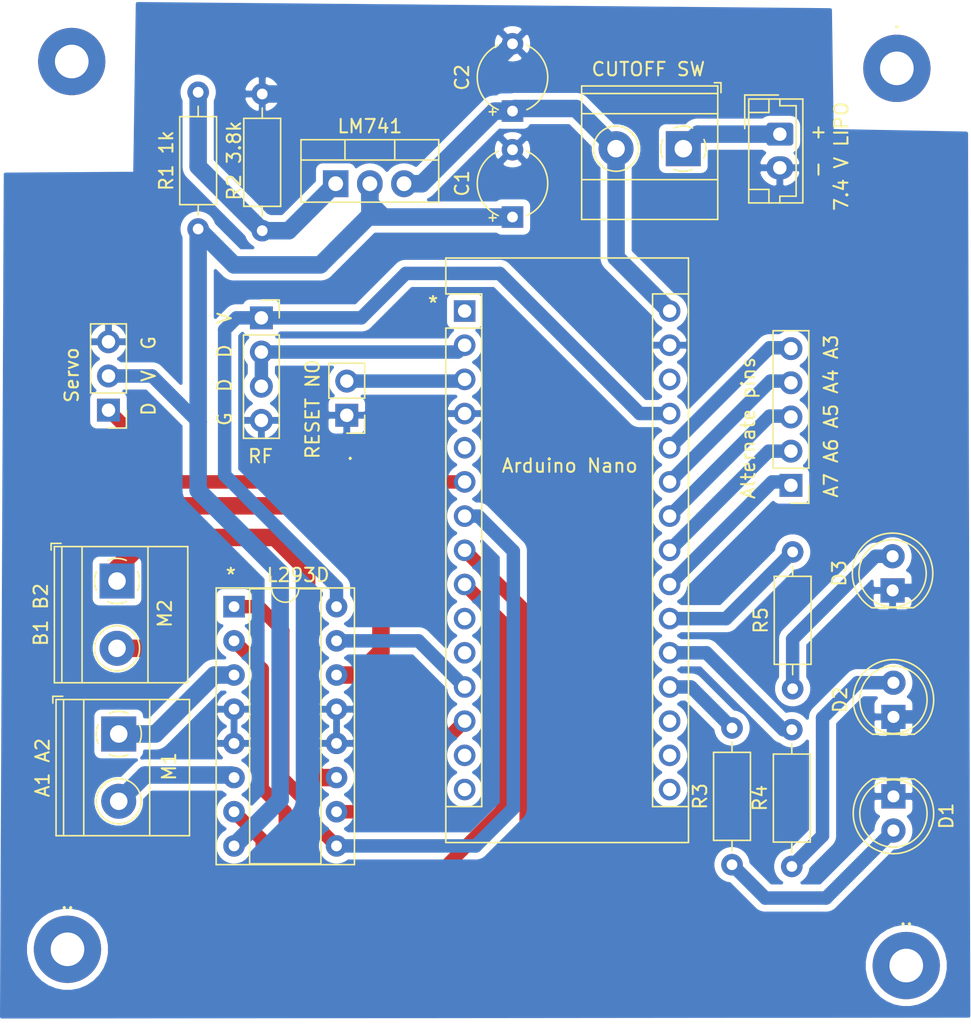
<source format=kicad_pcb>
(kicad_pcb (version 20171130) (host pcbnew "(5.1.10)-1")

  (general
    (thickness 1.6)
    (drawings 1)
    (tracks 140)
    (zones 0)
    (modules 25)
    (nets 30)
  )

  (page A4)
  (layers
    (0 F.Cu signal)
    (31 B.Cu signal)
    (32 B.Adhes user)
    (33 F.Adhes user)
    (34 B.Paste user)
    (35 F.Paste user)
    (36 B.SilkS user)
    (37 F.SilkS user)
    (38 B.Mask user)
    (39 F.Mask user)
    (40 Dwgs.User user)
    (41 Cmts.User user)
    (42 Eco1.User user)
    (43 Eco2.User user)
    (44 Edge.Cuts user)
    (45 Margin user)
    (46 B.CrtYd user)
    (47 F.CrtYd user)
    (48 B.Fab user)
    (49 F.Fab user)
  )

  (setup
    (last_trace_width 1.3)
    (user_trace_width 1)
    (user_trace_width 1.3)
    (trace_clearance 0.2)
    (zone_clearance 0.508)
    (zone_45_only no)
    (trace_min 0.2)
    (via_size 0.8)
    (via_drill 0.4)
    (via_min_size 0.4)
    (via_min_drill 0.3)
    (uvia_size 0.3)
    (uvia_drill 0.1)
    (uvias_allowed no)
    (uvia_min_size 0.2)
    (uvia_min_drill 0.1)
    (edge_width 0.05)
    (segment_width 0.2)
    (pcb_text_width 0.3)
    (pcb_text_size 1.5 1.5)
    (mod_edge_width 0.12)
    (mod_text_size 1 1)
    (mod_text_width 0.15)
    (pad_size 1.524 1.524)
    (pad_drill 0.762)
    (pad_to_mask_clearance 0)
    (aux_axis_origin 0 0)
    (visible_elements 7FFFFFFF)
    (pcbplotparams
      (layerselection 0x010fc_ffffffff)
      (usegerberextensions false)
      (usegerberattributes true)
      (usegerberadvancedattributes true)
      (creategerberjobfile true)
      (excludeedgelayer true)
      (linewidth 0.100000)
      (plotframeref false)
      (viasonmask false)
      (mode 1)
      (useauxorigin false)
      (hpglpennumber 1)
      (hpglpenspeed 20)
      (hpglpendiameter 15.000000)
      (psnegative false)
      (psa4output false)
      (plotreference true)
      (plotvalue true)
      (plotinvisibletext false)
      (padsonsilk false)
      (subtractmaskfromsilk false)
      (outputformat 1)
      (mirror false)
      (drillshape 0)
      (scaleselection 1)
      (outputdirectory ""))
  )

  (net 0 "")
  (net 1 +BATT)
  (net 2 Earth)
  (net 3 "Net-(A1-Pad13)")
  (net 4 "Net-(A1-Pad12)")
  (net 5 +5V)
  (net 6 "Net-(A1-Pad26)")
  (net 7 "Net-(A1-Pad25)")
  (net 8 "Net-(A1-Pad9)")
  (net 9 "Net-(A1-Pad24)")
  (net 10 "Net-(A1-Pad8)")
  (net 11 "Net-(A1-Pad23)")
  (net 12 "Net-(A1-Pad22)")
  (net 13 "Net-(A1-Pad6)")
  (net 14 "Net-(A1-Pad21)")
  (net 15 "Net-(A1-Pad20)")
  (net 16 "Net-(A1-Pad19)")
  (net 17 "Net-(A1-Pad3)")
  (net 18 "Net-(A1-Pad2)")
  (net 19 +6V)
  (net 20 "Net-(J1-Pad1)")
  (net 21 "Net-(J4-Pad2)")
  (net 22 "Net-(J4-Pad1)")
  (net 23 "Net-(J5-Pad2)")
  (net 24 "Net-(J5-Pad1)")
  (net 25 "Net-(R1-Pad2)")
  (net 26 "Net-(D1-Pad2)")
  (net 27 "Net-(D2-Pad2)")
  (net 28 "Net-(D3-Pad2)")
  (net 29 "Net-(A1-Pad7)")

  (net_class Default "This is the default net class."
    (clearance 0.2)
    (trace_width 0.25)
    (via_dia 0.8)
    (via_drill 0.4)
    (uvia_dia 0.3)
    (uvia_drill 0.1)
    (add_net +5V)
    (add_net +6V)
    (add_net +BATT)
    (add_net Earth)
    (add_net "Net-(A1-Pad12)")
    (add_net "Net-(A1-Pad13)")
    (add_net "Net-(A1-Pad19)")
    (add_net "Net-(A1-Pad2)")
    (add_net "Net-(A1-Pad20)")
    (add_net "Net-(A1-Pad21)")
    (add_net "Net-(A1-Pad22)")
    (add_net "Net-(A1-Pad23)")
    (add_net "Net-(A1-Pad24)")
    (add_net "Net-(A1-Pad25)")
    (add_net "Net-(A1-Pad26)")
    (add_net "Net-(A1-Pad3)")
    (add_net "Net-(A1-Pad6)")
    (add_net "Net-(A1-Pad7)")
    (add_net "Net-(A1-Pad8)")
    (add_net "Net-(A1-Pad9)")
    (add_net "Net-(D1-Pad2)")
    (add_net "Net-(D2-Pad2)")
    (add_net "Net-(D3-Pad2)")
    (add_net "Net-(J1-Pad1)")
    (add_net "Net-(J4-Pad1)")
    (add_net "Net-(J4-Pad2)")
    (add_net "Net-(J5-Pad1)")
    (add_net "Net-(J5-Pad2)")
    (add_net "Net-(R1-Pad2)")
  )

  (module MountingHole:MountingHole_2.5mm_Pad_TopBottom (layer F.Cu) (tedit 56D1B4CB) (tstamp 60D79910)
    (at 123.7615 110.617)
    (descr "Mounting Hole 2.5mm")
    (tags "mounting hole 2.5mm")
    (attr virtual)
    (fp_text reference .. (at 0 -3.5) (layer F.SilkS)
      (effects (font (size 1 1) (thickness 0.15)))
    )
    (fp_text value . (at 0 3.5) (layer F.Fab)
      (effects (font (size 1 1) (thickness 0.15)))
    )
    (fp_text user %R (at 0.3 0) (layer F.Fab)
      (effects (font (size 1 1) (thickness 0.15)))
    )
    (fp_circle (center 0 0) (end 2.5 0) (layer Cmts.User) (width 0.15))
    (fp_circle (center 0 0) (end 2.75 0) (layer F.CrtYd) (width 0.05))
    (pad 1 connect circle (at 0 0) (size 5 5) (layers B.Cu B.Mask))
    (pad 1 connect circle (at 0 0) (size 5 5) (layers F.Cu F.Mask))
    (pad 1 thru_hole circle (at 0 0) (size 2.9 2.9) (drill 2.5) (layers *.Cu *.Mask))
  )

  (module MountingHole:MountingHole_2.5mm_Pad_TopBottom (layer F.Cu) (tedit 56D1B4CB) (tstamp 60D798E2)
    (at 61.4045 109.4105)
    (descr "Mounting Hole 2.5mm")
    (tags "mounting hole 2.5mm")
    (attr virtual)
    (fp_text reference .. (at 0 -3.5) (layer F.SilkS)
      (effects (font (size 1 1) (thickness 0.15)))
    )
    (fp_text value . (at 0 3.5) (layer F.Fab)
      (effects (font (size 1 1) (thickness 0.15)))
    )
    (fp_text user %R (at 0.3 0) (layer F.Fab)
      (effects (font (size 1 1) (thickness 0.15)))
    )
    (fp_circle (center 0 0) (end 2.5 0) (layer Cmts.User) (width 0.15))
    (fp_circle (center 0 0) (end 2.75 0) (layer F.CrtYd) (width 0.05))
    (pad 1 connect circle (at 0 0) (size 5 5) (layers B.Cu B.Mask))
    (pad 1 connect circle (at 0 0) (size 5 5) (layers F.Cu F.Mask))
    (pad 1 thru_hole circle (at 0 0) (size 2.9 2.9) (drill 2.5) (layers *.Cu *.Mask))
  )

  (module MountingHole:MountingHole_2.5mm_Pad_TopBottom (layer F.Cu) (tedit 56D1B4CB) (tstamp 60D79890)
    (at 123.063 43.942)
    (descr "Mounting Hole 2.5mm")
    (tags "mounting hole 2.5mm")
    (attr virtual)
    (fp_text reference . (at 0 -3.5) (layer F.SilkS)
      (effects (font (size 1 1) (thickness 0.15)))
    )
    (fp_text value . (at 0 3.5) (layer F.Fab)
      (effects (font (size 1 1) (thickness 0.15)))
    )
    (fp_text user %R (at 0.3 0) (layer F.Fab)
      (effects (font (size 1 1) (thickness 0.15)))
    )
    (fp_circle (center 0 0) (end 2.5 0) (layer Cmts.User) (width 0.15))
    (fp_circle (center 0 0) (end 2.75 0) (layer F.CrtYd) (width 0.05))
    (pad 1 connect circle (at 0 0) (size 5 5) (layers B.Cu B.Mask))
    (pad 1 connect circle (at 0 0) (size 5 5) (layers F.Cu F.Mask))
    (pad 1 thru_hole circle (at 0 0) (size 2.9 2.9) (drill 2.5) (layers *.Cu *.Mask))
  )

  (module MountingHole:MountingHole_2.5mm_Pad_TopBottom (layer F.Cu) (tedit 56D1B4CB) (tstamp 60D7984E)
    (at 61.722 43.434)
    (descr "Mounting Hole 2.5mm")
    (tags "mounting hole 2.5mm")
    (attr virtual)
    (fp_text reference " " (at 0 -3.5) (layer F.SilkS)
      (effects (font (size 1 1) (thickness 0.15)))
    )
    (fp_text value . (at 0 3.5) (layer F.Fab)
      (effects (font (size 1 1) (thickness 0.15)))
    )
    (fp_text user %R (at 0.3 0) (layer F.Fab)
      (effects (font (size 1 1) (thickness 0.15)))
    )
    (fp_circle (center 0 0) (end 2.5 0) (layer Cmts.User) (width 0.15))
    (fp_circle (center 0 0) (end 2.75 0) (layer F.CrtYd) (width 0.05))
    (pad 1 connect circle (at 0 0) (size 5 5) (layers B.Cu B.Mask))
    (pad 1 connect circle (at 0 0) (size 5 5) (layers F.Cu F.Mask))
    (pad 1 thru_hole circle (at 0 0) (size 2.9 2.9) (drill 2.5) (layers *.Cu *.Mask))
  )

  (module LED_THT:LED_D5.0mm (layer F.Cu) (tedit 5995936A) (tstamp 60D76B47)
    (at 122.809 92.1385 90)
    (descr "LED, diameter 5.0mm, 2 pins, http://cdn-reichelt.de/documents/datenblatt/A500/LL-504BC2E-009.pdf")
    (tags "LED diameter 5.0mm 2 pins")
    (path /60E27FB6)
    (fp_text reference D2 (at 1.27 -3.96 90) (layer F.SilkS)
      (effects (font (size 1 1) (thickness 0.15)))
    )
    (fp_text value "Status LED" (at 1.27 3.96 90) (layer F.Fab)
      (effects (font (size 1 1) (thickness 0.15)))
    )
    (fp_line (start 4.5 -3.25) (end -1.95 -3.25) (layer F.CrtYd) (width 0.05))
    (fp_line (start 4.5 3.25) (end 4.5 -3.25) (layer F.CrtYd) (width 0.05))
    (fp_line (start -1.95 3.25) (end 4.5 3.25) (layer F.CrtYd) (width 0.05))
    (fp_line (start -1.95 -3.25) (end -1.95 3.25) (layer F.CrtYd) (width 0.05))
    (fp_line (start -1.29 -1.545) (end -1.29 1.545) (layer F.SilkS) (width 0.12))
    (fp_line (start -1.23 -1.469694) (end -1.23 1.469694) (layer F.Fab) (width 0.1))
    (fp_circle (center 1.27 0) (end 3.77 0) (layer F.SilkS) (width 0.12))
    (fp_circle (center 1.27 0) (end 3.77 0) (layer F.Fab) (width 0.1))
    (fp_text user %R (at 1.25 0 90) (layer F.Fab)
      (effects (font (size 0.8 0.8) (thickness 0.2)))
    )
    (fp_arc (start 1.27 0) (end -1.29 1.54483) (angle -148.9) (layer F.SilkS) (width 0.12))
    (fp_arc (start 1.27 0) (end -1.29 -1.54483) (angle 148.9) (layer F.SilkS) (width 0.12))
    (fp_arc (start 1.27 0) (end -1.23 -1.469694) (angle 299.1) (layer F.Fab) (width 0.1))
    (pad 2 thru_hole circle (at 2.54 0 90) (size 1.8 1.8) (drill 0.9) (layers *.Cu *.Mask)
      (net 27 "Net-(D2-Pad2)"))
    (pad 1 thru_hole rect (at 0 0 90) (size 1.8 1.8) (drill 0.9) (layers *.Cu *.Mask)
      (net 2 Earth))
    (model ${KISYS3DMOD}/LED_THT.3dshapes/LED_D5.0mm.wrl
      (at (xyz 0 0 0))
      (scale (xyz 1 1 1))
      (rotate (xyz 0 0 0))
    )
  )

  (module Package_DIP:DIP-16_W7.62mm_Socket (layer F.Cu) (tedit 5A02E8C5) (tstamp 60D76CE5)
    (at 73.787 83.947)
    (descr "16-lead though-hole mounted DIP package, row spacing 7.62 mm (300 mils), Socket")
    (tags "THT DIP DIL PDIP 2.54mm 7.62mm 300mil Socket")
    (path /60D93F8E)
    (fp_text reference "*   L293D" (at 3.2385 -2.3495) (layer F.SilkS)
      (effects (font (size 1 1) (thickness 0.15)))
    )
    (fp_text value L293D (at -2.3495 20.7645) (layer F.Fab)
      (effects (font (size 1 1) (thickness 0.15)))
    )
    (fp_line (start 9.15 -1.6) (end -1.55 -1.6) (layer F.CrtYd) (width 0.05))
    (fp_line (start 9.15 19.4) (end 9.15 -1.6) (layer F.CrtYd) (width 0.05))
    (fp_line (start -1.55 19.4) (end 9.15 19.4) (layer F.CrtYd) (width 0.05))
    (fp_line (start -1.55 -1.6) (end -1.55 19.4) (layer F.CrtYd) (width 0.05))
    (fp_line (start 8.95 -1.39) (end -1.33 -1.39) (layer F.SilkS) (width 0.12))
    (fp_line (start 8.95 19.17) (end 8.95 -1.39) (layer F.SilkS) (width 0.12))
    (fp_line (start -1.33 19.17) (end 8.95 19.17) (layer F.SilkS) (width 0.12))
    (fp_line (start -1.33 -1.39) (end -1.33 19.17) (layer F.SilkS) (width 0.12))
    (fp_line (start 6.46 -1.33) (end 4.81 -1.33) (layer F.SilkS) (width 0.12))
    (fp_line (start 6.46 19.11) (end 6.46 -1.33) (layer F.SilkS) (width 0.12))
    (fp_line (start 1.16 19.11) (end 6.46 19.11) (layer F.SilkS) (width 0.12))
    (fp_line (start 1.16 -1.33) (end 1.16 19.11) (layer F.SilkS) (width 0.12))
    (fp_line (start 2.81 -1.33) (end 1.16 -1.33) (layer F.SilkS) (width 0.12))
    (fp_line (start 8.89 -1.33) (end -1.27 -1.33) (layer F.Fab) (width 0.1))
    (fp_line (start 8.89 19.11) (end 8.89 -1.33) (layer F.Fab) (width 0.1))
    (fp_line (start -1.27 19.11) (end 8.89 19.11) (layer F.Fab) (width 0.1))
    (fp_line (start -1.27 -1.33) (end -1.27 19.11) (layer F.Fab) (width 0.1))
    (fp_line (start 0.635 -0.27) (end 1.635 -1.27) (layer F.Fab) (width 0.1))
    (fp_line (start 0.635 19.05) (end 0.635 -0.27) (layer F.Fab) (width 0.1))
    (fp_line (start 6.985 19.05) (end 0.635 19.05) (layer F.Fab) (width 0.1))
    (fp_line (start 6.985 -1.27) (end 6.985 19.05) (layer F.Fab) (width 0.1))
    (fp_line (start 1.635 -1.27) (end 6.985 -1.27) (layer F.Fab) (width 0.1))
    (fp_text user %R (at 3.81 8.89) (layer F.Fab)
      (effects (font (size 1 1) (thickness 0.15)))
    )
    (fp_arc (start 3.81 -1.33) (end 2.81 -1.33) (angle -180) (layer F.SilkS) (width 0.12))
    (pad 16 thru_hole oval (at 7.62 0) (size 1.6 1.6) (drill 0.8) (layers *.Cu *.Mask)
      (net 5 +5V))
    (pad 8 thru_hole oval (at 0 17.78) (size 1.6 1.6) (drill 0.8) (layers *.Cu *.Mask)
      (net 19 +6V))
    (pad 15 thru_hole oval (at 7.62 2.54) (size 1.6 1.6) (drill 0.8) (layers *.Cu *.Mask)
      (net 4 "Net-(A1-Pad12)"))
    (pad 7 thru_hole oval (at 0 15.24) (size 1.6 1.6) (drill 0.8) (layers *.Cu *.Mask)
      (net 10 "Net-(A1-Pad8)"))
    (pad 14 thru_hole oval (at 7.62 5.08) (size 1.6 1.6) (drill 0.8) (layers *.Cu *.Mask)
      (net 22 "Net-(J4-Pad1)"))
    (pad 6 thru_hole oval (at 0 12.7) (size 1.6 1.6) (drill 0.8) (layers *.Cu *.Mask)
      (net 23 "Net-(J5-Pad2)"))
    (pad 13 thru_hole oval (at 7.62 7.62) (size 1.6 1.6) (drill 0.8) (layers *.Cu *.Mask)
      (net 2 Earth))
    (pad 5 thru_hole oval (at 0 10.16) (size 1.6 1.6) (drill 0.8) (layers *.Cu *.Mask)
      (net 2 Earth))
    (pad 12 thru_hole oval (at 7.62 10.16) (size 1.6 1.6) (drill 0.8) (layers *.Cu *.Mask)
      (net 2 Earth))
    (pad 4 thru_hole oval (at 0 7.62) (size 1.6 1.6) (drill 0.8) (layers *.Cu *.Mask)
      (net 2 Earth))
    (pad 11 thru_hole oval (at 7.62 12.7) (size 1.6 1.6) (drill 0.8) (layers *.Cu *.Mask)
      (net 21 "Net-(J4-Pad2)"))
    (pad 3 thru_hole oval (at 0 5.08) (size 1.6 1.6) (drill 0.8) (layers *.Cu *.Mask)
      (net 24 "Net-(J5-Pad1)"))
    (pad 10 thru_hole oval (at 7.62 15.24) (size 1.6 1.6) (drill 0.8) (layers *.Cu *.Mask)
      (net 3 "Net-(A1-Pad13)"))
    (pad 2 thru_hole oval (at 0 2.54) (size 1.6 1.6) (drill 0.8) (layers *.Cu *.Mask)
      (net 8 "Net-(A1-Pad9)"))
    (pad 9 thru_hole oval (at 7.62 17.78) (size 1.6 1.6) (drill 0.8) (layers *.Cu *.Mask)
      (net 29 "Net-(A1-Pad7)"))
    (pad 1 thru_hole rect (at 0 0) (size 1.6 1.6) (drill 0.8) (layers *.Cu *.Mask)
      (net 29 "Net-(A1-Pad7)"))
    (model ${KISYS3DMOD}/Package_DIP.3dshapes/DIP-16_W7.62mm_Socket.wrl
      (at (xyz 0 0 0))
      (scale (xyz 1 1 1))
      (rotate (xyz 0 0 0))
    )
  )

  (module TerminalBlock_Phoenix:TerminalBlock_Phoenix_MKDS-1,5-2_1x02_P5.00mm_Horizontal (layer F.Cu) (tedit 5B294EE5) (tstamp 60D76CA2)
    (at 107.188 49.911 180)
    (descr "Terminal Block Phoenix MKDS-1,5-2, 2 pins, pitch 5mm, size 10x9.8mm^2, drill diamater 1.3mm, pad diameter 2.6mm, see http://www.farnell.com/datasheets/100425.pdf, script-generated using https://github.com/pointhi/kicad-footprint-generator/scripts/TerminalBlock_Phoenix")
    (tags "THT Terminal Block Phoenix MKDS-1,5-2 pitch 5mm size 10x9.8mm^2 drill 1.3mm pad 2.6mm")
    (path /60DC44F2)
    (fp_text reference "CUTOFF SW" (at 2.6035 5.9055) (layer F.SilkS)
      (effects (font (size 1 1) (thickness 0.15)))
    )
    (fp_text value "MAIN CUTOFF" (at -1.2065 -6.35) (layer F.Fab)
      (effects (font (size 1 1) (thickness 0.15)))
    )
    (fp_line (start 8 -5.71) (end -3 -5.71) (layer F.CrtYd) (width 0.05))
    (fp_line (start 8 5.1) (end 8 -5.71) (layer F.CrtYd) (width 0.05))
    (fp_line (start -3 5.1) (end 8 5.1) (layer F.CrtYd) (width 0.05))
    (fp_line (start -3 -5.71) (end -3 5.1) (layer F.CrtYd) (width 0.05))
    (fp_line (start -2.8 4.9) (end -2.3 4.9) (layer F.SilkS) (width 0.12))
    (fp_line (start -2.8 4.16) (end -2.8 4.9) (layer F.SilkS) (width 0.12))
    (fp_line (start 3.773 1.023) (end 3.726 1.069) (layer F.SilkS) (width 0.12))
    (fp_line (start 6.07 -1.275) (end 6.035 -1.239) (layer F.SilkS) (width 0.12))
    (fp_line (start 3.966 1.239) (end 3.931 1.274) (layer F.SilkS) (width 0.12))
    (fp_line (start 6.275 -1.069) (end 6.228 -1.023) (layer F.SilkS) (width 0.12))
    (fp_line (start 5.955 -1.138) (end 3.863 0.955) (layer F.Fab) (width 0.1))
    (fp_line (start 6.138 -0.955) (end 4.046 1.138) (layer F.Fab) (width 0.1))
    (fp_line (start 0.955 -1.138) (end -1.138 0.955) (layer F.Fab) (width 0.1))
    (fp_line (start 1.138 -0.955) (end -0.955 1.138) (layer F.Fab) (width 0.1))
    (fp_line (start 7.56 -5.261) (end 7.56 4.66) (layer F.SilkS) (width 0.12))
    (fp_line (start -2.56 -5.261) (end -2.56 4.66) (layer F.SilkS) (width 0.12))
    (fp_line (start -2.56 4.66) (end 7.56 4.66) (layer F.SilkS) (width 0.12))
    (fp_line (start -2.56 -5.261) (end 7.56 -5.261) (layer F.SilkS) (width 0.12))
    (fp_line (start -2.56 -2.301) (end 7.56 -2.301) (layer F.SilkS) (width 0.12))
    (fp_line (start -2.5 -2.3) (end 7.5 -2.3) (layer F.Fab) (width 0.1))
    (fp_line (start -2.56 2.6) (end 7.56 2.6) (layer F.SilkS) (width 0.12))
    (fp_line (start -2.5 2.6) (end 7.5 2.6) (layer F.Fab) (width 0.1))
    (fp_line (start -2.56 4.1) (end 7.56 4.1) (layer F.SilkS) (width 0.12))
    (fp_line (start -2.5 4.1) (end 7.5 4.1) (layer F.Fab) (width 0.1))
    (fp_line (start -2.5 4.1) (end -2.5 -5.2) (layer F.Fab) (width 0.1))
    (fp_line (start -2 4.6) (end -2.5 4.1) (layer F.Fab) (width 0.1))
    (fp_line (start 7.5 4.6) (end -2 4.6) (layer F.Fab) (width 0.1))
    (fp_line (start 7.5 -5.2) (end 7.5 4.6) (layer F.Fab) (width 0.1))
    (fp_line (start -2.5 -5.2) (end 7.5 -5.2) (layer F.Fab) (width 0.1))
    (fp_circle (center 5 0) (end 6.68 0) (layer F.SilkS) (width 0.12))
    (fp_circle (center 5 0) (end 6.5 0) (layer F.Fab) (width 0.1))
    (fp_circle (center 0 0) (end 1.5 0) (layer F.Fab) (width 0.1))
    (fp_text user %R (at 2.5 3.2) (layer F.Fab)
      (effects (font (size 1 1) (thickness 0.15)))
    )
    (fp_arc (start 0 0) (end -0.684 1.535) (angle -25) (layer F.SilkS) (width 0.12))
    (fp_arc (start 0 0) (end -1.535 -0.684) (angle -48) (layer F.SilkS) (width 0.12))
    (fp_arc (start 0 0) (end 0.684 -1.535) (angle -48) (layer F.SilkS) (width 0.12))
    (fp_arc (start 0 0) (end 1.535 0.684) (angle -48) (layer F.SilkS) (width 0.12))
    (fp_arc (start 0 0) (end 0 1.68) (angle -24) (layer F.SilkS) (width 0.12))
    (pad 2 thru_hole circle (at 5 0 180) (size 2.6 2.6) (drill 1.3) (layers *.Cu *.Mask)
      (net 1 +BATT))
    (pad 1 thru_hole rect (at 0 0 180) (size 2.6 2.6) (drill 1.3) (layers *.Cu *.Mask)
      (net 20 "Net-(J1-Pad1)"))
    (model ${KISYS3DMOD}/TerminalBlock_Phoenix.3dshapes/TerminalBlock_Phoenix_MKDS-1,5-2_1x02_P5.00mm_Horizontal.wrl
      (at (xyz 0 0 0))
      (scale (xyz 1 1 1))
      (rotate (xyz 0 0 0))
    )
  )

  (module Connector_PinHeader_2.54mm:PinHeader_1x05_P2.54mm_Vertical (layer F.Cu) (tedit 59FED5CC) (tstamp 60D79CD4)
    (at 115.189 74.93 180)
    (descr "Through hole straight pin header, 1x05, 2.54mm pitch, single row")
    (tags "Through hole pin header THT 1x05 2.54mm single row")
    (path /60E44A8A)
    (fp_text reference "A7 A6 A5 A4 A3" (at -2.9845 5.1435 90) (layer F.SilkS)
      (effects (font (size 1 1) (thickness 0.15)))
    )
    (fp_text value "Alternate pins" (at 3.175 4.2545 90) (layer F.SilkS)
      (effects (font (size 1 1) (thickness 0.15)))
    )
    (fp_line (start 1.8 -1.8) (end -1.8 -1.8) (layer F.CrtYd) (width 0.05))
    (fp_line (start 1.8 11.95) (end 1.8 -1.8) (layer F.CrtYd) (width 0.05))
    (fp_line (start -1.8 11.95) (end 1.8 11.95) (layer F.CrtYd) (width 0.05))
    (fp_line (start -1.8 -1.8) (end -1.8 11.95) (layer F.CrtYd) (width 0.05))
    (fp_line (start -1.33 -1.33) (end 0 -1.33) (layer F.SilkS) (width 0.12))
    (fp_line (start -1.33 0) (end -1.33 -1.33) (layer F.SilkS) (width 0.12))
    (fp_line (start -1.33 1.27) (end 1.33 1.27) (layer F.SilkS) (width 0.12))
    (fp_line (start 1.33 1.27) (end 1.33 11.49) (layer F.SilkS) (width 0.12))
    (fp_line (start -1.33 1.27) (end -1.33 11.49) (layer F.SilkS) (width 0.12))
    (fp_line (start -1.33 11.49) (end 1.33 11.49) (layer F.SilkS) (width 0.12))
    (fp_line (start -1.27 -0.635) (end -0.635 -1.27) (layer F.Fab) (width 0.1))
    (fp_line (start -1.27 11.43) (end -1.27 -0.635) (layer F.Fab) (width 0.1))
    (fp_line (start 1.27 11.43) (end -1.27 11.43) (layer F.Fab) (width 0.1))
    (fp_line (start 1.27 -1.27) (end 1.27 11.43) (layer F.Fab) (width 0.1))
    (fp_line (start -0.635 -1.27) (end 1.27 -1.27) (layer F.Fab) (width 0.1))
    (fp_text user %R (at 0 5.08 90) (layer F.Fab)
      (effects (font (size 1 1) (thickness 0.15)))
    )
    (pad 5 thru_hole oval (at 0 10.16 180) (size 1.7 1.7) (drill 1) (layers *.Cu *.Mask)
      (net 6 "Net-(A1-Pad26)"))
    (pad 4 thru_hole oval (at 0 7.62 180) (size 1.7 1.7) (drill 1) (layers *.Cu *.Mask)
      (net 7 "Net-(A1-Pad25)"))
    (pad 3 thru_hole oval (at 0 5.08 180) (size 1.7 1.7) (drill 1) (layers *.Cu *.Mask)
      (net 9 "Net-(A1-Pad24)"))
    (pad 2 thru_hole oval (at 0 2.54 180) (size 1.7 1.7) (drill 1) (layers *.Cu *.Mask)
      (net 11 "Net-(A1-Pad23)"))
    (pad 1 thru_hole rect (at 0 0 180) (size 1.7 1.7) (drill 1) (layers *.Cu *.Mask)
      (net 12 "Net-(A1-Pad22)"))
    (model ${KISYS3DMOD}/Connector_PinHeader_2.54mm.3dshapes/PinHeader_1x05_P2.54mm_Vertical.wrl
      (at (xyz 0 0 0))
      (scale (xyz 1 1 1))
      (rotate (xyz 0 0 0))
    )
  )

  (module Connector_PinHeader_2.54mm:PinHeader_1x02_P2.54mm_Vertical (layer F.Cu) (tedit 59FED5CC) (tstamp 60D76BF4)
    (at 82.169 69.723 180)
    (descr "Through hole straight pin header, 1x02, 2.54mm pitch, single row")
    (tags "Through hole pin header THT 1x02 2.54mm single row")
    (path /60DD417D)
    (fp_text reference . (at -0.254 -2.794) (layer F.SilkS)
      (effects (font (size 1 1) (thickness 0.15)))
    )
    (fp_text value "RESET NO" (at 2.54 0.4445 90) (layer F.SilkS)
      (effects (font (size 1 1) (thickness 0.15)))
    )
    (fp_line (start 1.8 -1.8) (end -1.8 -1.8) (layer F.CrtYd) (width 0.05))
    (fp_line (start 1.8 4.35) (end 1.8 -1.8) (layer F.CrtYd) (width 0.05))
    (fp_line (start -1.8 4.35) (end 1.8 4.35) (layer F.CrtYd) (width 0.05))
    (fp_line (start -1.8 -1.8) (end -1.8 4.35) (layer F.CrtYd) (width 0.05))
    (fp_line (start -1.33 -1.33) (end 0 -1.33) (layer F.SilkS) (width 0.12))
    (fp_line (start -1.33 0) (end -1.33 -1.33) (layer F.SilkS) (width 0.12))
    (fp_line (start -1.33 1.27) (end 1.33 1.27) (layer F.SilkS) (width 0.12))
    (fp_line (start 1.33 1.27) (end 1.33 3.87) (layer F.SilkS) (width 0.12))
    (fp_line (start -1.33 1.27) (end -1.33 3.87) (layer F.SilkS) (width 0.12))
    (fp_line (start -1.33 3.87) (end 1.33 3.87) (layer F.SilkS) (width 0.12))
    (fp_line (start -1.27 -0.635) (end -0.635 -1.27) (layer F.Fab) (width 0.1))
    (fp_line (start -1.27 3.81) (end -1.27 -0.635) (layer F.Fab) (width 0.1))
    (fp_line (start 1.27 3.81) (end -1.27 3.81) (layer F.Fab) (width 0.1))
    (fp_line (start 1.27 -1.27) (end 1.27 3.81) (layer F.Fab) (width 0.1))
    (fp_line (start -0.635 -1.27) (end 1.27 -1.27) (layer F.Fab) (width 0.1))
    (fp_text user %R (at 0 1.27 90) (layer F.Fab)
      (effects (font (size 1 1) (thickness 0.15)))
    )
    (pad 2 thru_hole oval (at 0 2.54 180) (size 1.7 1.7) (drill 1) (layers *.Cu *.Mask)
      (net 17 "Net-(A1-Pad3)"))
    (pad 1 thru_hole rect (at 0 0 180) (size 1.7 1.7) (drill 1) (layers *.Cu *.Mask)
      (net 2 Earth))
    (model ${KISYS3DMOD}/Connector_PinHeader_2.54mm.3dshapes/PinHeader_1x02_P2.54mm_Vertical.wrl
      (at (xyz 0 0 0))
      (scale (xyz 1 1 1))
      (rotate (xyz 0 0 0))
    )
  )

  (module TerminalBlock_Phoenix:TerminalBlock_Phoenix_MKDS-1,5-2_1x02_P5.00mm_Horizontal (layer F.Cu) (tedit 5B294EE5) (tstamp 60D78BB8)
    (at 65.2145 93.4085 270)
    (descr "Terminal Block Phoenix MKDS-1,5-2, 2 pins, pitch 5mm, size 10x9.8mm^2, drill diamater 1.3mm, pad diameter 2.6mm, see http://www.farnell.com/datasheets/100425.pdf, script-generated using https://github.com/pointhi/kicad-footprint-generator/scripts/TerminalBlock_Phoenix")
    (tags "THT Terminal Block Phoenix MKDS-1,5-2 pitch 5mm size 10x9.8mm^2 drill 1.3mm pad 2.6mm")
    (path /60DB22EF)
    (fp_text reference M1 (at 2.413 -3.7465 90) (layer F.SilkS)
      (effects (font (size 1 1) (thickness 0.15)))
    )
    (fp_text value "A1 A2" (at 2.5 5.66 90) (layer F.SilkS)
      (effects (font (size 1 1) (thickness 0.15)))
    )
    (fp_line (start 8 -5.71) (end -3 -5.71) (layer F.CrtYd) (width 0.05))
    (fp_line (start 8 5.1) (end 8 -5.71) (layer F.CrtYd) (width 0.05))
    (fp_line (start -3 5.1) (end 8 5.1) (layer F.CrtYd) (width 0.05))
    (fp_line (start -3 -5.71) (end -3 5.1) (layer F.CrtYd) (width 0.05))
    (fp_line (start -2.8 4.9) (end -2.3 4.9) (layer F.SilkS) (width 0.12))
    (fp_line (start -2.8 4.16) (end -2.8 4.9) (layer F.SilkS) (width 0.12))
    (fp_line (start 3.773 1.023) (end 3.726 1.069) (layer F.SilkS) (width 0.12))
    (fp_line (start 6.07 -1.275) (end 6.035 -1.239) (layer F.SilkS) (width 0.12))
    (fp_line (start 3.966 1.239) (end 3.931 1.274) (layer F.SilkS) (width 0.12))
    (fp_line (start 6.275 -1.069) (end 6.228 -1.023) (layer F.SilkS) (width 0.12))
    (fp_line (start 5.955 -1.138) (end 3.863 0.955) (layer F.Fab) (width 0.1))
    (fp_line (start 6.138 -0.955) (end 4.046 1.138) (layer F.Fab) (width 0.1))
    (fp_line (start 0.955 -1.138) (end -1.138 0.955) (layer F.Fab) (width 0.1))
    (fp_line (start 1.138 -0.955) (end -0.955 1.138) (layer F.Fab) (width 0.1))
    (fp_line (start 7.56 -5.261) (end 7.56 4.66) (layer F.SilkS) (width 0.12))
    (fp_line (start -2.56 -5.261) (end -2.56 4.66) (layer F.SilkS) (width 0.12))
    (fp_line (start -2.56 4.66) (end 7.56 4.66) (layer F.SilkS) (width 0.12))
    (fp_line (start -2.56 -5.261) (end 7.56 -5.261) (layer F.SilkS) (width 0.12))
    (fp_line (start -2.56 -2.301) (end 7.56 -2.301) (layer F.SilkS) (width 0.12))
    (fp_line (start -2.5 -2.3) (end 7.5 -2.3) (layer F.Fab) (width 0.1))
    (fp_line (start -2.56 2.6) (end 7.56 2.6) (layer F.SilkS) (width 0.12))
    (fp_line (start -2.5 2.6) (end 7.5 2.6) (layer F.Fab) (width 0.1))
    (fp_line (start -2.56 4.1) (end 7.56 4.1) (layer F.SilkS) (width 0.12))
    (fp_line (start -2.5 4.1) (end 7.5 4.1) (layer F.Fab) (width 0.1))
    (fp_line (start -2.5 4.1) (end -2.5 -5.2) (layer F.Fab) (width 0.1))
    (fp_line (start -2 4.6) (end -2.5 4.1) (layer F.Fab) (width 0.1))
    (fp_line (start 7.5 4.6) (end -2 4.6) (layer F.Fab) (width 0.1))
    (fp_line (start 7.5 -5.2) (end 7.5 4.6) (layer F.Fab) (width 0.1))
    (fp_line (start -2.5 -5.2) (end 7.5 -5.2) (layer F.Fab) (width 0.1))
    (fp_circle (center 5 0) (end 6.68 0) (layer F.SilkS) (width 0.12))
    (fp_circle (center 5 0) (end 6.5 0) (layer F.Fab) (width 0.1))
    (fp_circle (center 0 0) (end 1.5 0) (layer F.Fab) (width 0.1))
    (fp_text user %R (at 2.5 3.2 90) (layer F.Fab)
      (effects (font (size 1 1) (thickness 0.15)))
    )
    (fp_arc (start 0 0) (end -0.684 1.535) (angle -25) (layer F.SilkS) (width 0.12))
    (fp_arc (start 0 0) (end -1.535 -0.684) (angle -48) (layer F.SilkS) (width 0.12))
    (fp_arc (start 0 0) (end 0.684 -1.535) (angle -48) (layer F.SilkS) (width 0.12))
    (fp_arc (start 0 0) (end 1.535 0.684) (angle -48) (layer F.SilkS) (width 0.12))
    (fp_arc (start 0 0) (end 0 1.68) (angle -24) (layer F.SilkS) (width 0.12))
    (pad 2 thru_hole circle (at 5 0 270) (size 2.6 2.6) (drill 1.3) (layers *.Cu *.Mask)
      (net 23 "Net-(J5-Pad2)"))
    (pad 1 thru_hole rect (at 0 0 270) (size 2.6 2.6) (drill 1.3) (layers *.Cu *.Mask)
      (net 24 "Net-(J5-Pad1)"))
    (model ${KISYS3DMOD}/TerminalBlock_Phoenix.3dshapes/TerminalBlock_Phoenix_MKDS-1,5-2_1x02_P5.00mm_Horizontal.wrl
      (at (xyz 0 0 0))
      (scale (xyz 1 1 1))
      (rotate (xyz 0 0 0))
    )
  )

  (module TerminalBlock_Phoenix:TerminalBlock_Phoenix_MKDS-1,5-2_1x02_P5.00mm_Horizontal (layer F.Cu) (tedit 5B294EE5) (tstamp 60D76BC4)
    (at 65.0875 82.042 270)
    (descr "Terminal Block Phoenix MKDS-1,5-2, 2 pins, pitch 5mm, size 10x9.8mm^2, drill diamater 1.3mm, pad diameter 2.6mm, see http://www.farnell.com/datasheets/100425.pdf, script-generated using https://github.com/pointhi/kicad-footprint-generator/scripts/TerminalBlock_Phoenix")
    (tags "THT Terminal Block Phoenix MKDS-1,5-2 pitch 5mm size 10x9.8mm^2 drill 1.3mm pad 2.6mm")
    (path /60DB16F0)
    (fp_text reference M2 (at 2.413 -3.556 90) (layer F.SilkS)
      (effects (font (size 1 1) (thickness 0.15)))
    )
    (fp_text value "B1 B2" (at 2.5 5.66 90) (layer F.SilkS)
      (effects (font (size 1 1) (thickness 0.15)))
    )
    (fp_line (start 8 -5.71) (end -3 -5.71) (layer F.CrtYd) (width 0.05))
    (fp_line (start 8 5.1) (end 8 -5.71) (layer F.CrtYd) (width 0.05))
    (fp_line (start -3 5.1) (end 8 5.1) (layer F.CrtYd) (width 0.05))
    (fp_line (start -3 -5.71) (end -3 5.1) (layer F.CrtYd) (width 0.05))
    (fp_line (start -2.8 4.9) (end -2.3 4.9) (layer F.SilkS) (width 0.12))
    (fp_line (start -2.8 4.16) (end -2.8 4.9) (layer F.SilkS) (width 0.12))
    (fp_line (start 3.773 1.023) (end 3.726 1.069) (layer F.SilkS) (width 0.12))
    (fp_line (start 6.07 -1.275) (end 6.035 -1.239) (layer F.SilkS) (width 0.12))
    (fp_line (start 3.966 1.239) (end 3.931 1.274) (layer F.SilkS) (width 0.12))
    (fp_line (start 6.275 -1.069) (end 6.228 -1.023) (layer F.SilkS) (width 0.12))
    (fp_line (start 5.955 -1.138) (end 3.863 0.955) (layer F.Fab) (width 0.1))
    (fp_line (start 6.138 -0.955) (end 4.046 1.138) (layer F.Fab) (width 0.1))
    (fp_line (start 0.955 -1.138) (end -1.138 0.955) (layer F.Fab) (width 0.1))
    (fp_line (start 1.138 -0.955) (end -0.955 1.138) (layer F.Fab) (width 0.1))
    (fp_line (start 7.56 -5.261) (end 7.56 4.66) (layer F.SilkS) (width 0.12))
    (fp_line (start -2.56 -5.261) (end -2.56 4.66) (layer F.SilkS) (width 0.12))
    (fp_line (start -2.56 4.66) (end 7.56 4.66) (layer F.SilkS) (width 0.12))
    (fp_line (start -2.56 -5.261) (end 7.56 -5.261) (layer F.SilkS) (width 0.12))
    (fp_line (start -2.56 -2.301) (end 7.56 -2.301) (layer F.SilkS) (width 0.12))
    (fp_line (start -2.5 -2.3) (end 7.5 -2.3) (layer F.Fab) (width 0.1))
    (fp_line (start -2.56 2.6) (end 7.56 2.6) (layer F.SilkS) (width 0.12))
    (fp_line (start -2.5 2.6) (end 7.5 2.6) (layer F.Fab) (width 0.1))
    (fp_line (start -2.56 4.1) (end 7.56 4.1) (layer F.SilkS) (width 0.12))
    (fp_line (start -2.5 4.1) (end 7.5 4.1) (layer F.Fab) (width 0.1))
    (fp_line (start -2.5 4.1) (end -2.5 -5.2) (layer F.Fab) (width 0.1))
    (fp_line (start -2 4.6) (end -2.5 4.1) (layer F.Fab) (width 0.1))
    (fp_line (start 7.5 4.6) (end -2 4.6) (layer F.Fab) (width 0.1))
    (fp_line (start 7.5 -5.2) (end 7.5 4.6) (layer F.Fab) (width 0.1))
    (fp_line (start -2.5 -5.2) (end 7.5 -5.2) (layer F.Fab) (width 0.1))
    (fp_circle (center 5 0) (end 6.68 0) (layer F.SilkS) (width 0.12))
    (fp_circle (center 5 0) (end 6.5 0) (layer F.Fab) (width 0.1))
    (fp_circle (center 0 0) (end 1.5 0) (layer F.Fab) (width 0.1))
    (fp_text user %R (at 2.5 3.2 90) (layer F.Fab)
      (effects (font (size 1 1) (thickness 0.15)))
    )
    (fp_arc (start 0 0) (end -0.684 1.535) (angle -25) (layer F.SilkS) (width 0.12))
    (fp_arc (start 0 0) (end -1.535 -0.684) (angle -48) (layer F.SilkS) (width 0.12))
    (fp_arc (start 0 0) (end 0.684 -1.535) (angle -48) (layer F.SilkS) (width 0.12))
    (fp_arc (start 0 0) (end 1.535 0.684) (angle -48) (layer F.SilkS) (width 0.12))
    (fp_arc (start 0 0) (end 0 1.68) (angle -24) (layer F.SilkS) (width 0.12))
    (pad 2 thru_hole circle (at 5 0 270) (size 2.6 2.6) (drill 1.3) (layers *.Cu *.Mask)
      (net 21 "Net-(J4-Pad2)"))
    (pad 1 thru_hole rect (at 0 0 270) (size 2.6 2.6) (drill 1.3) (layers *.Cu *.Mask)
      (net 22 "Net-(J4-Pad1)"))
    (model ${KISYS3DMOD}/TerminalBlock_Phoenix.3dshapes/TerminalBlock_Phoenix_MKDS-1,5-2_1x02_P5.00mm_Horizontal.wrl
      (at (xyz 0 0 0))
      (scale (xyz 1 1 1))
      (rotate (xyz 0 0 0))
    )
  )

  (module Connector_PinHeader_2.54mm:PinHeader_1x03_P2.54mm_Vertical (layer F.Cu) (tedit 59FED5CC) (tstamp 60D76BAC)
    (at 64.4525 69.342 180)
    (descr "Through hole straight pin header, 1x03, 2.54mm pitch, single row")
    (tags "Through hole pin header THT 1x03 2.54mm single row")
    (path /60DB7D8A)
    (fp_text reference "D  V  G" (at -2.9845 2.54 90) (layer F.SilkS)
      (effects (font (size 1 1) (thickness 0.15)))
    )
    (fp_text value Servo (at 2.7305 2.6035 90) (layer F.SilkS)
      (effects (font (size 1 1) (thickness 0.15)))
    )
    (fp_line (start 1.8 -1.8) (end -1.8 -1.8) (layer F.CrtYd) (width 0.05))
    (fp_line (start 1.8 6.85) (end 1.8 -1.8) (layer F.CrtYd) (width 0.05))
    (fp_line (start -1.8 6.85) (end 1.8 6.85) (layer F.CrtYd) (width 0.05))
    (fp_line (start -1.8 -1.8) (end -1.8 6.85) (layer F.CrtYd) (width 0.05))
    (fp_line (start -1.33 -1.33) (end 0 -1.33) (layer F.SilkS) (width 0.12))
    (fp_line (start -1.33 0) (end -1.33 -1.33) (layer F.SilkS) (width 0.12))
    (fp_line (start -1.33 1.27) (end 1.33 1.27) (layer F.SilkS) (width 0.12))
    (fp_line (start 1.33 1.27) (end 1.33 6.41) (layer F.SilkS) (width 0.12))
    (fp_line (start -1.33 1.27) (end -1.33 6.41) (layer F.SilkS) (width 0.12))
    (fp_line (start -1.33 6.41) (end 1.33 6.41) (layer F.SilkS) (width 0.12))
    (fp_line (start -1.27 -0.635) (end -0.635 -1.27) (layer F.Fab) (width 0.1))
    (fp_line (start -1.27 6.35) (end -1.27 -0.635) (layer F.Fab) (width 0.1))
    (fp_line (start 1.27 6.35) (end -1.27 6.35) (layer F.Fab) (width 0.1))
    (fp_line (start 1.27 -1.27) (end 1.27 6.35) (layer F.Fab) (width 0.1))
    (fp_line (start -0.635 -1.27) (end 1.27 -1.27) (layer F.Fab) (width 0.1))
    (fp_text user %R (at 2.3495 -3.1115 90) (layer F.Fab)
      (effects (font (size 1 1) (thickness 0.15)))
    )
    (pad 3 thru_hole oval (at 0 5.08 180) (size 1.7 1.7) (drill 1) (layers *.Cu *.Mask)
      (net 2 Earth))
    (pad 2 thru_hole oval (at 0 2.54 180) (size 1.7 1.7) (drill 1) (layers *.Cu *.Mask)
      (net 19 +6V))
    (pad 1 thru_hole rect (at 0 0 180) (size 1.7 1.7) (drill 1) (layers *.Cu *.Mask)
      (net 13 "Net-(A1-Pad6)"))
    (model ${KISYS3DMOD}/Connector_PinHeader_2.54mm.3dshapes/PinHeader_1x03_P2.54mm_Vertical.wrl
      (at (xyz 0 0 0))
      (scale (xyz 1 1 1))
      (rotate (xyz 0 0 0))
    )
  )

  (module Connector_PinSocket_2.54mm:PinSocket_1x04_P2.54mm_Vertical (layer F.Cu) (tedit 5A19A429) (tstamp 60D76B93)
    (at 75.819 62.484)
    (descr "Through hole straight socket strip, 1x04, 2.54mm pitch, single row (from Kicad 4.0.7), script generated")
    (tags "Through hole socket strip THT 1x04 2.54mm single row")
    (path /60D70F13)
    (fp_text reference RF (at -0.0635 10.287) (layer F.SilkS)
      (effects (font (size 1 1) (thickness 0.15)))
    )
    (fp_text value "G  D  D  V" (at -2.7305 3.81 90) (layer F.SilkS)
      (effects (font (size 1 1) (thickness 0.15)))
    )
    (fp_line (start -1.8 9.4) (end -1.8 -1.8) (layer F.CrtYd) (width 0.05))
    (fp_line (start 1.75 9.4) (end -1.8 9.4) (layer F.CrtYd) (width 0.05))
    (fp_line (start 1.75 -1.8) (end 1.75 9.4) (layer F.CrtYd) (width 0.05))
    (fp_line (start -1.8 -1.8) (end 1.75 -1.8) (layer F.CrtYd) (width 0.05))
    (fp_line (start 0 -1.33) (end 1.33 -1.33) (layer F.SilkS) (width 0.12))
    (fp_line (start 1.33 -1.33) (end 1.33 0) (layer F.SilkS) (width 0.12))
    (fp_line (start 1.33 1.27) (end 1.33 8.95) (layer F.SilkS) (width 0.12))
    (fp_line (start -1.33 8.95) (end 1.33 8.95) (layer F.SilkS) (width 0.12))
    (fp_line (start -1.33 1.27) (end -1.33 8.95) (layer F.SilkS) (width 0.12))
    (fp_line (start -1.33 1.27) (end 1.33 1.27) (layer F.SilkS) (width 0.12))
    (fp_line (start -1.27 8.89) (end -1.27 -1.27) (layer F.Fab) (width 0.1))
    (fp_line (start 1.27 8.89) (end -1.27 8.89) (layer F.Fab) (width 0.1))
    (fp_line (start 1.27 -0.635) (end 1.27 8.89) (layer F.Fab) (width 0.1))
    (fp_line (start 0.635 -1.27) (end 1.27 -0.635) (layer F.Fab) (width 0.1))
    (fp_line (start -1.27 -1.27) (end 0.635 -1.27) (layer F.Fab) (width 0.1))
    (fp_text user %R (at 0 3.81 90) (layer F.Fab)
      (effects (font (size 1 1) (thickness 0.15)))
    )
    (pad 4 thru_hole oval (at 0 7.62) (size 1.7 1.7) (drill 1) (layers *.Cu *.Mask)
      (net 2 Earth))
    (pad 3 thru_hole oval (at 0 5.08) (size 1.7 1.7) (drill 1) (layers *.Cu *.Mask)
      (net 18 "Net-(A1-Pad2)"))
    (pad 2 thru_hole oval (at 0 2.54) (size 1.7 1.7) (drill 1) (layers *.Cu *.Mask)
      (net 18 "Net-(A1-Pad2)"))
    (pad 1 thru_hole rect (at 0 0) (size 1.7 1.7) (drill 1) (layers *.Cu *.Mask)
      (net 5 +5V))
    (model ${KISYS3DMOD}/Connector_PinSocket_2.54mm.3dshapes/PinSocket_1x04_P2.54mm_Vertical.wrl
      (at (xyz 0 0 0))
      (scale (xyz 1 1 1))
      (rotate (xyz 0 0 0))
    )
  )

  (module Package_TO_SOT_THT:TO-220-3_Vertical (layer F.Cu) (tedit 5AC8BA0D) (tstamp 60D76CB9)
    (at 81.3435 52.5145)
    (descr "TO-220-3, Vertical, RM 2.54mm, see https://www.vishay.com/docs/66542/to-220-1.pdf")
    (tags "TO-220-3 Vertical RM 2.54mm")
    (path /60D74F23)
    (fp_text reference LM741 (at 2.54 -4.27) (layer F.SilkS)
      (effects (font (size 1 1) (thickness 0.15)))
    )
    (fp_text value "LM317 " (at 2.54 2.5) (layer F.Fab)
      (effects (font (size 1 1) (thickness 0.15)))
    )
    (fp_line (start -2.46 -3.15) (end -2.46 1.25) (layer F.Fab) (width 0.1))
    (fp_line (start -2.46 1.25) (end 7.54 1.25) (layer F.Fab) (width 0.1))
    (fp_line (start 7.54 1.25) (end 7.54 -3.15) (layer F.Fab) (width 0.1))
    (fp_line (start 7.54 -3.15) (end -2.46 -3.15) (layer F.Fab) (width 0.1))
    (fp_line (start -2.46 -1.88) (end 7.54 -1.88) (layer F.Fab) (width 0.1))
    (fp_line (start 0.69 -3.15) (end 0.69 -1.88) (layer F.Fab) (width 0.1))
    (fp_line (start 4.39 -3.15) (end 4.39 -1.88) (layer F.Fab) (width 0.1))
    (fp_line (start -2.58 -3.27) (end 7.66 -3.27) (layer F.SilkS) (width 0.12))
    (fp_line (start -2.58 1.371) (end 7.66 1.371) (layer F.SilkS) (width 0.12))
    (fp_line (start -2.58 -3.27) (end -2.58 1.371) (layer F.SilkS) (width 0.12))
    (fp_line (start 7.66 -3.27) (end 7.66 1.371) (layer F.SilkS) (width 0.12))
    (fp_line (start -2.58 -1.76) (end 7.66 -1.76) (layer F.SilkS) (width 0.12))
    (fp_line (start 0.69 -3.27) (end 0.69 -1.76) (layer F.SilkS) (width 0.12))
    (fp_line (start 4.391 -3.27) (end 4.391 -1.76) (layer F.SilkS) (width 0.12))
    (fp_line (start -2.71 -3.4) (end -2.71 1.51) (layer F.CrtYd) (width 0.05))
    (fp_line (start -2.71 1.51) (end 7.79 1.51) (layer F.CrtYd) (width 0.05))
    (fp_line (start 7.79 1.51) (end 7.79 -3.4) (layer F.CrtYd) (width 0.05))
    (fp_line (start 7.79 -3.4) (end -2.71 -3.4) (layer F.CrtYd) (width 0.05))
    (fp_text user %R (at 2.54 -4.27 180) (layer F.Fab)
      (effects (font (size 1 1) (thickness 0.15)))
    )
    (pad 3 thru_hole oval (at 5.08 0) (size 1.905 2) (drill 1.1) (layers *.Cu *.Mask)
      (net 1 +BATT))
    (pad 2 thru_hole oval (at 2.54 0) (size 1.905 2) (drill 1.1) (layers *.Cu *.Mask)
      (net 19 +6V))
    (pad 1 thru_hole rect (at 0 0) (size 1.905 2) (drill 1.1) (layers *.Cu *.Mask)
      (net 25 "Net-(R1-Pad2)"))
    (model ${KISYS3DMOD}/Package_TO_SOT_THT.3dshapes/TO-220-3_Vertical.wrl
      (at (xyz 0 0 0))
      (scale (xyz 1 1 1))
      (rotate (xyz 0 0 0))
    )
  )

  (module Resistor_THT:R_Axial_DIN0207_L6.3mm_D2.5mm_P10.16mm_Horizontal (layer F.Cu) (tedit 5AE5139B) (tstamp 60D76C8A)
    (at 115.316 90.043 90)
    (descr "Resistor, Axial_DIN0207 series, Axial, Horizontal, pin pitch=10.16mm, 0.25W = 1/4W, length*diameter=6.3*2.5mm^2, http://cdn-reichelt.de/documents/datenblatt/B400/1_4W%23YAG.pdf")
    (tags "Resistor Axial_DIN0207 series Axial Horizontal pin pitch 10.16mm 0.25W = 1/4W length 6.3mm diameter 2.5mm")
    (path /60E2B521)
    (fp_text reference R5 (at 5.08 -2.37 90) (layer F.SilkS)
      (effects (font (size 1 1) (thickness 0.15)))
    )
    (fp_text value 220E (at 5.08 2.37 90) (layer F.Fab)
      (effects (font (size 1 1) (thickness 0.15)))
    )
    (fp_line (start 11.21 -1.5) (end -1.05 -1.5) (layer F.CrtYd) (width 0.05))
    (fp_line (start 11.21 1.5) (end 11.21 -1.5) (layer F.CrtYd) (width 0.05))
    (fp_line (start -1.05 1.5) (end 11.21 1.5) (layer F.CrtYd) (width 0.05))
    (fp_line (start -1.05 -1.5) (end -1.05 1.5) (layer F.CrtYd) (width 0.05))
    (fp_line (start 9.12 0) (end 8.35 0) (layer F.SilkS) (width 0.12))
    (fp_line (start 1.04 0) (end 1.81 0) (layer F.SilkS) (width 0.12))
    (fp_line (start 8.35 -1.37) (end 1.81 -1.37) (layer F.SilkS) (width 0.12))
    (fp_line (start 8.35 1.37) (end 8.35 -1.37) (layer F.SilkS) (width 0.12))
    (fp_line (start 1.81 1.37) (end 8.35 1.37) (layer F.SilkS) (width 0.12))
    (fp_line (start 1.81 -1.37) (end 1.81 1.37) (layer F.SilkS) (width 0.12))
    (fp_line (start 10.16 0) (end 8.23 0) (layer F.Fab) (width 0.1))
    (fp_line (start 0 0) (end 1.93 0) (layer F.Fab) (width 0.1))
    (fp_line (start 8.23 -1.25) (end 1.93 -1.25) (layer F.Fab) (width 0.1))
    (fp_line (start 8.23 1.25) (end 8.23 -1.25) (layer F.Fab) (width 0.1))
    (fp_line (start 1.93 1.25) (end 8.23 1.25) (layer F.Fab) (width 0.1))
    (fp_line (start 1.93 -1.25) (end 1.93 1.25) (layer F.Fab) (width 0.1))
    (fp_text user %R (at 5.08 0 90) (layer F.Fab)
      (effects (font (size 1 1) (thickness 0.15)))
    )
    (pad 2 thru_hole oval (at 10.16 0 90) (size 1.6 1.6) (drill 0.8) (layers *.Cu *.Mask)
      (net 14 "Net-(A1-Pad21)"))
    (pad 1 thru_hole circle (at 0 0 90) (size 1.6 1.6) (drill 0.8) (layers *.Cu *.Mask)
      (net 28 "Net-(D3-Pad2)"))
    (model ${KISYS3DMOD}/Resistor_THT.3dshapes/R_Axial_DIN0207_L6.3mm_D2.5mm_P10.16mm_Horizontal.wrl
      (at (xyz 0 0 0))
      (scale (xyz 1 1 1))
      (rotate (xyz 0 0 0))
    )
  )

  (module Resistor_THT:R_Axial_DIN0207_L6.3mm_D2.5mm_P10.16mm_Horizontal (layer F.Cu) (tedit 5AE5139B) (tstamp 60D76C73)
    (at 115.2525 103.251 90)
    (descr "Resistor, Axial_DIN0207 series, Axial, Horizontal, pin pitch=10.16mm, 0.25W = 1/4W, length*diameter=6.3*2.5mm^2, http://cdn-reichelt.de/documents/datenblatt/B400/1_4W%23YAG.pdf")
    (tags "Resistor Axial_DIN0207 series Axial Horizontal pin pitch 10.16mm 0.25W = 1/4W length 6.3mm diameter 2.5mm")
    (path /60E2B2AC)
    (fp_text reference R4 (at 5.08 -2.37 90) (layer F.SilkS)
      (effects (font (size 1 1) (thickness 0.15)))
    )
    (fp_text value 220E (at 5.08 2.37 90) (layer F.Fab)
      (effects (font (size 1 1) (thickness 0.15)))
    )
    (fp_line (start 11.21 -1.5) (end -1.05 -1.5) (layer F.CrtYd) (width 0.05))
    (fp_line (start 11.21 1.5) (end 11.21 -1.5) (layer F.CrtYd) (width 0.05))
    (fp_line (start -1.05 1.5) (end 11.21 1.5) (layer F.CrtYd) (width 0.05))
    (fp_line (start -1.05 -1.5) (end -1.05 1.5) (layer F.CrtYd) (width 0.05))
    (fp_line (start 9.12 0) (end 8.35 0) (layer F.SilkS) (width 0.12))
    (fp_line (start 1.04 0) (end 1.81 0) (layer F.SilkS) (width 0.12))
    (fp_line (start 8.35 -1.37) (end 1.81 -1.37) (layer F.SilkS) (width 0.12))
    (fp_line (start 8.35 1.37) (end 8.35 -1.37) (layer F.SilkS) (width 0.12))
    (fp_line (start 1.81 1.37) (end 8.35 1.37) (layer F.SilkS) (width 0.12))
    (fp_line (start 1.81 -1.37) (end 1.81 1.37) (layer F.SilkS) (width 0.12))
    (fp_line (start 10.16 0) (end 8.23 0) (layer F.Fab) (width 0.1))
    (fp_line (start 0 0) (end 1.93 0) (layer F.Fab) (width 0.1))
    (fp_line (start 8.23 -1.25) (end 1.93 -1.25) (layer F.Fab) (width 0.1))
    (fp_line (start 8.23 1.25) (end 8.23 -1.25) (layer F.Fab) (width 0.1))
    (fp_line (start 1.93 1.25) (end 8.23 1.25) (layer F.Fab) (width 0.1))
    (fp_line (start 1.93 -1.25) (end 1.93 1.25) (layer F.Fab) (width 0.1))
    (fp_text user %R (at 5.08 0 90) (layer F.Fab)
      (effects (font (size 1 1) (thickness 0.15)))
    )
    (pad 2 thru_hole oval (at 10.16 0 90) (size 1.6 1.6) (drill 0.8) (layers *.Cu *.Mask)
      (net 15 "Net-(A1-Pad20)"))
    (pad 1 thru_hole circle (at 0 0 90) (size 1.6 1.6) (drill 0.8) (layers *.Cu *.Mask)
      (net 27 "Net-(D2-Pad2)"))
    (model ${KISYS3DMOD}/Resistor_THT.3dshapes/R_Axial_DIN0207_L6.3mm_D2.5mm_P10.16mm_Horizontal.wrl
      (at (xyz 0 0 0))
      (scale (xyz 1 1 1))
      (rotate (xyz 0 0 0))
    )
  )

  (module Resistor_THT:R_Axial_DIN0207_L6.3mm_D2.5mm_P10.16mm_Horizontal (layer F.Cu) (tedit 5AE5139B) (tstamp 60D76C5C)
    (at 110.8075 103.124 90)
    (descr "Resistor, Axial_DIN0207 series, Axial, Horizontal, pin pitch=10.16mm, 0.25W = 1/4W, length*diameter=6.3*2.5mm^2, http://cdn-reichelt.de/documents/datenblatt/B400/1_4W%23YAG.pdf")
    (tags "Resistor Axial_DIN0207 series Axial Horizontal pin pitch 10.16mm 0.25W = 1/4W length 6.3mm diameter 2.5mm")
    (path /60E2A6A2)
    (fp_text reference R3 (at 5.08 -2.37 90) (layer F.SilkS)
      (effects (font (size 1 1) (thickness 0.15)))
    )
    (fp_text value 220E (at 5.08 2.37 90) (layer F.Fab)
      (effects (font (size 1 1) (thickness 0.15)))
    )
    (fp_line (start 11.21 -1.5) (end -1.05 -1.5) (layer F.CrtYd) (width 0.05))
    (fp_line (start 11.21 1.5) (end 11.21 -1.5) (layer F.CrtYd) (width 0.05))
    (fp_line (start -1.05 1.5) (end 11.21 1.5) (layer F.CrtYd) (width 0.05))
    (fp_line (start -1.05 -1.5) (end -1.05 1.5) (layer F.CrtYd) (width 0.05))
    (fp_line (start 9.12 0) (end 8.35 0) (layer F.SilkS) (width 0.12))
    (fp_line (start 1.04 0) (end 1.81 0) (layer F.SilkS) (width 0.12))
    (fp_line (start 8.35 -1.37) (end 1.81 -1.37) (layer F.SilkS) (width 0.12))
    (fp_line (start 8.35 1.37) (end 8.35 -1.37) (layer F.SilkS) (width 0.12))
    (fp_line (start 1.81 1.37) (end 8.35 1.37) (layer F.SilkS) (width 0.12))
    (fp_line (start 1.81 -1.37) (end 1.81 1.37) (layer F.SilkS) (width 0.12))
    (fp_line (start 10.16 0) (end 8.23 0) (layer F.Fab) (width 0.1))
    (fp_line (start 0 0) (end 1.93 0) (layer F.Fab) (width 0.1))
    (fp_line (start 8.23 -1.25) (end 1.93 -1.25) (layer F.Fab) (width 0.1))
    (fp_line (start 8.23 1.25) (end 8.23 -1.25) (layer F.Fab) (width 0.1))
    (fp_line (start 1.93 1.25) (end 8.23 1.25) (layer F.Fab) (width 0.1))
    (fp_line (start 1.93 -1.25) (end 1.93 1.25) (layer F.Fab) (width 0.1))
    (fp_text user %R (at 5.08 0 90) (layer F.Fab)
      (effects (font (size 1 1) (thickness 0.15)))
    )
    (pad 2 thru_hole oval (at 10.16 0 90) (size 1.6 1.6) (drill 0.8) (layers *.Cu *.Mask)
      (net 16 "Net-(A1-Pad19)"))
    (pad 1 thru_hole circle (at 0 0 90) (size 1.6 1.6) (drill 0.8) (layers *.Cu *.Mask)
      (net 26 "Net-(D1-Pad2)"))
    (model ${KISYS3DMOD}/Resistor_THT.3dshapes/R_Axial_DIN0207_L6.3mm_D2.5mm_P10.16mm_Horizontal.wrl
      (at (xyz 0 0 0))
      (scale (xyz 1 1 1))
      (rotate (xyz 0 0 0))
    )
  )

  (module Resistor_THT:R_Axial_DIN0207_L6.3mm_D2.5mm_P10.16mm_Horizontal (layer F.Cu) (tedit 5AE5139B) (tstamp 60D76C45)
    (at 75.8825 56.007 90)
    (descr "Resistor, Axial_DIN0207 series, Axial, Horizontal, pin pitch=10.16mm, 0.25W = 1/4W, length*diameter=6.3*2.5mm^2, http://cdn-reichelt.de/documents/datenblatt/B400/1_4W%23YAG.pdf")
    (tags "Resistor Axial_DIN0207 series Axial Horizontal pin pitch 10.16mm 0.25W = 1/4W length 6.3mm diameter 2.5mm")
    (path /60D771D8)
    (fp_text reference "R2 3.8k" (at 5.207 -2.0955 90) (layer F.SilkS)
      (effects (font (size 1 1) (thickness 0.15)))
    )
    (fp_text value 3.8k (at 5.08 2.37 90) (layer F.Fab)
      (effects (font (size 1 1) (thickness 0.15)))
    )
    (fp_line (start 11.21 -1.5) (end -1.05 -1.5) (layer F.CrtYd) (width 0.05))
    (fp_line (start 11.21 1.5) (end 11.21 -1.5) (layer F.CrtYd) (width 0.05))
    (fp_line (start -1.05 1.5) (end 11.21 1.5) (layer F.CrtYd) (width 0.05))
    (fp_line (start -1.05 -1.5) (end -1.05 1.5) (layer F.CrtYd) (width 0.05))
    (fp_line (start 9.12 0) (end 8.35 0) (layer F.SilkS) (width 0.12))
    (fp_line (start 1.04 0) (end 1.81 0) (layer F.SilkS) (width 0.12))
    (fp_line (start 8.35 -1.37) (end 1.81 -1.37) (layer F.SilkS) (width 0.12))
    (fp_line (start 8.35 1.37) (end 8.35 -1.37) (layer F.SilkS) (width 0.12))
    (fp_line (start 1.81 1.37) (end 8.35 1.37) (layer F.SilkS) (width 0.12))
    (fp_line (start 1.81 -1.37) (end 1.81 1.37) (layer F.SilkS) (width 0.12))
    (fp_line (start 10.16 0) (end 8.23 0) (layer F.Fab) (width 0.1))
    (fp_line (start 0 0) (end 1.93 0) (layer F.Fab) (width 0.1))
    (fp_line (start 8.23 -1.25) (end 1.93 -1.25) (layer F.Fab) (width 0.1))
    (fp_line (start 8.23 1.25) (end 8.23 -1.25) (layer F.Fab) (width 0.1))
    (fp_line (start 1.93 1.25) (end 8.23 1.25) (layer F.Fab) (width 0.1))
    (fp_line (start 1.93 -1.25) (end 1.93 1.25) (layer F.Fab) (width 0.1))
    (fp_text user %R (at 5.08 0 90) (layer F.Fab)
      (effects (font (size 1 1) (thickness 0.15)))
    )
    (pad 2 thru_hole oval (at 10.16 0 90) (size 1.6 1.6) (drill 0.8) (layers *.Cu *.Mask)
      (net 2 Earth))
    (pad 1 thru_hole circle (at 0 0 90) (size 1.6 1.6) (drill 0.8) (layers *.Cu *.Mask)
      (net 25 "Net-(R1-Pad2)"))
    (model ${KISYS3DMOD}/Resistor_THT.3dshapes/R_Axial_DIN0207_L6.3mm_D2.5mm_P10.16mm_Horizontal.wrl
      (at (xyz 0 0 0))
      (scale (xyz 1 1 1))
      (rotate (xyz 0 0 0))
    )
  )

  (module Resistor_THT:R_Axial_DIN0207_L6.3mm_D2.5mm_P10.16mm_Horizontal (layer F.Cu) (tedit 5AE5139B) (tstamp 60D76C2E)
    (at 71.12 55.88 90)
    (descr "Resistor, Axial_DIN0207 series, Axial, Horizontal, pin pitch=10.16mm, 0.25W = 1/4W, length*diameter=6.3*2.5mm^2, http://cdn-reichelt.de/documents/datenblatt/B400/1_4W%23YAG.pdf")
    (tags "Resistor Axial_DIN0207 series Axial Horizontal pin pitch 10.16mm 0.25W = 1/4W length 6.3mm diameter 2.5mm")
    (path /60D7672A)
    (fp_text reference "R1 1k" (at 5.08 -2.37 90) (layer F.SilkS)
      (effects (font (size 1 1) (thickness 0.15)))
    )
    (fp_text value 1k (at 9.4615 2.3495 90) (layer F.Fab)
      (effects (font (size 1 1) (thickness 0.15)))
    )
    (fp_line (start 11.21 -1.5) (end -1.05 -1.5) (layer F.CrtYd) (width 0.05))
    (fp_line (start 11.21 1.5) (end 11.21 -1.5) (layer F.CrtYd) (width 0.05))
    (fp_line (start -1.05 1.5) (end 11.21 1.5) (layer F.CrtYd) (width 0.05))
    (fp_line (start -1.05 -1.5) (end -1.05 1.5) (layer F.CrtYd) (width 0.05))
    (fp_line (start 9.12 0) (end 8.35 0) (layer F.SilkS) (width 0.12))
    (fp_line (start 1.04 0) (end 1.81 0) (layer F.SilkS) (width 0.12))
    (fp_line (start 8.35 -1.37) (end 1.81 -1.37) (layer F.SilkS) (width 0.12))
    (fp_line (start 8.35 1.37) (end 8.35 -1.37) (layer F.SilkS) (width 0.12))
    (fp_line (start 1.81 1.37) (end 8.35 1.37) (layer F.SilkS) (width 0.12))
    (fp_line (start 1.81 -1.37) (end 1.81 1.37) (layer F.SilkS) (width 0.12))
    (fp_line (start 10.16 0) (end 8.23 0) (layer F.Fab) (width 0.1))
    (fp_line (start 0 0) (end 1.93 0) (layer F.Fab) (width 0.1))
    (fp_line (start 8.23 -1.25) (end 1.93 -1.25) (layer F.Fab) (width 0.1))
    (fp_line (start 8.23 1.25) (end 8.23 -1.25) (layer F.Fab) (width 0.1))
    (fp_line (start 1.93 1.25) (end 8.23 1.25) (layer F.Fab) (width 0.1))
    (fp_line (start 1.93 -1.25) (end 1.93 1.25) (layer F.Fab) (width 0.1))
    (fp_text user %R (at 5.08 0 90) (layer F.Fab)
      (effects (font (size 1 1) (thickness 0.15)))
    )
    (pad 2 thru_hole oval (at 10.16 0 90) (size 1.6 1.6) (drill 0.8) (layers *.Cu *.Mask)
      (net 25 "Net-(R1-Pad2)"))
    (pad 1 thru_hole circle (at 0 0 90) (size 1.6 1.6) (drill 0.8) (layers *.Cu *.Mask)
      (net 19 +6V))
    (model ${KISYS3DMOD}/Resistor_THT.3dshapes/R_Axial_DIN0207_L6.3mm_D2.5mm_P10.16mm_Horizontal.wrl
      (at (xyz 0 0 0))
      (scale (xyz 1 1 1))
      (rotate (xyz 0 0 0))
    )
  )

  (module Connector_JST:JST_EH_B2B-EH-A_1x02_P2.50mm_Vertical (layer F.Cu) (tedit 5C28142C) (tstamp 60D76B79)
    (at 114.3635 48.8315 270)
    (descr "JST EH series connector, B2B-EH-A (http://www.jst-mfg.com/product/pdf/eng/eEH.pdf), generated with kicad-footprint-generator")
    (tags "connector JST EH vertical")
    (path /60D7A4EE)
    (fp_text reference "-  +" (at 1.25 -2.8 90) (layer F.SilkS)
      (effects (font (size 1 1) (thickness 0.15)))
    )
    (fp_text value "7.4 V LIPO" (at 1.651 -4.572 90) (layer F.SilkS)
      (effects (font (size 1 1) (thickness 0.15)))
    )
    (fp_line (start -2.91 2.61) (end -0.41 2.61) (layer F.Fab) (width 0.1))
    (fp_line (start -2.91 0.11) (end -2.91 2.61) (layer F.Fab) (width 0.1))
    (fp_line (start -2.91 2.61) (end -0.41 2.61) (layer F.SilkS) (width 0.12))
    (fp_line (start -2.91 0.11) (end -2.91 2.61) (layer F.SilkS) (width 0.12))
    (fp_line (start 4.11 0.81) (end 4.11 2.31) (layer F.SilkS) (width 0.12))
    (fp_line (start 5.11 0.81) (end 4.11 0.81) (layer F.SilkS) (width 0.12))
    (fp_line (start -1.61 0.81) (end -1.61 2.31) (layer F.SilkS) (width 0.12))
    (fp_line (start -2.61 0.81) (end -1.61 0.81) (layer F.SilkS) (width 0.12))
    (fp_line (start 4.61 0) (end 5.11 0) (layer F.SilkS) (width 0.12))
    (fp_line (start 4.61 -1.21) (end 4.61 0) (layer F.SilkS) (width 0.12))
    (fp_line (start -2.11 -1.21) (end 4.61 -1.21) (layer F.SilkS) (width 0.12))
    (fp_line (start -2.11 0) (end -2.11 -1.21) (layer F.SilkS) (width 0.12))
    (fp_line (start -2.61 0) (end -2.11 0) (layer F.SilkS) (width 0.12))
    (fp_line (start 5.11 -1.71) (end -2.61 -1.71) (layer F.SilkS) (width 0.12))
    (fp_line (start 5.11 2.31) (end 5.11 -1.71) (layer F.SilkS) (width 0.12))
    (fp_line (start -2.61 2.31) (end 5.11 2.31) (layer F.SilkS) (width 0.12))
    (fp_line (start -2.61 -1.71) (end -2.61 2.31) (layer F.SilkS) (width 0.12))
    (fp_line (start 5.5 -2.1) (end -3 -2.1) (layer F.CrtYd) (width 0.05))
    (fp_line (start 5.5 2.7) (end 5.5 -2.1) (layer F.CrtYd) (width 0.05))
    (fp_line (start -3 2.7) (end 5.5 2.7) (layer F.CrtYd) (width 0.05))
    (fp_line (start -3 -2.1) (end -3 2.7) (layer F.CrtYd) (width 0.05))
    (fp_line (start 5 -1.6) (end -2.5 -1.6) (layer F.Fab) (width 0.1))
    (fp_line (start 5 2.2) (end 5 -1.6) (layer F.Fab) (width 0.1))
    (fp_line (start -2.5 2.2) (end 5 2.2) (layer F.Fab) (width 0.1))
    (fp_line (start -2.5 -1.6) (end -2.5 2.2) (layer F.Fab) (width 0.1))
    (fp_text user %R (at 1.25 1.5 90) (layer F.Fab)
      (effects (font (size 1 1) (thickness 0.15)))
    )
    (pad 2 thru_hole oval (at 2.5 0 270) (size 1.7 2) (drill 1) (layers *.Cu *.Mask)
      (net 2 Earth))
    (pad 1 thru_hole roundrect (at 0 0 270) (size 1.7 2) (drill 1) (layers *.Cu *.Mask) (roundrect_rratio 0.1470588235294118)
      (net 20 "Net-(J1-Pad1)"))
    (model ${KISYS3DMOD}/Connector_JST.3dshapes/JST_EH_B2B-EH-A_1x02_P2.50mm_Vertical.wrl
      (at (xyz 0 0 0))
      (scale (xyz 1 1 1))
      (rotate (xyz 0 0 0))
    )
  )

  (module LED_THT:LED_D5.0mm (layer F.Cu) (tedit 5995936A) (tstamp 60D76B59)
    (at 122.7455 82.7405 90)
    (descr "LED, diameter 5.0mm, 2 pins, http://cdn-reichelt.de/documents/datenblatt/A500/LL-504BC2E-009.pdf")
    (tags "LED diameter 5.0mm 2 pins")
    (path /60E26FA2)
    (fp_text reference D3 (at 1.27 -3.96 90) (layer F.SilkS)
      (effects (font (size 1 1) (thickness 0.15)))
    )
    (fp_text value "Status LED" (at 1.27 3.96 90) (layer F.Fab)
      (effects (font (size 1 1) (thickness 0.15)))
    )
    (fp_line (start 4.5 -3.25) (end -1.95 -3.25) (layer F.CrtYd) (width 0.05))
    (fp_line (start 4.5 3.25) (end 4.5 -3.25) (layer F.CrtYd) (width 0.05))
    (fp_line (start -1.95 3.25) (end 4.5 3.25) (layer F.CrtYd) (width 0.05))
    (fp_line (start -1.95 -3.25) (end -1.95 3.25) (layer F.CrtYd) (width 0.05))
    (fp_line (start -1.29 -1.545) (end -1.29 1.545) (layer F.SilkS) (width 0.12))
    (fp_line (start -1.23 -1.469694) (end -1.23 1.469694) (layer F.Fab) (width 0.1))
    (fp_circle (center 1.27 0) (end 3.77 0) (layer F.SilkS) (width 0.12))
    (fp_circle (center 1.27 0) (end 3.77 0) (layer F.Fab) (width 0.1))
    (fp_text user %R (at 1.25 0 90) (layer F.Fab)
      (effects (font (size 0.8 0.8) (thickness 0.2)))
    )
    (fp_arc (start 1.27 0) (end -1.29 1.54483) (angle -148.9) (layer F.SilkS) (width 0.12))
    (fp_arc (start 1.27 0) (end -1.29 -1.54483) (angle 148.9) (layer F.SilkS) (width 0.12))
    (fp_arc (start 1.27 0) (end -1.23 -1.469694) (angle 299.1) (layer F.Fab) (width 0.1))
    (pad 2 thru_hole circle (at 2.54 0 90) (size 1.8 1.8) (drill 0.9) (layers *.Cu *.Mask)
      (net 28 "Net-(D3-Pad2)"))
    (pad 1 thru_hole rect (at 0 0 90) (size 1.8 1.8) (drill 0.9) (layers *.Cu *.Mask)
      (net 2 Earth))
    (model ${KISYS3DMOD}/LED_THT.3dshapes/LED_D5.0mm.wrl
      (at (xyz 0 0 0))
      (scale (xyz 1 1 1))
      (rotate (xyz 0 0 0))
    )
  )

  (module LED_THT:LED_D5.0mm (layer F.Cu) (tedit 5995936A) (tstamp 60D76B35)
    (at 122.809 98.044 270)
    (descr "LED, diameter 5.0mm, 2 pins, http://cdn-reichelt.de/documents/datenblatt/A500/LL-504BC2E-009.pdf")
    (tags "LED diameter 5.0mm 2 pins")
    (path /60E283B2)
    (fp_text reference D1 (at 1.4605 -3.937 90) (layer F.SilkS)
      (effects (font (size 1 1) (thickness 0.15)))
    )
    (fp_text value "Status LED" (at 6.731 0 180) (layer F.Fab)
      (effects (font (size 1 1) (thickness 0.15)))
    )
    (fp_line (start 4.5 -3.25) (end -1.95 -3.25) (layer F.CrtYd) (width 0.05))
    (fp_line (start 4.5 3.25) (end 4.5 -3.25) (layer F.CrtYd) (width 0.05))
    (fp_line (start -1.95 3.25) (end 4.5 3.25) (layer F.CrtYd) (width 0.05))
    (fp_line (start -1.95 -3.25) (end -1.95 3.25) (layer F.CrtYd) (width 0.05))
    (fp_line (start -1.29 -1.545) (end -1.29 1.545) (layer F.SilkS) (width 0.12))
    (fp_line (start -1.23 -1.469694) (end -1.23 1.469694) (layer F.Fab) (width 0.1))
    (fp_circle (center 1.27 0) (end 3.77 0) (layer F.SilkS) (width 0.12))
    (fp_circle (center 1.27 0) (end 3.77 0) (layer F.Fab) (width 0.1))
    (fp_text user %R (at 1.25 0 90) (layer F.Fab)
      (effects (font (size 0.8 0.8) (thickness 0.2)))
    )
    (fp_arc (start 1.27 0) (end -1.29 1.54483) (angle -148.9) (layer F.SilkS) (width 0.12))
    (fp_arc (start 1.27 0) (end -1.29 -1.54483) (angle 148.9) (layer F.SilkS) (width 0.12))
    (fp_arc (start 1.27 0) (end -1.23 -1.469694) (angle 299.1) (layer F.Fab) (width 0.1))
    (pad 2 thru_hole circle (at 2.54 0 270) (size 1.8 1.8) (drill 0.9) (layers *.Cu *.Mask)
      (net 26 "Net-(D1-Pad2)"))
    (pad 1 thru_hole rect (at 0 0 270) (size 1.8 1.8) (drill 0.9) (layers *.Cu *.Mask)
      (net 2 Earth))
    (model ${KISYS3DMOD}/LED_THT.3dshapes/LED_D5.0mm.wrl
      (at (xyz 0 0 0))
      (scale (xyz 1 1 1))
      (rotate (xyz 0 0 0))
    )
  )

  (module Capacitor_THT:CP_Radial_Tantal_D5.0mm_P5.00mm (layer F.Cu) (tedit 5AE50EF0) (tstamp 60D76B23)
    (at 94.488 47.117 90)
    (descr "CP, Radial_Tantal series, Radial, pin pitch=5.00mm, , diameter=5.0mm, Tantal Electrolytic Capacitor, http://cdn-reichelt.de/documents/datenblatt/B300/TANTAL-TB-Serie%23.pdf")
    (tags "CP Radial_Tantal series Radial pin pitch 5.00mm  diameter 5.0mm Tantal Electrolytic Capacitor")
    (path /60D81634)
    (fp_text reference C2 (at 2.5 -3.75 90) (layer F.SilkS)
      (effects (font (size 1 1) (thickness 0.15)))
    )
    (fp_text value 1uf (at 2.286 1.524 90) (layer F.Fab)
      (effects (font (size 1 1) (thickness 0.15)))
    )
    (fp_line (start -0.054775 -1.725) (end -0.054775 -1.225) (layer F.SilkS) (width 0.12))
    (fp_line (start -0.304775 -1.475) (end 0.195225 -1.475) (layer F.SilkS) (width 0.12))
    (fp_line (start 0.616395 -1.3375) (end 0.616395 -0.8375) (layer F.Fab) (width 0.1))
    (fp_line (start 0.366395 -1.0875) (end 0.866395 -1.0875) (layer F.Fab) (width 0.1))
    (fp_circle (center 2.5 0) (end 6.22 0) (layer F.CrtYd) (width 0.05))
    (fp_circle (center 2.5 0) (end 5 0) (layer F.Fab) (width 0.1))
    (fp_text user C1 (at 2.5 0.254 90) (layer F.Fab)
      (effects (font (size 1 1) (thickness 0.15)))
    )
    (fp_arc (start 2.5 0) (end 0.104003 1.06) (angle -132.27036) (layer F.SilkS) (width 0.12))
    (fp_arc (start 2.5 0) (end 0.104003 -1.06) (angle 132.27036) (layer F.SilkS) (width 0.12))
    (pad 2 thru_hole circle (at 5 0 90) (size 1.6 1.6) (drill 0.8) (layers *.Cu *.Mask)
      (net 2 Earth))
    (pad 1 thru_hole rect (at 0 0 90) (size 1.6 1.6) (drill 0.8) (layers *.Cu *.Mask)
      (net 1 +BATT))
    (model ${KISYS3DMOD}/Capacitor_THT.3dshapes/CP_Radial_Tantal_D5.0mm_P5.00mm.wrl
      (at (xyz 0 0 0))
      (scale (xyz 1 1 1))
      (rotate (xyz 0 0 0))
    )
  )

  (module Capacitor_THT:CP_Radial_Tantal_D5.0mm_P5.00mm (layer F.Cu) (tedit 5AE50EF0) (tstamp 60D76B14)
    (at 94.488 54.991 90)
    (descr "CP, Radial_Tantal series, Radial, pin pitch=5.00mm, , diameter=5.0mm, Tantal Electrolytic Capacitor, http://cdn-reichelt.de/documents/datenblatt/B300/TANTAL-TB-Serie%23.pdf")
    (tags "CP Radial_Tantal series Radial pin pitch 5.00mm  diameter 5.0mm Tantal Electrolytic Capacitor")
    (path /60D778BC)
    (fp_text reference C1 (at 2.5 -3.75 90) (layer F.SilkS)
      (effects (font (size 1 1) (thickness 0.15)))
    )
    (fp_text value 1uf (at 2.5 3.75 90) (layer F.Fab)
      (effects (font (size 1 1) (thickness 0.15)))
    )
    (fp_line (start -0.054775 -1.725) (end -0.054775 -1.225) (layer F.SilkS) (width 0.12))
    (fp_line (start -0.304775 -1.475) (end 0.195225 -1.475) (layer F.SilkS) (width 0.12))
    (fp_line (start 0.616395 -1.3375) (end 0.616395 -0.8375) (layer F.Fab) (width 0.1))
    (fp_line (start 0.366395 -1.0875) (end 0.866395 -1.0875) (layer F.Fab) (width 0.1))
    (fp_circle (center 2.5 0) (end 6.22 0) (layer F.CrtYd) (width 0.05))
    (fp_circle (center 2.5 0) (end 5 0) (layer F.Fab) (width 0.1))
    (fp_text user C2 (at 2.5 0 90) (layer F.Fab)
      (effects (font (size 1 1) (thickness 0.15)))
    )
    (fp_arc (start 2.5 0) (end 0.104003 1.06) (angle -132.27036) (layer F.SilkS) (width 0.12))
    (fp_arc (start 2.5 0) (end 0.104003 -1.06) (angle 132.27036) (layer F.SilkS) (width 0.12))
    (pad 2 thru_hole circle (at 5 0 90) (size 1.6 1.6) (drill 0.8) (layers *.Cu *.Mask)
      (net 2 Earth))
    (pad 1 thru_hole rect (at 0 0 90) (size 1.6 1.6) (drill 0.8) (layers *.Cu *.Mask)
      (net 19 +6V))
    (model ${KISYS3DMOD}/Capacitor_THT.3dshapes/CP_Radial_Tantal_D5.0mm_P5.00mm.wrl
      (at (xyz 0 0 0))
      (scale (xyz 1 1 1))
      (rotate (xyz 0 0 0))
    )
  )

  (module Module:Arduino_Nano (layer F.Cu) (tedit 58ACAF70) (tstamp 60D76B05)
    (at 90.932 61.976)
    (descr "Arduino Nano, http://www.mouser.com/pdfdocs/Gravitech_Arduino_Nano3_0.pdf")
    (tags "Arduino Nano")
    (path /60D6D1CA)
    (fp_text reference "Arduino Nano" (at 7.8105 11.4935) (layer F.SilkS)
      (effects (font (size 1 1) (thickness 0.15)))
    )
    (fp_text value * (at -2.3495 -0.5715 180) (layer F.SilkS)
      (effects (font (size 1 1) (thickness 0.15)))
    )
    (fp_line (start 1.27 1.27) (end 1.27 -1.27) (layer F.SilkS) (width 0.12))
    (fp_line (start 1.27 -1.27) (end -1.4 -1.27) (layer F.SilkS) (width 0.12))
    (fp_line (start -1.4 1.27) (end -1.4 39.5) (layer F.SilkS) (width 0.12))
    (fp_line (start -1.4 -3.94) (end -1.4 -1.27) (layer F.SilkS) (width 0.12))
    (fp_line (start 13.97 -1.27) (end 16.64 -1.27) (layer F.SilkS) (width 0.12))
    (fp_line (start 13.97 -1.27) (end 13.97 36.83) (layer F.SilkS) (width 0.12))
    (fp_line (start 13.97 36.83) (end 16.64 36.83) (layer F.SilkS) (width 0.12))
    (fp_line (start 1.27 1.27) (end -1.4 1.27) (layer F.SilkS) (width 0.12))
    (fp_line (start 1.27 1.27) (end 1.27 36.83) (layer F.SilkS) (width 0.12))
    (fp_line (start 1.27 36.83) (end -1.4 36.83) (layer F.SilkS) (width 0.12))
    (fp_line (start 3.81 31.75) (end 11.43 31.75) (layer F.Fab) (width 0.1))
    (fp_line (start 11.43 31.75) (end 11.43 41.91) (layer F.Fab) (width 0.1))
    (fp_line (start 11.43 41.91) (end 3.81 41.91) (layer F.Fab) (width 0.1))
    (fp_line (start 3.81 41.91) (end 3.81 31.75) (layer F.Fab) (width 0.1))
    (fp_line (start -1.4 39.5) (end 16.64 39.5) (layer F.SilkS) (width 0.12))
    (fp_line (start 16.64 39.5) (end 16.64 -3.94) (layer F.SilkS) (width 0.12))
    (fp_line (start 16.64 -3.94) (end -1.4 -3.94) (layer F.SilkS) (width 0.12))
    (fp_line (start 16.51 39.37) (end -1.27 39.37) (layer F.Fab) (width 0.1))
    (fp_line (start -1.27 39.37) (end -1.27 -2.54) (layer F.Fab) (width 0.1))
    (fp_line (start -1.27 -2.54) (end 0 -3.81) (layer F.Fab) (width 0.1))
    (fp_line (start 0 -3.81) (end 16.51 -3.81) (layer F.Fab) (width 0.1))
    (fp_line (start 16.51 -3.81) (end 16.51 39.37) (layer F.Fab) (width 0.1))
    (fp_line (start -1.53 -4.06) (end 16.75 -4.06) (layer F.CrtYd) (width 0.05))
    (fp_line (start -1.53 -4.06) (end -1.53 42.16) (layer F.CrtYd) (width 0.05))
    (fp_line (start 16.75 42.16) (end 16.75 -4.06) (layer F.CrtYd) (width 0.05))
    (fp_line (start 16.75 42.16) (end -1.53 42.16) (layer F.CrtYd) (width 0.05))
    (fp_text user %R (at 6.35 19.05 90) (layer F.Fab)
      (effects (font (size 1 1) (thickness 0.15)))
    )
    (pad 1 thru_hole rect (at 0 0) (size 1.6 1.6) (drill 1) (layers *.Cu *.Mask))
    (pad 17 thru_hole oval (at 15.24 33.02) (size 1.6 1.6) (drill 1) (layers *.Cu *.Mask))
    (pad 2 thru_hole oval (at 0 2.54) (size 1.6 1.6) (drill 1) (layers *.Cu *.Mask)
      (net 18 "Net-(A1-Pad2)"))
    (pad 18 thru_hole oval (at 15.24 30.48) (size 1.6 1.6) (drill 1) (layers *.Cu *.Mask))
    (pad 3 thru_hole oval (at 0 5.08) (size 1.6 1.6) (drill 1) (layers *.Cu *.Mask)
      (net 17 "Net-(A1-Pad3)"))
    (pad 19 thru_hole oval (at 15.24 27.94) (size 1.6 1.6) (drill 1) (layers *.Cu *.Mask)
      (net 16 "Net-(A1-Pad19)"))
    (pad 4 thru_hole oval (at 0 7.62) (size 1.6 1.6) (drill 1) (layers *.Cu *.Mask)
      (net 2 Earth))
    (pad 20 thru_hole oval (at 15.24 25.4) (size 1.6 1.6) (drill 1) (layers *.Cu *.Mask)
      (net 15 "Net-(A1-Pad20)"))
    (pad 5 thru_hole oval (at 0 10.16) (size 1.6 1.6) (drill 1) (layers *.Cu *.Mask))
    (pad 21 thru_hole oval (at 15.24 22.86) (size 1.6 1.6) (drill 1) (layers *.Cu *.Mask)
      (net 14 "Net-(A1-Pad21)"))
    (pad 6 thru_hole oval (at 0 12.7) (size 1.6 1.6) (drill 1) (layers *.Cu *.Mask)
      (net 13 "Net-(A1-Pad6)"))
    (pad 22 thru_hole oval (at 15.24 20.32) (size 1.6 1.6) (drill 1) (layers *.Cu *.Mask)
      (net 12 "Net-(A1-Pad22)"))
    (pad 7 thru_hole oval (at 0 15.24) (size 1.6 1.6) (drill 1) (layers *.Cu *.Mask)
      (net 29 "Net-(A1-Pad7)"))
    (pad 23 thru_hole oval (at 15.24 17.78) (size 1.6 1.6) (drill 1) (layers *.Cu *.Mask)
      (net 11 "Net-(A1-Pad23)"))
    (pad 8 thru_hole oval (at 0 17.78) (size 1.6 1.6) (drill 1) (layers *.Cu *.Mask)
      (net 10 "Net-(A1-Pad8)"))
    (pad 24 thru_hole oval (at 15.24 15.24) (size 1.6 1.6) (drill 1) (layers *.Cu *.Mask)
      (net 9 "Net-(A1-Pad24)"))
    (pad 9 thru_hole oval (at 0 20.32) (size 1.6 1.6) (drill 1) (layers *.Cu *.Mask)
      (net 8 "Net-(A1-Pad9)"))
    (pad 25 thru_hole oval (at 15.24 12.7) (size 1.6 1.6) (drill 1) (layers *.Cu *.Mask)
      (net 7 "Net-(A1-Pad25)"))
    (pad 10 thru_hole oval (at 0 22.86) (size 1.6 1.6) (drill 1) (layers *.Cu *.Mask))
    (pad 26 thru_hole oval (at 15.24 10.16) (size 1.6 1.6) (drill 1) (layers *.Cu *.Mask)
      (net 6 "Net-(A1-Pad26)"))
    (pad 11 thru_hole oval (at 0 25.4) (size 1.6 1.6) (drill 1) (layers *.Cu *.Mask))
    (pad 27 thru_hole oval (at 15.24 7.62) (size 1.6 1.6) (drill 1) (layers *.Cu *.Mask)
      (net 5 +5V))
    (pad 12 thru_hole oval (at 0 27.94) (size 1.6 1.6) (drill 1) (layers *.Cu *.Mask)
      (net 4 "Net-(A1-Pad12)"))
    (pad 28 thru_hole oval (at 15.24 5.08) (size 1.6 1.6) (drill 1) (layers *.Cu *.Mask))
    (pad 13 thru_hole oval (at 0 30.48) (size 1.6 1.6) (drill 1) (layers *.Cu *.Mask)
      (net 3 "Net-(A1-Pad13)"))
    (pad 29 thru_hole oval (at 15.24 2.54) (size 1.6 1.6) (drill 1) (layers *.Cu *.Mask)
      (net 2 Earth))
    (pad 14 thru_hole oval (at 0 33.02) (size 1.6 1.6) (drill 1) (layers *.Cu *.Mask))
    (pad 30 thru_hole oval (at 15.24 0) (size 1.6 1.6) (drill 1) (layers *.Cu *.Mask)
      (net 1 +BATT))
    (pad 15 thru_hole oval (at 0 35.56) (size 1.6 1.6) (drill 1) (layers *.Cu *.Mask))
    (pad 16 thru_hole oval (at 15.24 35.56) (size 1.6 1.6) (drill 1) (layers *.Cu *.Mask))
    (model ${KISYS3DMOD}/Module.3dshapes/Arduino_Nano_WithMountingHoles.wrl
      (at (xyz 0 0 0))
      (scale (xyz 1 1 1))
      (rotate (xyz 0 0 0))
    )
  )

  (gr_text "ROBO PCB v1.0\n" (at 123.317 62.2935 90) (layer F.Cu)
    (effects (font (size 1.5 1.5) (thickness 0.3) italic))
  )

  (segment (start 102.188 49.911) (end 99.2035 46.9265) (width 1.3) (layer B.Cu) (net 1))
  (segment (start 94.6785 46.9265) (end 94.488 47.117) (width 1.3) (layer B.Cu) (net 1))
  (segment (start 99.2035 46.9265) (end 94.6785 46.9265) (width 1.3) (layer B.Cu) (net 1))
  (segment (start 102.188 57.992) (end 106.172 61.976) (width 1.3) (layer B.Cu) (net 1))
  (segment (start 102.188 49.911) (end 102.188 57.992) (width 1.3) (layer B.Cu) (net 1))
  (segment (start 94.488 47.117) (end 93.1545 47.117) (width 1.3) (layer B.Cu) (net 1))
  (segment (start 87.757 52.5145) (end 86.4235 52.5145) (width 1.3) (layer B.Cu) (net 1))
  (segment (start 93.1545 47.117) (end 87.757 52.5145) (width 1.3) (layer B.Cu) (net 1))
  (segment (start 90.758 45.847) (end 94.488 42.117) (width 1.3) (layer B.Cu) (net 2))
  (segment (start 75.8825 45.847) (end 90.758 45.847) (width 1.3) (layer B.Cu) (net 2))
  (segment (start 122.7455 82.7405) (end 124.1425 82.7405) (width 1) (layer B.Cu) (net 2))
  (segment (start 124.1425 82.7405) (end 125.73 84.328) (width 1) (layer B.Cu) (net 2))
  (segment (start 125.73 84.328) (end 125.73 91.059) (width 1) (layer B.Cu) (net 2))
  (segment (start 124.6505 92.1385) (end 122.809 92.1385) (width 1) (layer B.Cu) (net 2))
  (segment (start 125.73 91.059) (end 124.6505 92.1385) (width 1) (layer B.Cu) (net 2))
  (segment (start 122.809 98.044) (end 122.809 92.1385) (width 1) (layer B.Cu) (net 2))
  (segment (start 84.201 99.187) (end 90.932 92.456) (width 1) (layer F.Cu) (net 3))
  (segment (start 81.407 99.187) (end 84.201 99.187) (width 1) (layer F.Cu) (net 3))
  (segment (start 87.503 86.487) (end 90.932 89.916) (width 1) (layer B.Cu) (net 4))
  (segment (start 81.407 86.487) (end 87.503 86.487) (width 1) (layer B.Cu) (net 4))
  (segment (start 73.969 62.484) (end 73.0885 63.3645) (width 1) (layer B.Cu) (net 5))
  (segment (start 75.819 62.484) (end 73.969 62.484) (width 1) (layer B.Cu) (net 5))
  (segment (start 73.0885 63.3645) (end 73.0885 74.168) (width 1) (layer B.Cu) (net 5))
  (segment (start 81.407 82.4865) (end 81.407 83.947) (width 1) (layer B.Cu) (net 5))
  (segment (start 73.0885 74.168) (end 81.407 82.4865) (width 1) (layer B.Cu) (net 5))
  (segment (start 75.819 62.484) (end 83.2485 62.484) (width 1) (layer B.Cu) (net 5))
  (segment (start 83.2485 62.484) (end 86.5505 59.182) (width 1) (layer B.Cu) (net 5))
  (segment (start 106.172 69.596) (end 103.9495 69.596) (width 1) (layer B.Cu) (net 5))
  (segment (start 93.5355 59.182) (end 86.5505 59.182) (width 1) (layer B.Cu) (net 5))
  (segment (start 103.9495 69.596) (end 93.5355 59.182) (width 1) (layer B.Cu) (net 5))
  (segment (start 106.172 72.136) (end 113.6015 64.7065) (width 1) (layer B.Cu) (net 6))
  (segment (start 115.1255 64.7065) (end 115.189 64.77) (width 1) (layer B.Cu) (net 6))
  (segment (start 113.6015 64.7065) (end 115.1255 64.7065) (width 1) (layer B.Cu) (net 6))
  (segment (start 106.172 74.676) (end 113.665 67.183) (width 1) (layer B.Cu) (net 7))
  (segment (start 115.062 67.183) (end 115.189 67.31) (width 1) (layer B.Cu) (net 7))
  (segment (start 113.665 67.183) (end 115.062 67.183) (width 1) (layer B.Cu) (net 7))
  (segment (start 106.172 77.216) (end 113.6015 69.7865) (width 1) (layer B.Cu) (net 9))
  (segment (start 115.1255 69.7865) (end 115.189 69.85) (width 1) (layer B.Cu) (net 9))
  (segment (start 113.6015 69.7865) (end 115.1255 69.7865) (width 1) (layer B.Cu) (net 9))
  (segment (start 73.787 86.487) (end 75.8825 88.5825) (width 1) (layer F.Cu) (net 8))
  (segment (start 75.8825 88.5825) (end 75.8825 97.4725) (width 1) (layer F.Cu) (net 8))
  (segment (start 75.8825 97.4725) (end 77.597 99.187) (width 1) (layer F.Cu) (net 8))
  (segment (start 77.597 99.187) (end 77.597 102.489) (width 1) (layer F.Cu) (net 8))
  (segment (start 77.597 102.489) (end 78.867 103.759) (width 1) (layer F.Cu) (net 8))
  (segment (start 78.867 103.759) (end 89.027 103.759) (width 1) (layer F.Cu) (net 8))
  (segment (start 89.027 103.759) (end 93.726 99.06) (width 1) (layer F.Cu) (net 8))
  (segment (start 93.726 85.09) (end 90.932 82.296) (width 1) (layer F.Cu) (net 8))
  (segment (start 93.726 99.06) (end 93.726 85.09) (width 1) (layer F.Cu) (net 8))
  (segment (start 73.787 99.187) (end 75.8825 101.2825) (width 1) (layer F.Cu) (net 10))
  (segment (start 75.8825 101.2825) (end 75.8825 104.013) (width 1) (layer F.Cu) (net 10))
  (segment (start 75.8825 104.013) (end 77.2795 105.41) (width 1) (layer F.Cu) (net 10))
  (segment (start 77.2795 105.41) (end 90.4875 105.41) (width 1) (layer F.Cu) (net 10))
  (segment (start 90.4875 105.41) (end 95.504 100.3935) (width 1) (layer F.Cu) (net 10))
  (segment (start 95.504 84.328) (end 90.932 79.756) (width 1) (layer F.Cu) (net 10))
  (segment (start 95.504 100.3935) (end 95.504 84.328) (width 1) (layer F.Cu) (net 10))
  (segment (start 113.538 72.39) (end 115.189 72.39) (width 1) (layer B.Cu) (net 11))
  (segment (start 106.172 79.756) (end 113.538 72.39) (width 1) (layer B.Cu) (net 11))
  (segment (start 106.172 82.296) (end 113.792 74.676) (width 1) (layer B.Cu) (net 12))
  (segment (start 114.935 74.676) (end 115.189 74.93) (width 1) (layer B.Cu) (net 12))
  (segment (start 113.792 74.676) (end 114.935 74.676) (width 1) (layer B.Cu) (net 12))
  (segment (start 73.787 83.947) (end 75.6285 83.947) (width 1) (layer F.Cu) (net 29))
  (segment (start 77.4065 85.725) (end 77.4065 96.7105) (width 1) (layer F.Cu) (net 29))
  (segment (start 77.4065 96.7105) (end 79.1845 98.4885) (width 1) (layer F.Cu) (net 29))
  (segment (start 79.1845 99.5045) (end 81.407 101.727) (width 1) (layer F.Cu) (net 29))
  (segment (start 79.1845 98.4885) (end 79.1845 99.5045) (width 1) (layer F.Cu) (net 29))
  (segment (start 69.7865 74.676) (end 90.932 74.676) (width 1) (layer F.Cu) (net 13))
  (segment (start 64.4525 69.342) (end 69.7865 74.676) (width 1) (layer F.Cu) (net 13))
  (segment (start 75.6285 83.947) (end 77.4065 85.725) (width 1) (layer F.Cu) (net 29))
  (segment (start 110.363 84.836) (end 115.316 79.883) (width 1) (layer B.Cu) (net 14))
  (segment (start 106.172 84.836) (end 110.363 84.836) (width 1) (layer B.Cu) (net 14))
  (segment (start 106.172 87.376) (end 108.9025 87.376) (width 1) (layer B.Cu) (net 15))
  (segment (start 114.6175 93.091) (end 115.2525 93.091) (width 1) (layer B.Cu) (net 15))
  (segment (start 108.9025 87.376) (end 114.6175 93.091) (width 1) (layer B.Cu) (net 15))
  (segment (start 107.7595 89.916) (end 110.8075 92.964) (width 1) (layer B.Cu) (net 16))
  (segment (start 106.172 89.916) (end 107.7595 89.916) (width 1) (layer B.Cu) (net 16))
  (segment (start 90.805 67.183) (end 90.932 67.056) (width 1) (layer B.Cu) (net 17))
  (segment (start 82.169 67.183) (end 90.805 67.183) (width 1) (layer B.Cu) (net 17))
  (segment (start 75.819 65.024) (end 75.819 67.564) (width 1) (layer B.Cu) (net 18))
  (segment (start 90.424 65.024) (end 90.932 64.516) (width 1) (layer B.Cu) (net 18))
  (segment (start 75.819 65.024) (end 90.424 65.024) (width 1) (layer B.Cu) (net 18))
  (segment (start 77.216 98.298) (end 73.787 101.727) (width 1.3) (layer B.Cu) (net 19))
  (segment (start 71.12 75.311) (end 77.216 81.407) (width 1.3) (layer B.Cu) (net 19))
  (segment (start 71.12 55.88) (end 73.787 58.547) (width 1.3) (layer B.Cu) (net 19))
  (segment (start 73.787 58.547) (end 80.2005 58.547) (width 1.3) (layer B.Cu) (net 19))
  (segment (start 83.8835 54.864) (end 83.8835 52.5145) (width 1.3) (layer B.Cu) (net 19))
  (segment (start 67.691 66.802) (end 71.12 70.231) (width 1) (layer B.Cu) (net 19))
  (segment (start 64.4525 66.802) (end 67.691 66.802) (width 1) (layer B.Cu) (net 19))
  (segment (start 71.12 70.231) (end 71.12 75.311) (width 1.3) (layer B.Cu) (net 19))
  (segment (start 71.12 55.88) (end 71.12 70.231) (width 1.3) (layer B.Cu) (net 19))
  (segment (start 77.216 81.407) (end 77.216 98.298) (width 1.3) (layer B.Cu) (net 19))
  (segment (start 83.7565 54.991) (end 81.31175 57.43575) (width 1.3) (layer B.Cu) (net 19))
  (segment (start 81.31175 57.43575) (end 83.8835 54.864) (width 1.3) (layer B.Cu) (net 19))
  (segment (start 80.2005 58.547) (end 81.31175 57.43575) (width 1.3) (layer B.Cu) (net 19))
  (segment (start 83.8835 53.975) (end 84.8995 54.991) (width 1.3) (layer B.Cu) (net 19))
  (segment (start 83.8835 52.5145) (end 83.8835 53.975) (width 1.3) (layer B.Cu) (net 19))
  (segment (start 84.8995 54.991) (end 83.7565 54.991) (width 1.3) (layer B.Cu) (net 19))
  (segment (start 94.488 54.991) (end 84.8995 54.991) (width 1.3) (layer B.Cu) (net 19))
  (segment (start 108.2675 48.8315) (end 107.188 49.911) (width 1.3) (layer B.Cu) (net 20))
  (segment (start 114.3635 48.8315) (end 108.2675 48.8315) (width 1.3) (layer B.Cu) (net 20))
  (segment (start 80.137 96.647) (end 81.407 96.647) (width 1.3) (layer F.Cu) (net 21))
  (segment (start 79.1845 81.153) (end 79.1845 95.6945) (width 1.3) (layer F.Cu) (net 21))
  (segment (start 72.136 78.8035) (end 76.835 78.8035) (width 1.3) (layer F.Cu) (net 21))
  (segment (start 79.1845 95.6945) (end 80.137 96.647) (width 1.3) (layer F.Cu) (net 21))
  (segment (start 70.104 80.8355) (end 72.136 78.8035) (width 1.3) (layer F.Cu) (net 21))
  (segment (start 76.835 78.8035) (end 79.1845 81.153) (width 1.3) (layer F.Cu) (net 21))
  (segment (start 70.104 85.471) (end 70.104 80.8355) (width 1.3) (layer F.Cu) (net 21))
  (segment (start 68.533 87.042) (end 70.104 85.471) (width 1.3) (layer F.Cu) (net 21))
  (segment (start 65.0875 87.042) (end 68.533 87.042) (width 1.3) (layer F.Cu) (net 21))
  (segment (start 65.0875 82.042) (end 65.0875 81.0895) (width 1.3) (layer F.Cu) (net 22))
  (segment (start 65.0875 81.0895) (end 69.723 76.454) (width 1.3) (layer F.Cu) (net 22))
  (segment (start 69.723 76.454) (end 81.8515 76.454) (width 1.3) (layer F.Cu) (net 22))
  (segment (start 81.8515 76.454) (end 84.709 79.3115) (width 1.3) (layer F.Cu) (net 22))
  (segment (start 84.709 79.3115) (end 84.709 87.3125) (width 1.3) (layer F.Cu) (net 22))
  (segment (start 82.9945 89.027) (end 81.407 89.027) (width 1.3) (layer F.Cu) (net 22))
  (segment (start 84.709 87.3125) (end 82.9945 89.027) (width 1.3) (layer F.Cu) (net 22))
  (segment (start 65.2145 98.4085) (end 67.1665 96.4565) (width 1.3) (layer B.Cu) (net 23))
  (segment (start 73.5965 96.4565) (end 73.787 96.647) (width 1.3) (layer B.Cu) (net 23))
  (segment (start 67.1665 96.4565) (end 73.5965 96.4565) (width 1.3) (layer B.Cu) (net 23))
  (segment (start 65.2145 93.4085) (end 67.945 93.4085) (width 1.3) (layer B.Cu) (net 24))
  (segment (start 72.3265 89.027) (end 73.787 89.027) (width 1.3) (layer B.Cu) (net 24))
  (segment (start 67.945 93.4085) (end 72.3265 89.027) (width 1.3) (layer B.Cu) (net 24))
  (segment (start 77.851 56.007) (end 81.3435 52.5145) (width 1.3) (layer B.Cu) (net 25))
  (segment (start 75.8825 56.007) (end 77.851 56.007) (width 1.3) (layer B.Cu) (net 25))
  (segment (start 71.12 51.2445) (end 75.8825 56.007) (width 1.3) (layer B.Cu) (net 25))
  (segment (start 71.12 45.72) (end 71.12 51.2445) (width 1.3) (layer B.Cu) (net 25))
  (segment (start 122.809 100.584) (end 117.7925 105.6005) (width 1) (layer B.Cu) (net 26))
  (segment (start 113.284 105.6005) (end 117.7925 105.6005) (width 1) (layer B.Cu) (net 26))
  (segment (start 110.8075 103.124) (end 113.284 105.6005) (width 1) (layer B.Cu) (net 26))
  (segment (start 122.809 89.5985) (end 120.142 89.5985) (width 1) (layer B.Cu) (net 27))
  (segment (start 120.142 89.5985) (end 117.5385 92.202) (width 1) (layer B.Cu) (net 27))
  (segment (start 117.5385 100.965) (end 115.2525 103.251) (width 1) (layer B.Cu) (net 27))
  (segment (start 117.5385 92.202) (end 117.5385 100.965) (width 1) (layer B.Cu) (net 27))
  (segment (start 121.472708 80.2005) (end 122.7455 80.2005) (width 1) (layer B.Cu) (net 28))
  (segment (start 115.316 86.357208) (end 121.472708 80.2005) (width 1) (layer B.Cu) (net 28))
  (segment (start 115.316 90.043) (end 115.316 86.357208) (width 1) (layer B.Cu) (net 28))
  (segment (start 81.407 101.727) (end 91.7575 101.727) (width 1) (layer B.Cu) (net 29))
  (segment (start 91.7575 101.727) (end 94.5515 98.933) (width 1) (layer B.Cu) (net 29))
  (segment (start 91.948 77.216) (end 90.932 77.216) (width 1) (layer B.Cu) (net 29))
  (segment (start 94.5515 79.8195) (end 91.948 77.216) (width 1) (layer B.Cu) (net 29))
  (segment (start 94.5515 98.933) (end 94.5515 79.8195) (width 1) (layer B.Cu) (net 29))

  (zone (net 2) (net_name Earth) (layer B.Cu) (tstamp 0) (hatch edge 0.508)
    (connect_pads (clearance 0.508))
    (min_thickness 0.254)
    (fill yes (arc_segments 32) (thermal_gap 0.508) (thermal_bridge_width 0.508))
    (polygon
      (pts
        (xy 128.3335 39.5605) (xy 128.524 114.4905) (xy 56.388 114.554) (xy 56.7055 43.053) (xy 56.7055 38.9255)
      )
    )
    (filled_polygon
      (pts
        (xy 118.111404 39.596884) (xy 118.237013 48.452301) (xy 118.238992 48.472907) (xy 118.245766 48.496865) (xy 118.257083 48.51904)
        (xy 118.272509 48.538582) (xy 118.291451 48.554738) (xy 118.313181 48.566889) (xy 118.336863 48.574567) (xy 118.361589 48.577477)
        (xy 128.222371 48.764707) (xy 128.227903 48.775057) (xy 128.229932 48.77753) (xy 128.396677 114.363612) (xy 56.515566 114.426888)
        (xy 56.539212 109.101729) (xy 58.2695 109.101729) (xy 58.2695 109.719271) (xy 58.389976 110.324946) (xy 58.626299 110.895479)
        (xy 58.969386 111.408946) (xy 59.406054 111.845614) (xy 59.919521 112.188701) (xy 60.490054 112.425024) (xy 61.095729 112.5455)
        (xy 61.713271 112.5455) (xy 62.318946 112.425024) (xy 62.889479 112.188701) (xy 63.402946 111.845614) (xy 63.839614 111.408946)
        (xy 64.182701 110.895479) (xy 64.419024 110.324946) (xy 64.422349 110.308229) (xy 120.6265 110.308229) (xy 120.6265 110.925771)
        (xy 120.746976 111.531446) (xy 120.983299 112.101979) (xy 121.326386 112.615446) (xy 121.763054 113.052114) (xy 122.276521 113.395201)
        (xy 122.847054 113.631524) (xy 123.452729 113.752) (xy 124.070271 113.752) (xy 124.675946 113.631524) (xy 125.246479 113.395201)
        (xy 125.759946 113.052114) (xy 126.196614 112.615446) (xy 126.539701 112.101979) (xy 126.776024 111.531446) (xy 126.8965 110.925771)
        (xy 126.8965 110.308229) (xy 126.776024 109.702554) (xy 126.539701 109.132021) (xy 126.196614 108.618554) (xy 125.759946 108.181886)
        (xy 125.246479 107.838799) (xy 124.675946 107.602476) (xy 124.070271 107.482) (xy 123.452729 107.482) (xy 122.847054 107.602476)
        (xy 122.276521 107.838799) (xy 121.763054 108.181886) (xy 121.326386 108.618554) (xy 120.983299 109.132021) (xy 120.746976 109.702554)
        (xy 120.6265 110.308229) (xy 64.422349 110.308229) (xy 64.5395 109.719271) (xy 64.5395 109.101729) (xy 64.419024 108.496054)
        (xy 64.182701 107.925521) (xy 63.839614 107.412054) (xy 63.402946 106.975386) (xy 62.889479 106.632299) (xy 62.318946 106.395976)
        (xy 61.713271 106.2755) (xy 61.095729 106.2755) (xy 60.490054 106.395976) (xy 59.919521 106.632299) (xy 59.406054 106.975386)
        (xy 58.969386 107.412054) (xy 58.626299 107.925521) (xy 58.389976 108.496054) (xy 58.2695 109.101729) (xy 56.539212 109.101729)
        (xy 56.638014 86.851419) (xy 63.1525 86.851419) (xy 63.1525 87.232581) (xy 63.226861 87.606419) (xy 63.372725 87.958566)
        (xy 63.584487 88.275491) (xy 63.854009 88.545013) (xy 64.170934 88.756775) (xy 64.523081 88.902639) (xy 64.896919 88.977)
        (xy 65.278081 88.977) (xy 65.651919 88.902639) (xy 66.004066 88.756775) (xy 66.320991 88.545013) (xy 66.590513 88.275491)
        (xy 66.802275 87.958566) (xy 66.948139 87.606419) (xy 67.0225 87.232581) (xy 67.0225 86.851419) (xy 66.948139 86.477581)
        (xy 66.802275 86.125434) (xy 66.590513 85.808509) (xy 66.320991 85.538987) (xy 66.004066 85.327225) (xy 65.651919 85.181361)
        (xy 65.278081 85.107) (xy 64.896919 85.107) (xy 64.523081 85.181361) (xy 64.170934 85.327225) (xy 63.854009 85.538987)
        (xy 63.584487 85.808509) (xy 63.372725 86.125434) (xy 63.226861 86.477581) (xy 63.1525 86.851419) (xy 56.638014 86.851419)
        (xy 56.665143 80.742) (xy 63.149428 80.742) (xy 63.149428 83.342) (xy 63.161688 83.466482) (xy 63.197998 83.58618)
        (xy 63.256963 83.696494) (xy 63.336315 83.793185) (xy 63.433006 83.872537) (xy 63.54332 83.931502) (xy 63.663018 83.967812)
        (xy 63.7875 83.980072) (xy 66.3875 83.980072) (xy 66.511982 83.967812) (xy 66.63168 83.931502) (xy 66.741994 83.872537)
        (xy 66.838685 83.793185) (xy 66.918037 83.696494) (xy 66.977002 83.58618) (xy 67.013312 83.466482) (xy 67.025572 83.342)
        (xy 67.025572 80.742) (xy 67.013312 80.617518) (xy 66.977002 80.49782) (xy 66.918037 80.387506) (xy 66.838685 80.290815)
        (xy 66.741994 80.211463) (xy 66.63168 80.152498) (xy 66.511982 80.116188) (xy 66.3875 80.103928) (xy 63.7875 80.103928)
        (xy 63.663018 80.116188) (xy 63.54332 80.152498) (xy 63.433006 80.211463) (xy 63.336315 80.290815) (xy 63.256963 80.387506)
        (xy 63.197998 80.49782) (xy 63.161688 80.617518) (xy 63.149428 80.742) (xy 56.665143 80.742) (xy 56.719539 68.492)
        (xy 62.964428 68.492) (xy 62.964428 70.192) (xy 62.976688 70.316482) (xy 63.012998 70.43618) (xy 63.071963 70.546494)
        (xy 63.151315 70.643185) (xy 63.248006 70.722537) (xy 63.35832 70.781502) (xy 63.478018 70.817812) (xy 63.6025 70.830072)
        (xy 65.3025 70.830072) (xy 65.426982 70.817812) (xy 65.54668 70.781502) (xy 65.656994 70.722537) (xy 65.753685 70.643185)
        (xy 65.833037 70.546494) (xy 65.892002 70.43618) (xy 65.928312 70.316482) (xy 65.940572 70.192) (xy 65.940572 68.492)
        (xy 65.928312 68.367518) (xy 65.892002 68.24782) (xy 65.833037 68.137506) (xy 65.753685 68.040815) (xy 65.656994 67.961463)
        (xy 65.611228 67.937) (xy 67.220869 67.937) (xy 69.835 70.551132) (xy 69.835001 75.247875) (xy 69.828784 75.311)
        (xy 69.853593 75.562903) (xy 69.927072 75.805127) (xy 70.046392 76.028361) (xy 70.166734 76.174997) (xy 70.206973 76.224028)
        (xy 70.256004 76.264267) (xy 75.931 81.939265) (xy 75.931001 97.765735) (xy 75.096986 98.599751) (xy 75.05868 98.507273)
        (xy 74.901637 98.272241) (xy 74.701759 98.072363) (xy 74.469241 97.917) (xy 74.701759 97.761637) (xy 74.901637 97.561759)
        (xy 75.05868 97.326727) (xy 75.166853 97.065574) (xy 75.222 96.788335) (xy 75.222 96.505665) (xy 75.166853 96.228426)
        (xy 75.05868 95.967273) (xy 74.901637 95.732241) (xy 74.701759 95.532363) (xy 74.466727 95.37532) (xy 74.456135 95.370933)
        (xy 74.642131 95.259385) (xy 74.850519 95.070414) (xy 75.018037 94.84442) (xy 75.138246 94.590087) (xy 75.178904 94.456039)
        (xy 75.056915 94.234) (xy 73.914 94.234) (xy 73.914 94.254) (xy 73.66 94.254) (xy 73.66 94.234)
        (xy 72.517085 94.234) (xy 72.395096 94.456039) (xy 72.435754 94.590087) (xy 72.555963 94.84442) (xy 72.723481 95.070414)
        (xy 72.834954 95.1715) (xy 67.229616 95.1715) (xy 67.1665 95.165284) (xy 67.103384 95.1715) (xy 67.103377 95.1715)
        (xy 66.930547 95.188522) (xy 66.965685 95.159685) (xy 67.045037 95.062994) (xy 67.104002 94.95268) (xy 67.140312 94.832982)
        (xy 67.152572 94.7085) (xy 67.152572 94.6935) (xy 67.881885 94.6935) (xy 67.945 94.699716) (xy 68.008115 94.6935)
        (xy 68.008123 94.6935) (xy 68.196904 94.674907) (xy 68.439127 94.601429) (xy 68.662362 94.482108) (xy 68.858028 94.321528)
        (xy 68.898271 94.272492) (xy 71.254725 91.916039) (xy 72.395096 91.916039) (xy 72.435754 92.050087) (xy 72.555963 92.30442)
        (xy 72.723481 92.530414) (xy 72.931869 92.719385) (xy 73.127982 92.837) (xy 72.931869 92.954615) (xy 72.723481 93.143586)
        (xy 72.555963 93.36958) (xy 72.435754 93.623913) (xy 72.395096 93.757961) (xy 72.517085 93.98) (xy 73.66 93.98)
        (xy 73.66 91.694) (xy 73.914 91.694) (xy 73.914 93.98) (xy 75.056915 93.98) (xy 75.178904 93.757961)
        (xy 75.138246 93.623913) (xy 75.018037 93.36958) (xy 74.850519 93.143586) (xy 74.642131 92.954615) (xy 74.446018 92.837)
        (xy 74.642131 92.719385) (xy 74.850519 92.530414) (xy 75.018037 92.30442) (xy 75.138246 92.050087) (xy 75.178904 91.916039)
        (xy 75.056915 91.694) (xy 73.914 91.694) (xy 73.66 91.694) (xy 72.517085 91.694) (xy 72.395096 91.916039)
        (xy 71.254725 91.916039) (xy 72.858765 90.312) (xy 73.102971 90.312) (xy 72.931869 90.414615) (xy 72.723481 90.603586)
        (xy 72.555963 90.82958) (xy 72.435754 91.083913) (xy 72.395096 91.217961) (xy 72.517085 91.44) (xy 73.66 91.44)
        (xy 73.66 91.42) (xy 73.914 91.42) (xy 73.914 91.44) (xy 75.056915 91.44) (xy 75.178904 91.217961)
        (xy 75.138246 91.083913) (xy 75.018037 90.82958) (xy 74.850519 90.603586) (xy 74.642131 90.414615) (xy 74.456135 90.303067)
        (xy 74.466727 90.29868) (xy 74.701759 90.141637) (xy 74.901637 89.941759) (xy 75.05868 89.706727) (xy 75.166853 89.445574)
        (xy 75.222 89.168335) (xy 75.222 88.885665) (xy 75.166853 88.608426) (xy 75.05868 88.347273) (xy 74.901637 88.112241)
        (xy 74.701759 87.912363) (xy 74.469241 87.757) (xy 74.701759 87.601637) (xy 74.901637 87.401759) (xy 75.05868 87.166727)
        (xy 75.166853 86.905574) (xy 75.222 86.628335) (xy 75.222 86.345665) (xy 75.166853 86.068426) (xy 75.05868 85.807273)
        (xy 74.901637 85.572241) (xy 74.703039 85.373643) (xy 74.711482 85.372812) (xy 74.83118 85.336502) (xy 74.941494 85.277537)
        (xy 75.038185 85.198185) (xy 75.117537 85.101494) (xy 75.176502 84.99118) (xy 75.212812 84.871482) (xy 75.225072 84.747)
        (xy 75.225072 83.147) (xy 75.212812 83.022518) (xy 75.176502 82.90282) (xy 75.117537 82.792506) (xy 75.038185 82.695815)
        (xy 74.941494 82.616463) (xy 74.83118 82.557498) (xy 74.711482 82.521188) (xy 74.587 82.508928) (xy 72.987 82.508928)
        (xy 72.862518 82.521188) (xy 72.74282 82.557498) (xy 72.632506 82.616463) (xy 72.535815 82.695815) (xy 72.456463 82.792506)
        (xy 72.397498 82.90282) (xy 72.361188 83.022518) (xy 72.348928 83.147) (xy 72.348928 84.747) (xy 72.361188 84.871482)
        (xy 72.397498 84.99118) (xy 72.456463 85.101494) (xy 72.535815 85.198185) (xy 72.632506 85.277537) (xy 72.74282 85.336502)
        (xy 72.862518 85.372812) (xy 72.870961 85.373643) (xy 72.672363 85.572241) (xy 72.51532 85.807273) (xy 72.407147 86.068426)
        (xy 72.352 86.345665) (xy 72.352 86.628335) (xy 72.407147 86.905574) (xy 72.51532 87.166727) (xy 72.672363 87.401759)
        (xy 72.872241 87.601637) (xy 73.08231 87.742) (xy 72.389616 87.742) (xy 72.3265 87.735784) (xy 72.263384 87.742)
        (xy 72.263377 87.742) (xy 72.074596 87.760593) (xy 71.832373 87.834071) (xy 71.667869 87.922) (xy 71.609138 87.953392)
        (xy 71.462502 88.073733) (xy 71.462497 88.073738) (xy 71.413472 88.113972) (xy 71.373238 88.162997) (xy 67.412737 92.1235)
        (xy 67.152572 92.1235) (xy 67.152572 92.1085) (xy 67.140312 91.984018) (xy 67.104002 91.86432) (xy 67.045037 91.754006)
        (xy 66.965685 91.657315) (xy 66.868994 91.577963) (xy 66.75868 91.518998) (xy 66.638982 91.482688) (xy 66.5145 91.470428)
        (xy 63.9145 91.470428) (xy 63.790018 91.482688) (xy 63.67032 91.518998) (xy 63.560006 91.577963) (xy 63.463315 91.657315)
        (xy 63.383963 91.754006) (xy 63.324998 91.86432) (xy 63.288688 91.984018) (xy 63.276428 92.1085) (xy 63.276428 94.7085)
        (xy 63.288688 94.832982) (xy 63.324998 94.95268) (xy 63.383963 95.062994) (xy 63.463315 95.159685) (xy 63.560006 95.239037)
        (xy 63.67032 95.298002) (xy 63.790018 95.334312) (xy 63.9145 95.346572) (xy 66.5145 95.346572) (xy 66.517673 95.34626)
        (xy 66.463304 95.37532) (xy 66.449138 95.382892) (xy 66.302502 95.503233) (xy 66.302497 95.503238) (xy 66.253472 95.543472)
        (xy 66.213237 95.592498) (xy 65.332236 96.4735) (xy 65.023919 96.4735) (xy 64.650081 96.547861) (xy 64.297934 96.693725)
        (xy 63.981009 96.905487) (xy 63.711487 97.175009) (xy 63.499725 97.491934) (xy 63.353861 97.844081) (xy 63.2795 98.217919)
        (xy 63.2795 98.599081) (xy 63.353861 98.972919) (xy 63.499725 99.325066) (xy 63.711487 99.641991) (xy 63.981009 99.911513)
        (xy 64.297934 100.123275) (xy 64.650081 100.269139) (xy 65.023919 100.3435) (xy 65.405081 100.3435) (xy 65.778919 100.269139)
        (xy 66.131066 100.123275) (xy 66.447991 99.911513) (xy 66.717513 99.641991) (xy 66.929275 99.325066) (xy 67.075139 98.972919)
        (xy 67.1495 98.599081) (xy 67.1495 98.290764) (xy 67.698765 97.7415) (xy 72.852104 97.7415) (xy 72.872241 97.761637)
        (xy 73.104759 97.917) (xy 72.872241 98.072363) (xy 72.672363 98.272241) (xy 72.51532 98.507273) (xy 72.407147 98.768426)
        (xy 72.352 99.045665) (xy 72.352 99.328335) (xy 72.407147 99.605574) (xy 72.51532 99.866727) (xy 72.672363 100.101759)
        (xy 72.872241 100.301637) (xy 73.104759 100.457) (xy 72.872241 100.612363) (xy 72.672363 100.812241) (xy 72.51532 101.047273)
        (xy 72.407147 101.308426) (xy 72.352 101.585665) (xy 72.352 101.868335) (xy 72.407147 102.145574) (xy 72.51532 102.406727)
        (xy 72.672363 102.641759) (xy 72.872241 102.841637) (xy 73.107273 102.99868) (xy 73.368426 103.106853) (xy 73.645665 103.162)
        (xy 73.928335 103.162) (xy 74.205574 103.106853) (xy 74.466727 102.99868) (xy 74.701759 102.841637) (xy 74.901637 102.641759)
        (xy 75.05868 102.406727) (xy 75.153534 102.177729) (xy 78.079997 99.251267) (xy 78.129028 99.211028) (xy 78.289608 99.015362)
        (xy 78.408929 98.792127) (xy 78.482407 98.549904) (xy 78.501 98.361123) (xy 78.501 98.361114) (xy 78.507216 98.298001)
        (xy 78.501 98.234888) (xy 78.501 91.916039) (xy 80.015096 91.916039) (xy 80.055754 92.050087) (xy 80.175963 92.30442)
        (xy 80.343481 92.530414) (xy 80.551869 92.719385) (xy 80.747982 92.837) (xy 80.551869 92.954615) (xy 80.343481 93.143586)
        (xy 80.175963 93.36958) (xy 80.055754 93.623913) (xy 80.015096 93.757961) (xy 80.137085 93.98) (xy 81.28 93.98)
        (xy 81.28 91.694) (xy 81.534 91.694) (xy 81.534 93.98) (xy 82.676915 93.98) (xy 82.798904 93.757961)
        (xy 82.758246 93.623913) (xy 82.638037 93.36958) (xy 82.470519 93.143586) (xy 82.262131 92.954615) (xy 82.066018 92.837)
        (xy 82.262131 92.719385) (xy 82.470519 92.530414) (xy 82.638037 92.30442) (xy 82.758246 92.050087) (xy 82.798904 91.916039)
        (xy 82.676915 91.694) (xy 81.534 91.694) (xy 81.28 91.694) (xy 80.137085 91.694) (xy 80.015096 91.916039)
        (xy 78.501 91.916039) (xy 78.501 81.470116) (xy 78.507216 81.407) (xy 78.501 81.343884) (xy 78.501 81.343877)
        (xy 78.483712 81.168344) (xy 80.272 82.956633) (xy 80.272 83.062716) (xy 80.13532 83.267273) (xy 80.027147 83.528426)
        (xy 79.972 83.805665) (xy 79.972 84.088335) (xy 80.027147 84.365574) (xy 80.13532 84.626727) (xy 80.292363 84.861759)
        (xy 80.492241 85.061637) (xy 80.724759 85.217) (xy 80.492241 85.372363) (xy 80.292363 85.572241) (xy 80.13532 85.807273)
        (xy 80.027147 86.068426) (xy 79.972 86.345665) (xy 79.972 86.628335) (xy 80.027147 86.905574) (xy 80.13532 87.166727)
        (xy 80.292363 87.401759) (xy 80.492241 87.601637) (xy 80.724759 87.757) (xy 80.492241 87.912363) (xy 80.292363 88.112241)
        (xy 80.13532 88.347273) (xy 80.027147 88.608426) (xy 79.972 88.885665) (xy 79.972 89.168335) (xy 80.027147 89.445574)
        (xy 80.13532 89.706727) (xy 80.292363 89.941759) (xy 80.492241 90.141637) (xy 80.727273 90.29868) (xy 80.737865 90.303067)
        (xy 80.551869 90.414615) (xy 80.343481 90.603586) (xy 80.175963 90.82958) (xy 80.055754 91.083913) (xy 80.015096 91.217961)
        (xy 80.137085 91.44) (xy 81.28 91.44) (xy 81.28 91.42) (xy 81.534 91.42) (xy 81.534 91.44)
        (xy 82.676915 91.44) (xy 82.798904 91.217961) (xy 82.758246 91.083913) (xy 82.638037 90.82958) (xy 82.470519 90.603586)
        (xy 82.262131 90.414615) (xy 82.076135 90.303067) (xy 82.086727 90.29868) (xy 82.321759 90.141637) (xy 82.521637 89.941759)
        (xy 82.67868 89.706727) (xy 82.786853 89.445574) (xy 82.842 89.168335) (xy 82.842 88.885665) (xy 82.786853 88.608426)
        (xy 82.67868 88.347273) (xy 82.521637 88.112241) (xy 82.321759 87.912363) (xy 82.089241 87.757) (xy 82.291284 87.622)
        (xy 87.032869 87.622) (xy 89.50415 90.093282) (xy 89.552147 90.334574) (xy 89.66032 90.595727) (xy 89.817363 90.830759)
        (xy 90.017241 91.030637) (xy 90.249759 91.186) (xy 90.017241 91.341363) (xy 89.817363 91.541241) (xy 89.66032 91.776273)
        (xy 89.552147 92.037426) (xy 89.497 92.314665) (xy 89.497 92.597335) (xy 89.552147 92.874574) (xy 89.66032 93.135727)
        (xy 89.817363 93.370759) (xy 90.017241 93.570637) (xy 90.249759 93.726) (xy 90.017241 93.881363) (xy 89.817363 94.081241)
        (xy 89.66032 94.316273) (xy 89.552147 94.577426) (xy 89.497 94.854665) (xy 89.497 95.137335) (xy 89.552147 95.414574)
        (xy 89.66032 95.675727) (xy 89.817363 95.910759) (xy 90.017241 96.110637) (xy 90.249759 96.266) (xy 90.017241 96.421363)
        (xy 89.817363 96.621241) (xy 89.66032 96.856273) (xy 89.552147 97.117426) (xy 89.497 97.394665) (xy 89.497 97.677335)
        (xy 89.552147 97.954574) (xy 89.66032 98.215727) (xy 89.817363 98.450759) (xy 90.017241 98.650637) (xy 90.252273 98.80768)
        (xy 90.513426 98.915853) (xy 90.790665 98.971) (xy 91.073335 98.971) (xy 91.350574 98.915853) (xy 91.611727 98.80768)
        (xy 91.846759 98.650637) (xy 92.046637 98.450759) (xy 92.20368 98.215727) (xy 92.311853 97.954574) (xy 92.367 97.677335)
        (xy 92.367 97.394665) (xy 92.311853 97.117426) (xy 92.20368 96.856273) (xy 92.046637 96.621241) (xy 91.846759 96.421363)
        (xy 91.614241 96.266) (xy 91.846759 96.110637) (xy 92.046637 95.910759) (xy 92.20368 95.675727) (xy 92.311853 95.414574)
        (xy 92.367 95.137335) (xy 92.367 94.854665) (xy 92.311853 94.577426) (xy 92.20368 94.316273) (xy 92.046637 94.081241)
        (xy 91.846759 93.881363) (xy 91.614241 93.726) (xy 91.846759 93.570637) (xy 92.046637 93.370759) (xy 92.20368 93.135727)
        (xy 92.311853 92.874574) (xy 92.367 92.597335) (xy 92.367 92.314665) (xy 92.311853 92.037426) (xy 92.20368 91.776273)
        (xy 92.046637 91.541241) (xy 91.846759 91.341363) (xy 91.614241 91.186) (xy 91.846759 91.030637) (xy 92.046637 90.830759)
        (xy 92.20368 90.595727) (xy 92.311853 90.334574) (xy 92.367 90.057335) (xy 92.367 89.774665) (xy 92.311853 89.497426)
        (xy 92.20368 89.236273) (xy 92.046637 89.001241) (xy 91.846759 88.801363) (xy 91.614241 88.646) (xy 91.846759 88.490637)
        (xy 92.046637 88.290759) (xy 92.20368 88.055727) (xy 92.311853 87.794574) (xy 92.367 87.517335) (xy 92.367 87.234665)
        (xy 92.311853 86.957426) (xy 92.20368 86.696273) (xy 92.046637 86.461241) (xy 91.846759 86.261363) (xy 91.614241 86.106)
        (xy 91.846759 85.950637) (xy 92.046637 85.750759) (xy 92.20368 85.515727) (xy 92.311853 85.254574) (xy 92.367 84.977335)
        (xy 92.367 84.694665) (xy 92.311853 84.417426) (xy 92.20368 84.156273) (xy 92.046637 83.921241) (xy 91.846759 83.721363)
        (xy 91.614241 83.566) (xy 91.846759 83.410637) (xy 92.046637 83.210759) (xy 92.20368 82.975727) (xy 92.311853 82.714574)
        (xy 92.367 82.437335) (xy 92.367 82.154665) (xy 92.311853 81.877426) (xy 92.20368 81.616273) (xy 92.046637 81.381241)
        (xy 91.846759 81.181363) (xy 91.614241 81.026) (xy 91.846759 80.870637) (xy 92.046637 80.670759) (xy 92.20368 80.435727)
        (xy 92.311853 80.174574) (xy 92.367 79.897335) (xy 92.367 79.614665) (xy 92.311853 79.337426) (xy 92.204061 79.077192)
        (xy 93.416501 80.289633) (xy 93.4165 98.462867) (xy 91.287369 100.592) (xy 82.291284 100.592) (xy 82.089241 100.457)
        (xy 82.321759 100.301637) (xy 82.521637 100.101759) (xy 82.67868 99.866727) (xy 82.786853 99.605574) (xy 82.842 99.328335)
        (xy 82.842 99.045665) (xy 82.786853 98.768426) (xy 82.67868 98.507273) (xy 82.521637 98.272241) (xy 82.321759 98.072363)
        (xy 82.089241 97.917) (xy 82.321759 97.761637) (xy 82.521637 97.561759) (xy 82.67868 97.326727) (xy 82.786853 97.065574)
        (xy 82.842 96.788335) (xy 82.842 96.505665) (xy 82.786853 96.228426) (xy 82.67868 95.967273) (xy 82.521637 95.732241)
        (xy 82.321759 95.532363) (xy 82.086727 95.37532) (xy 82.076135 95.370933) (xy 82.262131 95.259385) (xy 82.470519 95.070414)
        (xy 82.638037 94.84442) (xy 82.758246 94.590087) (xy 82.798904 94.456039) (xy 82.676915 94.234) (xy 81.534 94.234)
        (xy 81.534 94.254) (xy 81.28 94.254) (xy 81.28 94.234) (xy 80.137085 94.234) (xy 80.015096 94.456039)
        (xy 80.055754 94.590087) (xy 80.175963 94.84442) (xy 80.343481 95.070414) (xy 80.551869 95.259385) (xy 80.737865 95.370933)
        (xy 80.727273 95.37532) (xy 80.492241 95.532363) (xy 80.292363 95.732241) (xy 80.13532 95.967273) (xy 80.027147 96.228426)
        (xy 79.972 96.505665) (xy 79.972 96.788335) (xy 80.027147 97.065574) (xy 80.13532 97.326727) (xy 80.292363 97.561759)
        (xy 80.492241 97.761637) (xy 80.724759 97.917) (xy 80.492241 98.072363) (xy 80.292363 98.272241) (xy 80.13532 98.507273)
        (xy 80.027147 98.768426) (xy 79.972 99.045665) (xy 79.972 99.328335) (xy 80.027147 99.605574) (xy 80.13532 99.866727)
        (xy 80.292363 100.101759) (xy 80.492241 100.301637) (xy 80.724759 100.457) (xy 80.492241 100.612363) (xy 80.292363 100.812241)
        (xy 80.13532 101.047273) (xy 80.027147 101.308426) (xy 79.972 101.585665) (xy 79.972 101.868335) (xy 80.027147 102.145574)
        (xy 80.13532 102.406727) (xy 80.292363 102.641759) (xy 80.492241 102.841637) (xy 80.727273 102.99868) (xy 80.988426 103.106853)
        (xy 81.265665 103.162) (xy 81.548335 103.162) (xy 81.825574 103.106853) (xy 82.086727 102.99868) (xy 82.291284 102.862)
        (xy 91.701749 102.862) (xy 91.7575 102.867491) (xy 91.813251 102.862) (xy 91.813252 102.862) (xy 91.979999 102.845577)
        (xy 92.193947 102.780676) (xy 92.391123 102.675284) (xy 92.563949 102.533449) (xy 92.599496 102.490135) (xy 95.314646 99.774987)
        (xy 95.357949 99.739449) (xy 95.410918 99.674907) (xy 95.499784 99.566623) (xy 95.605176 99.369447) (xy 95.670077 99.155499)
        (xy 95.691991 98.933) (xy 95.6865 98.877248) (xy 95.6865 79.875251) (xy 95.691991 79.819499) (xy 95.670077 79.597001)
        (xy 95.605176 79.383053) (xy 95.535243 79.252217) (xy 95.499784 79.185877) (xy 95.357949 79.013051) (xy 95.314641 78.977509)
        (xy 92.789996 76.452865) (xy 92.754449 76.409551) (xy 92.581623 76.267716) (xy 92.384447 76.162324) (xy 92.170499 76.097423)
        (xy 92.003752 76.081) (xy 92.003751 76.081) (xy 91.948 76.075509) (xy 91.892249 76.081) (xy 91.816284 76.081)
        (xy 91.614241 75.946) (xy 91.846759 75.790637) (xy 92.046637 75.590759) (xy 92.20368 75.355727) (xy 92.311853 75.094574)
        (xy 92.367 74.817335) (xy 92.367 74.534665) (xy 92.311853 74.257426) (xy 92.20368 73.996273) (xy 92.046637 73.761241)
        (xy 91.846759 73.561363) (xy 91.614241 73.406) (xy 91.846759 73.250637) (xy 92.046637 73.050759) (xy 92.20368 72.815727)
        (xy 92.311853 72.554574) (xy 92.367 72.277335) (xy 92.367 71.994665) (xy 92.311853 71.717426) (xy 92.20368 71.456273)
        (xy 92.046637 71.221241) (xy 91.846759 71.021363) (xy 91.611727 70.86432) (xy 91.601135 70.859933) (xy 91.787131 70.748385)
        (xy 91.995519 70.559414) (xy 92.163037 70.33342) (xy 92.283246 70.079087) (xy 92.323904 69.945039) (xy 92.201915 69.723)
        (xy 91.059 69.723) (xy 91.059 69.743) (xy 90.805 69.743) (xy 90.805 69.723) (xy 89.662085 69.723)
        (xy 89.540096 69.945039) (xy 89.580754 70.079087) (xy 89.700963 70.33342) (xy 89.868481 70.559414) (xy 90.076869 70.748385)
        (xy 90.262865 70.859933) (xy 90.252273 70.86432) (xy 90.017241 71.021363) (xy 89.817363 71.221241) (xy 89.66032 71.456273)
        (xy 89.552147 71.717426) (xy 89.497 71.994665) (xy 89.497 72.277335) (xy 89.552147 72.554574) (xy 89.66032 72.815727)
        (xy 89.817363 73.050759) (xy 90.017241 73.250637) (xy 90.249759 73.406) (xy 90.017241 73.561363) (xy 89.817363 73.761241)
        (xy 89.66032 73.996273) (xy 89.552147 74.257426) (xy 89.497 74.534665) (xy 89.497 74.817335) (xy 89.552147 75.094574)
        (xy 89.66032 75.355727) (xy 89.817363 75.590759) (xy 90.017241 75.790637) (xy 90.249759 75.946) (xy 90.017241 76.101363)
        (xy 89.817363 76.301241) (xy 89.66032 76.536273) (xy 89.552147 76.797426) (xy 89.497 77.074665) (xy 89.497 77.357335)
        (xy 89.552147 77.634574) (xy 89.66032 77.895727) (xy 89.817363 78.130759) (xy 90.017241 78.330637) (xy 90.249759 78.486)
        (xy 90.017241 78.641363) (xy 89.817363 78.841241) (xy 89.66032 79.076273) (xy 89.552147 79.337426) (xy 89.497 79.614665)
        (xy 89.497 79.897335) (xy 89.552147 80.174574) (xy 89.66032 80.435727) (xy 89.817363 80.670759) (xy 90.017241 80.870637)
        (xy 90.249759 81.026) (xy 90.017241 81.181363) (xy 89.817363 81.381241) (xy 89.66032 81.616273) (xy 89.552147 81.877426)
        (xy 89.497 82.154665) (xy 89.497 82.437335) (xy 89.552147 82.714574) (xy 89.66032 82.975727) (xy 89.817363 83.210759)
        (xy 90.017241 83.410637) (xy 90.249759 83.566) (xy 90.017241 83.721363) (xy 89.817363 83.921241) (xy 89.66032 84.156273)
        (xy 89.552147 84.417426) (xy 89.497 84.694665) (xy 89.497 84.977335) (xy 89.552147 85.254574) (xy 89.66032 85.515727)
        (xy 89.817363 85.750759) (xy 90.017241 85.950637) (xy 90.249759 86.106) (xy 90.017241 86.261363) (xy 89.817363 86.461241)
        (xy 89.66032 86.696273) (xy 89.559882 86.938751) (xy 88.344996 85.723865) (xy 88.309449 85.680551) (xy 88.136623 85.538716)
        (xy 87.939447 85.433324) (xy 87.725499 85.368423) (xy 87.558752 85.352) (xy 87.558751 85.352) (xy 87.503 85.346509)
        (xy 87.447249 85.352) (xy 82.291284 85.352) (xy 82.089241 85.217) (xy 82.321759 85.061637) (xy 82.521637 84.861759)
        (xy 82.67868 84.626727) (xy 82.786853 84.365574) (xy 82.842 84.088335) (xy 82.842 83.805665) (xy 82.786853 83.528426)
        (xy 82.67868 83.267273) (xy 82.542 83.062716) (xy 82.542 82.542252) (xy 82.547491 82.4865) (xy 82.525577 82.264001)
        (xy 82.460676 82.050053) (xy 82.355284 81.852877) (xy 82.248989 81.723356) (xy 82.248987 81.723354) (xy 82.213449 81.680051)
        (xy 82.170146 81.644513) (xy 74.2235 73.697869) (xy 74.2235 70.46089) (xy 74.377524 70.46089) (xy 74.422175 70.608099)
        (xy 74.547359 70.87092) (xy 74.721412 71.104269) (xy 74.937645 71.299178) (xy 75.187748 71.448157) (xy 75.462109 71.545481)
        (xy 75.692 71.424814) (xy 75.692 70.231) (xy 75.946 70.231) (xy 75.946 71.424814) (xy 76.175891 71.545481)
        (xy 76.450252 71.448157) (xy 76.700355 71.299178) (xy 76.916588 71.104269) (xy 77.090641 70.87092) (xy 77.215825 70.608099)
        (xy 77.226471 70.573) (xy 80.680928 70.573) (xy 80.693188 70.697482) (xy 80.729498 70.81718) (xy 80.788463 70.927494)
        (xy 80.867815 71.024185) (xy 80.964506 71.103537) (xy 81.07482 71.162502) (xy 81.194518 71.198812) (xy 81.319 71.211072)
        (xy 81.88325 71.208) (xy 82.042 71.04925) (xy 82.042 69.85) (xy 82.296 69.85) (xy 82.296 71.04925)
        (xy 82.45475 71.208) (xy 83.019 71.211072) (xy 83.143482 71.198812) (xy 83.26318 71.162502) (xy 83.373494 71.103537)
        (xy 83.470185 71.024185) (xy 83.549537 70.927494) (xy 83.608502 70.81718) (xy 83.644812 70.697482) (xy 83.657072 70.573)
        (xy 83.654 70.00875) (xy 83.49525 69.85) (xy 82.296 69.85) (xy 82.042 69.85) (xy 80.84275 69.85)
        (xy 80.684 70.00875) (xy 80.680928 70.573) (xy 77.226471 70.573) (xy 77.260476 70.46089) (xy 77.139155 70.231)
        (xy 75.946 70.231) (xy 75.692 70.231) (xy 74.498845 70.231) (xy 74.377524 70.46089) (xy 74.2235 70.46089)
        (xy 74.2235 63.834631) (xy 74.414489 63.643643) (xy 74.438463 63.688494) (xy 74.517815 63.785185) (xy 74.614506 63.864537)
        (xy 74.72482 63.923502) (xy 74.79738 63.945513) (xy 74.665525 64.077368) (xy 74.50301 64.320589) (xy 74.391068 64.590842)
        (xy 74.334 64.87774) (xy 74.334 65.17026) (xy 74.391068 65.457158) (xy 74.50301 65.727411) (xy 74.665525 65.970632)
        (xy 74.684 65.989107) (xy 74.684001 66.598892) (xy 74.665525 66.617368) (xy 74.50301 66.860589) (xy 74.391068 67.130842)
        (xy 74.334 67.41774) (xy 74.334 67.71026) (xy 74.391068 67.997158) (xy 74.50301 68.267411) (xy 74.665525 68.510632)
        (xy 74.872368 68.717475) (xy 75.054534 68.839195) (xy 74.937645 68.908822) (xy 74.721412 69.103731) (xy 74.547359 69.33708)
        (xy 74.422175 69.599901) (xy 74.377524 69.74711) (xy 74.498845 69.977) (xy 75.692 69.977) (xy 75.692 69.957)
        (xy 75.946 69.957) (xy 75.946 69.977) (xy 77.139155 69.977) (xy 77.260476 69.74711) (xy 77.215825 69.599901)
        (xy 77.090641 69.33708) (xy 76.916588 69.103731) (xy 76.700355 68.908822) (xy 76.583466 68.839195) (xy 76.765632 68.717475)
        (xy 76.972475 68.510632) (xy 77.13499 68.267411) (xy 77.246932 67.997158) (xy 77.304 67.71026) (xy 77.304 67.41774)
        (xy 77.246932 67.130842) (xy 77.13499 66.860589) (xy 76.972475 66.617368) (xy 76.954 66.598893) (xy 76.954 66.159)
        (xy 81.092893 66.159) (xy 81.015525 66.236368) (xy 80.85301 66.479589) (xy 80.741068 66.749842) (xy 80.684 67.03674)
        (xy 80.684 67.32926) (xy 80.741068 67.616158) (xy 80.85301 67.886411) (xy 81.015525 68.129632) (xy 81.14738 68.261487)
        (xy 81.07482 68.283498) (xy 80.964506 68.342463) (xy 80.867815 68.421815) (xy 80.788463 68.518506) (xy 80.729498 68.62882)
        (xy 80.693188 68.748518) (xy 80.680928 68.873) (xy 80.684 69.43725) (xy 80.84275 69.596) (xy 82.042 69.596)
        (xy 82.042 69.576) (xy 82.296 69.576) (xy 82.296 69.596) (xy 83.49525 69.596) (xy 83.654 69.43725)
        (xy 83.657072 68.873) (xy 83.644812 68.748518) (xy 83.608502 68.62882) (xy 83.549537 68.518506) (xy 83.470185 68.421815)
        (xy 83.373494 68.342463) (xy 83.327728 68.318) (xy 90.237786 68.318) (xy 90.252273 68.32768) (xy 90.262865 68.332067)
        (xy 90.076869 68.443615) (xy 89.868481 68.632586) (xy 89.700963 68.85858) (xy 89.580754 69.112913) (xy 89.540096 69.246961)
        (xy 89.662085 69.469) (xy 90.805 69.469) (xy 90.805 69.449) (xy 91.059 69.449) (xy 91.059 69.469)
        (xy 92.201915 69.469) (xy 92.323904 69.246961) (xy 92.283246 69.112913) (xy 92.163037 68.85858) (xy 91.995519 68.632586)
        (xy 91.787131 68.443615) (xy 91.601135 68.332067) (xy 91.611727 68.32768) (xy 91.846759 68.170637) (xy 92.046637 67.970759)
        (xy 92.20368 67.735727) (xy 92.311853 67.474574) (xy 92.367 67.197335) (xy 92.367 66.914665) (xy 92.311853 66.637426)
        (xy 92.20368 66.376273) (xy 92.046637 66.141241) (xy 91.846759 65.941363) (xy 91.614241 65.786) (xy 91.846759 65.630637)
        (xy 92.046637 65.430759) (xy 92.20368 65.195727) (xy 92.311853 64.934574) (xy 92.367 64.657335) (xy 92.367 64.374665)
        (xy 92.311853 64.097426) (xy 92.20368 63.836273) (xy 92.046637 63.601241) (xy 91.848039 63.402643) (xy 91.856482 63.401812)
        (xy 91.97618 63.365502) (xy 92.086494 63.306537) (xy 92.183185 63.227185) (xy 92.262537 63.130494) (xy 92.321502 63.02018)
        (xy 92.357812 62.900482) (xy 92.370072 62.776) (xy 92.370072 61.176) (xy 92.357812 61.051518) (xy 92.321502 60.93182)
        (xy 92.262537 60.821506) (xy 92.183185 60.724815) (xy 92.086494 60.645463) (xy 91.97618 60.586498) (xy 91.856482 60.550188)
        (xy 91.732 60.537928) (xy 90.132 60.537928) (xy 90.007518 60.550188) (xy 89.88782 60.586498) (xy 89.777506 60.645463)
        (xy 89.680815 60.724815) (xy 89.601463 60.821506) (xy 89.542498 60.93182) (xy 89.506188 61.051518) (xy 89.493928 61.176)
        (xy 89.493928 62.776) (xy 89.506188 62.900482) (xy 89.542498 63.02018) (xy 89.601463 63.130494) (xy 89.680815 63.227185)
        (xy 89.777506 63.306537) (xy 89.88782 63.365502) (xy 90.007518 63.401812) (xy 90.015961 63.402643) (xy 89.817363 63.601241)
        (xy 89.66032 63.836273) (xy 89.63848 63.889) (xy 76.977728 63.889) (xy 77.023494 63.864537) (xy 77.120185 63.785185)
        (xy 77.199537 63.688494) (xy 77.236683 63.619) (xy 83.192749 63.619) (xy 83.2485 63.624491) (xy 83.304251 63.619)
        (xy 83.304252 63.619) (xy 83.470999 63.602577) (xy 83.684947 63.537676) (xy 83.882123 63.432284) (xy 84.054949 63.290449)
        (xy 84.090496 63.247135) (xy 87.020632 60.317) (xy 93.065369 60.317) (xy 103.107509 70.359141) (xy 103.143051 70.402449)
        (xy 103.315877 70.544284) (xy 103.500909 70.643185) (xy 103.513053 70.649676) (xy 103.727001 70.714577) (xy 103.949499 70.736491)
        (xy 104.005251 70.731) (xy 105.287716 70.731) (xy 105.489759 70.866) (xy 105.257241 71.021363) (xy 105.057363 71.221241)
        (xy 104.90032 71.456273) (xy 104.792147 71.717426) (xy 104.737 71.994665) (xy 104.737 72.277335) (xy 104.792147 72.554574)
        (xy 104.90032 72.815727) (xy 105.057363 73.050759) (xy 105.257241 73.250637) (xy 105.489759 73.406) (xy 105.257241 73.561363)
        (xy 105.057363 73.761241) (xy 104.90032 73.996273) (xy 104.792147 74.257426) (xy 104.737 74.534665) (xy 104.737 74.817335)
        (xy 104.792147 75.094574) (xy 104.90032 75.355727) (xy 105.057363 75.590759) (xy 105.257241 75.790637) (xy 105.489759 75.946)
        (xy 105.257241 76.101363) (xy 105.057363 76.301241) (xy 104.90032 76.536273) (xy 104.792147 76.797426) (xy 104.737 77.074665)
        (xy 104.737 77.357335) (xy 104.792147 77.634574) (xy 104.90032 77.895727) (xy 105.057363 78.130759) (xy 105.257241 78.330637)
        (xy 105.489759 78.486) (xy 105.257241 78.641363) (xy 105.057363 78.841241) (xy 104.90032 79.076273) (xy 104.792147 79.337426)
        (xy 104.737 79.614665) (xy 104.737 79.897335) (xy 104.792147 80.174574) (xy 104.90032 80.435727) (xy 105.057363 80.670759)
        (xy 105.257241 80.870637) (xy 105.489759 81.026) (xy 105.257241 81.181363) (xy 105.057363 81.381241) (xy 104.90032 81.616273)
        (xy 104.792147 81.877426) (xy 104.737 82.154665) (xy 104.737 82.437335) (xy 104.792147 82.714574) (xy 104.90032 82.975727)
        (xy 105.057363 83.210759) (xy 105.257241 83.410637) (xy 105.489759 83.566) (xy 105.257241 83.721363) (xy 105.057363 83.921241)
        (xy 104.90032 84.156273) (xy 104.792147 84.417426) (xy 104.737 84.694665) (xy 104.737 84.977335) (xy 104.792147 85.254574)
        (xy 104.90032 85.515727) (xy 105.057363 85.750759) (xy 105.257241 85.950637) (xy 105.489759 86.106) (xy 105.257241 86.261363)
        (xy 105.057363 86.461241) (xy 104.90032 86.696273) (xy 104.792147 86.957426) (xy 104.737 87.234665) (xy 104.737 87.517335)
        (xy 104.792147 87.794574) (xy 104.90032 88.055727) (xy 105.057363 88.290759) (xy 105.257241 88.490637) (xy 105.489759 88.646)
        (xy 105.257241 88.801363) (xy 105.057363 89.001241) (xy 104.90032 89.236273) (xy 104.792147 89.497426) (xy 104.737 89.774665)
        (xy 104.737 90.057335) (xy 104.792147 90.334574) (xy 104.90032 90.595727) (xy 105.057363 90.830759) (xy 105.257241 91.030637)
        (xy 105.489759 91.186) (xy 105.257241 91.341363) (xy 105.057363 91.541241) (xy 104.90032 91.776273) (xy 104.792147 92.037426)
        (xy 104.737 92.314665) (xy 104.737 92.597335) (xy 104.792147 92.874574) (xy 104.90032 93.135727) (xy 105.057363 93.370759)
        (xy 105.257241 93.570637) (xy 105.489759 93.726) (xy 105.257241 93.881363) (xy 105.057363 94.081241) (xy 104.90032 94.316273)
        (xy 104.792147 94.577426) (xy 104.737 94.854665) (xy 104.737 95.137335) (xy 104.792147 95.414574) (xy 104.90032 95.675727)
        (xy 105.057363 95.910759) (xy 105.257241 96.110637) (xy 105.489759 96.266) (xy 105.257241 96.421363) (xy 105.057363 96.621241)
        (xy 104.90032 96.856273) (xy 104.792147 97.117426) (xy 104.737 97.394665) (xy 104.737 97.677335) (xy 104.792147 97.954574)
        (xy 104.90032 98.215727) (xy 105.057363 98.450759) (xy 105.257241 98.650637) (xy 105.492273 98.80768) (xy 105.753426 98.915853)
        (xy 106.030665 98.971) (xy 106.313335 98.971) (xy 106.590574 98.915853) (xy 106.851727 98.80768) (xy 107.086759 98.650637)
        (xy 107.286637 98.450759) (xy 107.44368 98.215727) (xy 107.551853 97.954574) (xy 107.607 97.677335) (xy 107.607 97.394665)
        (xy 107.551853 97.117426) (xy 107.44368 96.856273) (xy 107.286637 96.621241) (xy 107.086759 96.421363) (xy 106.854241 96.266)
        (xy 107.086759 96.110637) (xy 107.286637 95.910759) (xy 107.44368 95.675727) (xy 107.551853 95.414574) (xy 107.607 95.137335)
        (xy 107.607 94.854665) (xy 107.551853 94.577426) (xy 107.44368 94.316273) (xy 107.286637 94.081241) (xy 107.086759 93.881363)
        (xy 106.854241 93.726) (xy 107.086759 93.570637) (xy 107.286637 93.370759) (xy 107.44368 93.135727) (xy 107.551853 92.874574)
        (xy 107.607 92.597335) (xy 107.607 92.314665) (xy 107.551853 92.037426) (xy 107.44368 91.776273) (xy 107.286637 91.541241)
        (xy 107.086759 91.341363) (xy 106.854241 91.186) (xy 107.056284 91.051) (xy 107.289369 91.051) (xy 109.37965 93.141282)
        (xy 109.427647 93.382574) (xy 109.53582 93.643727) (xy 109.692863 93.878759) (xy 109.892741 94.078637) (xy 110.127773 94.23568)
        (xy 110.388926 94.343853) (xy 110.666165 94.399) (xy 110.948835 94.399) (xy 111.226074 94.343853) (xy 111.487227 94.23568)
        (xy 111.722259 94.078637) (xy 111.922137 93.878759) (xy 112.07918 93.643727) (xy 112.187353 93.382574) (xy 112.2425 93.105335)
        (xy 112.2425 92.822665) (xy 112.187353 92.545426) (xy 112.07918 92.284273) (xy 111.922137 92.049241) (xy 111.722259 91.849363)
        (xy 111.487227 91.69232) (xy 111.226074 91.584147) (xy 110.984782 91.53615) (xy 108.601496 89.152865) (xy 108.565949 89.109551)
        (xy 108.393123 88.967716) (xy 108.195947 88.862324) (xy 107.981999 88.797423) (xy 107.815252 88.781) (xy 107.815251 88.781)
        (xy 107.7595 88.775509) (xy 107.703749 88.781) (xy 107.056284 88.781) (xy 106.854241 88.646) (xy 107.056284 88.511)
        (xy 108.432369 88.511) (xy 113.775513 93.854146) (xy 113.811051 93.897449) (xy 113.854354 93.932987) (xy 113.854356 93.932989)
        (xy 113.983877 94.039284) (xy 114.181053 94.144676) (xy 114.318463 94.186359) (xy 114.337741 94.205637) (xy 114.572773 94.36268)
        (xy 114.833926 94.470853) (xy 115.111165 94.526) (xy 115.393835 94.526) (xy 115.671074 94.470853) (xy 115.932227 94.36268)
        (xy 116.167259 94.205637) (xy 116.367137 94.005759) (xy 116.4035 93.951337) (xy 116.403501 100.494867) (xy 115.075218 101.82315)
        (xy 114.833926 101.871147) (xy 114.572773 101.97932) (xy 114.337741 102.136363) (xy 114.137863 102.336241) (xy 113.98082 102.571273)
        (xy 113.872647 102.832426) (xy 113.8175 103.109665) (xy 113.8175 103.392335) (xy 113.872647 103.669574) (xy 113.98082 103.930727)
        (xy 114.137863 104.165759) (xy 114.337741 104.365637) (xy 114.487197 104.4655) (xy 113.754132 104.4655) (xy 112.23535 102.946718)
        (xy 112.187353 102.705426) (xy 112.07918 102.444273) (xy 111.922137 102.209241) (xy 111.722259 102.009363) (xy 111.487227 101.85232)
        (xy 111.226074 101.744147) (xy 110.948835 101.689) (xy 110.666165 101.689) (xy 110.388926 101.744147) (xy 110.127773 101.85232)
        (xy 109.892741 102.009363) (xy 109.692863 102.209241) (xy 109.53582 102.444273) (xy 109.427647 102.705426) (xy 109.3725 102.982665)
        (xy 109.3725 103.265335) (xy 109.427647 103.542574) (xy 109.53582 103.803727) (xy 109.692863 104.038759) (xy 109.892741 104.238637)
        (xy 110.127773 104.39568) (xy 110.388926 104.503853) (xy 110.630218 104.55185) (xy 112.442009 106.363641) (xy 112.477551 106.406949)
        (xy 112.650376 106.548783) (xy 112.650377 106.548784) (xy 112.847553 106.654176) (xy 113.061501 106.719077) (xy 113.284 106.740991)
        (xy 113.339752 106.7355) (xy 117.736749 106.7355) (xy 117.7925 106.740991) (xy 117.848251 106.7355) (xy 117.848252 106.7355)
        (xy 118.014999 106.719077) (xy 118.228947 106.654176) (xy 118.426123 106.548784) (xy 118.598949 106.406949) (xy 118.634496 106.363635)
        (xy 122.879132 102.119) (xy 122.960184 102.119) (xy 123.256743 102.060011) (xy 123.536095 101.944299) (xy 123.787505 101.776312)
        (xy 124.001312 101.562505) (xy 124.169299 101.311095) (xy 124.285011 101.031743) (xy 124.344 100.735184) (xy 124.344 100.432816)
        (xy 124.285011 100.136257) (xy 124.169299 99.856905) (xy 124.001312 99.605495) (xy 123.934873 99.539056) (xy 123.95318 99.533502)
        (xy 124.063494 99.474537) (xy 124.160185 99.395185) (xy 124.239537 99.298494) (xy 124.298502 99.18818) (xy 124.334812 99.068482)
        (xy 124.347072 98.944) (xy 124.344 98.32975) (xy 124.18525 98.171) (xy 122.936 98.171) (xy 122.936 98.191)
        (xy 122.682 98.191) (xy 122.682 98.171) (xy 121.43275 98.171) (xy 121.274 98.32975) (xy 121.270928 98.944)
        (xy 121.283188 99.068482) (xy 121.319498 99.18818) (xy 121.378463 99.298494) (xy 121.457815 99.395185) (xy 121.554506 99.474537)
        (xy 121.66482 99.533502) (xy 121.683127 99.539056) (xy 121.616688 99.605495) (xy 121.448701 99.856905) (xy 121.332989 100.136257)
        (xy 121.274 100.432816) (xy 121.274 100.513868) (xy 117.322369 104.4655) (xy 116.017803 104.4655) (xy 116.167259 104.365637)
        (xy 116.367137 104.165759) (xy 116.52418 103.930727) (xy 116.632353 103.669574) (xy 116.68035 103.428282) (xy 118.301641 101.806991)
        (xy 118.344949 101.771449) (xy 118.486784 101.598623) (xy 118.592176 101.401447) (xy 118.657077 101.187499) (xy 118.6735 101.020752)
        (xy 118.6735 101.020745) (xy 118.67899 100.965001) (xy 118.6735 100.909257) (xy 118.6735 97.144) (xy 121.270928 97.144)
        (xy 121.274 97.75825) (xy 121.43275 97.917) (xy 122.682 97.917) (xy 122.682 96.66775) (xy 122.936 96.66775)
        (xy 122.936 97.917) (xy 124.18525 97.917) (xy 124.344 97.75825) (xy 124.347072 97.144) (xy 124.334812 97.019518)
        (xy 124.298502 96.89982) (xy 124.239537 96.789506) (xy 124.160185 96.692815) (xy 124.063494 96.613463) (xy 123.95318 96.554498)
        (xy 123.833482 96.518188) (xy 123.709 96.505928) (xy 123.09475 96.509) (xy 122.936 96.66775) (xy 122.682 96.66775)
        (xy 122.52325 96.509) (xy 121.909 96.505928) (xy 121.784518 96.518188) (xy 121.66482 96.554498) (xy 121.554506 96.613463)
        (xy 121.457815 96.692815) (xy 121.378463 96.789506) (xy 121.319498 96.89982) (xy 121.283188 97.019518) (xy 121.270928 97.144)
        (xy 118.6735 97.144) (xy 118.6735 93.0385) (xy 121.270928 93.0385) (xy 121.283188 93.162982) (xy 121.319498 93.28268)
        (xy 121.378463 93.392994) (xy 121.457815 93.489685) (xy 121.554506 93.569037) (xy 121.66482 93.628002) (xy 121.784518 93.664312)
        (xy 121.909 93.676572) (xy 122.52325 93.6735) (xy 122.682 93.51475) (xy 122.682 92.2655) (xy 122.936 92.2655)
        (xy 122.936 93.51475) (xy 123.09475 93.6735) (xy 123.709 93.676572) (xy 123.833482 93.664312) (xy 123.95318 93.628002)
        (xy 124.063494 93.569037) (xy 124.160185 93.489685) (xy 124.239537 93.392994) (xy 124.298502 93.28268) (xy 124.334812 93.162982)
        (xy 124.347072 93.0385) (xy 124.344 92.42425) (xy 124.18525 92.2655) (xy 122.936 92.2655) (xy 122.682 92.2655)
        (xy 121.43275 92.2655) (xy 121.274 92.42425) (xy 121.270928 93.0385) (xy 118.6735 93.0385) (xy 118.6735 92.672131)
        (xy 120.612132 90.7335) (xy 121.523389 90.7335) (xy 121.457815 90.787315) (xy 121.378463 90.884006) (xy 121.319498 90.99432)
        (xy 121.283188 91.114018) (xy 121.270928 91.2385) (xy 121.274 91.85275) (xy 121.43275 92.0115) (xy 122.682 92.0115)
        (xy 122.682 91.9915) (xy 122.936 91.9915) (xy 122.936 92.0115) (xy 124.18525 92.0115) (xy 124.344 91.85275)
        (xy 124.347072 91.2385) (xy 124.334812 91.114018) (xy 124.298502 90.99432) (xy 124.239537 90.884006) (xy 124.160185 90.787315)
        (xy 124.063494 90.707963) (xy 123.95318 90.648998) (xy 123.934873 90.643444) (xy 124.001312 90.577005) (xy 124.169299 90.325595)
        (xy 124.285011 90.046243) (xy 124.344 89.749684) (xy 124.344 89.447316) (xy 124.285011 89.150757) (xy 124.169299 88.871405)
        (xy 124.001312 88.619995) (xy 123.787505 88.406188) (xy 123.536095 88.238201) (xy 123.256743 88.122489) (xy 122.960184 88.0635)
        (xy 122.657816 88.0635) (xy 122.361257 88.122489) (xy 122.081905 88.238201) (xy 121.830495 88.406188) (xy 121.773183 88.4635)
        (xy 120.197751 88.4635) (xy 120.141999 88.458009) (xy 120.086248 88.4635) (xy 119.919501 88.479923) (xy 119.705553 88.544824)
        (xy 119.508377 88.650216) (xy 119.335551 88.792051) (xy 119.300009 88.835359) (xy 116.775365 91.360004) (xy 116.732051 91.395551)
        (xy 116.590216 91.568377) (xy 116.484825 91.765553) (xy 116.484824 91.765554) (xy 116.419923 91.979502) (xy 116.398009 92.202)
        (xy 116.400371 92.225979) (xy 116.367137 92.176241) (xy 116.167259 91.976363) (xy 115.932227 91.81932) (xy 115.671074 91.711147)
        (xy 115.393835 91.656) (xy 115.111165 91.656) (xy 114.841311 91.709678) (xy 113.033298 89.901665) (xy 113.881 89.901665)
        (xy 113.881 90.184335) (xy 113.936147 90.461574) (xy 114.04432 90.722727) (xy 114.201363 90.957759) (xy 114.401241 91.157637)
        (xy 114.636273 91.31468) (xy 114.897426 91.422853) (xy 115.174665 91.478) (xy 115.457335 91.478) (xy 115.734574 91.422853)
        (xy 115.995727 91.31468) (xy 116.230759 91.157637) (xy 116.430637 90.957759) (xy 116.58768 90.722727) (xy 116.695853 90.461574)
        (xy 116.751 90.184335) (xy 116.751 89.901665) (xy 116.695853 89.624426) (xy 116.58768 89.363273) (xy 116.451 89.158716)
        (xy 116.451 86.827339) (xy 119.637839 83.6405) (xy 121.207428 83.6405) (xy 121.219688 83.764982) (xy 121.255998 83.88468)
        (xy 121.314963 83.994994) (xy 121.394315 84.091685) (xy 121.491006 84.171037) (xy 121.60132 84.230002) (xy 121.721018 84.266312)
        (xy 121.8455 84.278572) (xy 122.45975 84.2755) (xy 122.6185 84.11675) (xy 122.6185 82.8675) (xy 122.8725 82.8675)
        (xy 122.8725 84.11675) (xy 123.03125 84.2755) (xy 123.6455 84.278572) (xy 123.769982 84.266312) (xy 123.88968 84.230002)
        (xy 123.999994 84.171037) (xy 124.096685 84.091685) (xy 124.176037 83.994994) (xy 124.235002 83.88468) (xy 124.271312 83.764982)
        (xy 124.283572 83.6405) (xy 124.2805 83.02625) (xy 124.12175 82.8675) (xy 122.8725 82.8675) (xy 122.6185 82.8675)
        (xy 121.36925 82.8675) (xy 121.2105 83.02625) (xy 121.207428 83.6405) (xy 119.637839 83.6405) (xy 121.208575 82.069765)
        (xy 121.2105 82.45475) (xy 121.36925 82.6135) (xy 122.6185 82.6135) (xy 122.6185 82.5935) (xy 122.8725 82.5935)
        (xy 122.8725 82.6135) (xy 124.12175 82.6135) (xy 124.2805 82.45475) (xy 124.283572 81.8405) (xy 124.271312 81.716018)
        (xy 124.235002 81.59632) (xy 124.176037 81.486006) (xy 124.096685 81.389315) (xy 123.999994 81.309963) (xy 123.88968 81.250998)
        (xy 123.871373 81.245444) (xy 123.937812 81.179005) (xy 124.105799 80.927595) (xy 124.221511 80.648243) (xy 124.2805 80.351684)
        (xy 124.2805 80.049316) (xy 124.221511 79.752757) (xy 124.105799 79.473405) (xy 123.937812 79.221995) (xy 123.724005 79.008188)
        (xy 123.472595 78.840201) (xy 123.193243 78.724489) (xy 122.896684 78.6655) (xy 122.594316 78.6655) (xy 122.297757 78.724489)
        (xy 122.018405 78.840201) (xy 121.766995 79.008188) (xy 121.709683 79.0655) (xy 121.528459 79.0655) (xy 121.472708 79.060009)
        (xy 121.416956 79.0655) (xy 121.250209 79.081923) (xy 121.036261 79.146824) (xy 120.839085 79.252216) (xy 120.666259 79.394051)
        (xy 120.630717 79.437359) (xy 114.55286 85.515217) (xy 114.509552 85.550759) (xy 114.367717 85.723585) (xy 114.335273 85.784284)
        (xy 114.262324 85.920762) (xy 114.197423 86.13471) (xy 114.175509 86.357208) (xy 114.181001 86.412969) (xy 114.181 89.158716)
        (xy 114.04432 89.363273) (xy 113.936147 89.624426) (xy 113.881 89.901665) (xy 113.033298 89.901665) (xy 109.744496 86.612865)
        (xy 109.708949 86.569551) (xy 109.536123 86.427716) (xy 109.338947 86.322324) (xy 109.124999 86.257423) (xy 108.958252 86.241)
        (xy 108.958251 86.241) (xy 108.9025 86.235509) (xy 108.846749 86.241) (xy 107.056284 86.241) (xy 106.854241 86.106)
        (xy 107.056284 85.971) (xy 110.307249 85.971) (xy 110.363 85.976491) (xy 110.418751 85.971) (xy 110.418752 85.971)
        (xy 110.585499 85.954577) (xy 110.799447 85.889676) (xy 110.996623 85.784284) (xy 111.169449 85.642449) (xy 111.204996 85.599135)
        (xy 115.493282 81.31085) (xy 115.734574 81.262853) (xy 115.995727 81.15468) (xy 116.230759 80.997637) (xy 116.430637 80.797759)
        (xy 116.58768 80.562727) (xy 116.695853 80.301574) (xy 116.751 80.024335) (xy 116.751 79.741665) (xy 116.695853 79.464426)
        (xy 116.58768 79.203273) (xy 116.430637 78.968241) (xy 116.230759 78.768363) (xy 115.995727 78.61132) (xy 115.734574 78.503147)
        (xy 115.457335 78.448) (xy 115.174665 78.448) (xy 114.897426 78.503147) (xy 114.636273 78.61132) (xy 114.401241 78.768363)
        (xy 114.201363 78.968241) (xy 114.04432 79.203273) (xy 113.936147 79.464426) (xy 113.88815 79.705718) (xy 109.892869 83.701)
        (xy 107.056284 83.701) (xy 106.854241 83.566) (xy 107.086759 83.410637) (xy 107.286637 83.210759) (xy 107.44368 82.975727)
        (xy 107.551853 82.714574) (xy 107.59985 82.473281) (xy 113.86714 76.205992) (xy 113.887815 76.231185) (xy 113.984506 76.310537)
        (xy 114.09482 76.369502) (xy 114.214518 76.405812) (xy 114.339 76.418072) (xy 116.039 76.418072) (xy 116.163482 76.405812)
        (xy 116.28318 76.369502) (xy 116.393494 76.310537) (xy 116.490185 76.231185) (xy 116.569537 76.134494) (xy 116.628502 76.02418)
        (xy 116.664812 75.904482) (xy 116.677072 75.78) (xy 116.677072 74.08) (xy 116.664812 73.955518) (xy 116.628502 73.83582)
        (xy 116.569537 73.725506) (xy 116.490185 73.628815) (xy 116.393494 73.549463) (xy 116.28318 73.490498) (xy 116.21062 73.468487)
        (xy 116.342475 73.336632) (xy 116.50499 73.093411) (xy 116.616932 72.823158) (xy 116.674 72.53626) (xy 116.674 72.24374)
        (xy 116.616932 71.956842) (xy 116.50499 71.686589) (xy 116.342475 71.443368) (xy 116.135632 71.236525) (xy 115.96124 71.12)
        (xy 116.135632 71.003475) (xy 116.342475 70.796632) (xy 116.50499 70.553411) (xy 116.616932 70.283158) (xy 116.674 69.99626)
        (xy 116.674 69.70374) (xy 116.616932 69.416842) (xy 116.50499 69.146589) (xy 116.342475 68.903368) (xy 116.135632 68.696525)
        (xy 115.96124 68.58) (xy 116.135632 68.463475) (xy 116.342475 68.256632) (xy 116.50499 68.013411) (xy 116.616932 67.743158)
        (xy 116.674 67.45626) (xy 116.674 67.16374) (xy 116.616932 66.876842) (xy 116.50499 66.606589) (xy 116.342475 66.363368)
        (xy 116.135632 66.156525) (xy 115.96124 66.04) (xy 116.135632 65.923475) (xy 116.342475 65.716632) (xy 116.50499 65.473411)
        (xy 116.616932 65.203158) (xy 116.674 64.91626) (xy 116.674 64.62374) (xy 116.616932 64.336842) (xy 116.50499 64.066589)
        (xy 116.342475 63.823368) (xy 116.135632 63.616525) (xy 115.892411 63.45401) (xy 115.622158 63.342068) (xy 115.33526 63.285)
        (xy 115.04274 63.285) (xy 114.755842 63.342068) (xy 114.485589 63.45401) (xy 114.309753 63.5715) (xy 113.657252 63.5715)
        (xy 113.6015 63.566009) (xy 113.379001 63.587923) (xy 113.165053 63.652824) (xy 112.967877 63.758216) (xy 112.838356 63.864511)
        (xy 112.838355 63.864512) (xy 112.795051 63.900051) (xy 112.759513 63.943354) (xy 107.544118 69.158751) (xy 107.44368 68.916273)
        (xy 107.286637 68.681241) (xy 107.086759 68.481363) (xy 106.854241 68.326) (xy 107.086759 68.170637) (xy 107.286637 67.970759)
        (xy 107.44368 67.735727) (xy 107.551853 67.474574) (xy 107.607 67.197335) (xy 107.607 66.914665) (xy 107.551853 66.637426)
        (xy 107.44368 66.376273) (xy 107.286637 66.141241) (xy 107.086759 65.941363) (xy 106.851727 65.78432) (xy 106.841135 65.779933)
        (xy 107.027131 65.668385) (xy 107.235519 65.479414) (xy 107.403037 65.25342) (xy 107.523246 64.999087) (xy 107.563904 64.865039)
        (xy 107.441915 64.643) (xy 106.299 64.643) (xy 106.299 64.663) (xy 106.045 64.663) (xy 106.045 64.643)
        (xy 104.902085 64.643) (xy 104.780096 64.865039) (xy 104.820754 64.999087) (xy 104.940963 65.25342) (xy 105.108481 65.479414)
        (xy 105.316869 65.668385) (xy 105.502865 65.779933) (xy 105.492273 65.78432) (xy 105.257241 65.941363) (xy 105.057363 66.141241)
        (xy 104.90032 66.376273) (xy 104.792147 66.637426) (xy 104.737 66.914665) (xy 104.737 67.197335) (xy 104.792147 67.474574)
        (xy 104.90032 67.735727) (xy 105.057363 67.970759) (xy 105.257241 68.170637) (xy 105.489759 68.326) (xy 105.287716 68.461)
        (xy 104.419632 68.461) (xy 94.377496 58.418865) (xy 94.341949 58.375551) (xy 94.169123 58.233716) (xy 93.971947 58.128324)
        (xy 93.757999 58.063423) (xy 93.591252 58.047) (xy 93.591251 58.047) (xy 93.5355 58.041509) (xy 93.479749 58.047)
        (xy 86.606243 58.047) (xy 86.550499 58.04151) (xy 86.494755 58.047) (xy 86.494748 58.047) (xy 86.348993 58.061356)
        (xy 86.328 58.063423) (xy 86.278205 58.078529) (xy 86.114053 58.128324) (xy 85.916877 58.233716) (xy 85.744051 58.375551)
        (xy 85.708509 58.418859) (xy 82.778369 61.349) (xy 77.236683 61.349) (xy 77.199537 61.279506) (xy 77.120185 61.182815)
        (xy 77.023494 61.103463) (xy 76.91318 61.044498) (xy 76.793482 61.008188) (xy 76.669 60.995928) (xy 74.969 60.995928)
        (xy 74.844518 61.008188) (xy 74.72482 61.044498) (xy 74.614506 61.103463) (xy 74.517815 61.182815) (xy 74.438463 61.279506)
        (xy 74.401317 61.349) (xy 74.024751 61.349) (xy 73.968999 61.343509) (xy 73.913248 61.349) (xy 73.746501 61.365423)
        (xy 73.532553 61.430324) (xy 73.335377 61.535716) (xy 73.162551 61.677551) (xy 73.127011 61.720857) (xy 72.405 62.442869)
        (xy 72.405 58.982265) (xy 72.833737 59.411002) (xy 72.873972 59.460028) (xy 72.922997 59.500262) (xy 72.923002 59.500267)
        (xy 73.069638 59.620608) (xy 73.292872 59.739929) (xy 73.535096 59.813407) (xy 73.723877 59.832) (xy 73.723884 59.832)
        (xy 73.787 59.838216) (xy 73.850116 59.832) (xy 80.137385 59.832) (xy 80.2005 59.838216) (xy 80.263615 59.832)
        (xy 80.263623 59.832) (xy 80.452404 59.813407) (xy 80.694627 59.739929) (xy 80.917862 59.620608) (xy 81.113528 59.460028)
        (xy 81.153771 59.410992) (xy 82.265017 58.299748) (xy 82.265026 58.299737) (xy 82.735125 57.829638) (xy 84.288765 56.276)
        (xy 84.836384 56.276) (xy 84.8995 56.282216) (xy 84.962615 56.276) (xy 93.278019 56.276) (xy 93.333506 56.321537)
        (xy 93.44382 56.380502) (xy 93.563518 56.416812) (xy 93.688 56.429072) (xy 95.288 56.429072) (xy 95.412482 56.416812)
        (xy 95.53218 56.380502) (xy 95.642494 56.321537) (xy 95.739185 56.242185) (xy 95.818537 56.145494) (xy 95.877502 56.03518)
        (xy 95.913812 55.915482) (xy 95.926072 55.791) (xy 95.926072 54.191) (xy 95.913812 54.066518) (xy 95.877502 53.94682)
        (xy 95.818537 53.836506) (xy 95.739185 53.739815) (xy 95.642494 53.660463) (xy 95.53218 53.601498) (xy 95.412482 53.565188)
        (xy 95.288 53.552928) (xy 93.688 53.552928) (xy 93.563518 53.565188) (xy 93.44382 53.601498) (xy 93.333506 53.660463)
        (xy 93.278019 53.706) (xy 88.2538 53.706) (xy 88.474362 53.588108) (xy 88.670028 53.427528) (xy 88.710271 53.378492)
        (xy 91.105061 50.983702) (xy 93.674903 50.983702) (xy 93.746486 51.227671) (xy 94.001996 51.348571) (xy 94.276184 51.4173)
        (xy 94.558512 51.431217) (xy 94.83813 51.389787) (xy 95.104292 51.294603) (xy 95.229514 51.227671) (xy 95.301097 50.983702)
        (xy 94.488 50.170605) (xy 93.674903 50.983702) (xy 91.105061 50.983702) (xy 92.027252 50.061512) (xy 93.047783 50.061512)
        (xy 93.089213 50.34113) (xy 93.184397 50.607292) (xy 93.251329 50.732514) (xy 93.495298 50.804097) (xy 94.308395 49.991)
        (xy 94.667605 49.991) (xy 95.480702 50.804097) (xy 95.724671 50.732514) (xy 95.845571 50.477004) (xy 95.9143 50.202816)
        (xy 95.928217 49.920488) (xy 95.886787 49.64087) (xy 95.791603 49.374708) (xy 95.724671 49.249486) (xy 95.480702 49.177903)
        (xy 94.667605 49.991) (xy 94.308395 49.991) (xy 93.495298 49.177903) (xy 93.251329 49.249486) (xy 93.130429 49.504996)
        (xy 93.0617 49.779184) (xy 93.047783 50.061512) (xy 92.027252 50.061512) (xy 93.550041 48.538724) (xy 93.563518 48.542812)
        (xy 93.688 48.555072) (xy 94.388541 48.555072) (xy 94.13787 48.592213) (xy 93.871708 48.687397) (xy 93.746486 48.754329)
        (xy 93.674903 48.998298) (xy 94.488 49.811395) (xy 95.301097 48.998298) (xy 95.229514 48.754329) (xy 94.974004 48.633429)
        (xy 94.699816 48.5647) (xy 94.504497 48.555072) (xy 95.288 48.555072) (xy 95.412482 48.542812) (xy 95.53218 48.506502)
        (xy 95.642494 48.447537) (xy 95.739185 48.368185) (xy 95.818537 48.271494) (xy 95.850605 48.2115) (xy 98.671237 48.2115)
        (xy 100.253 49.793264) (xy 100.253 50.101581) (xy 100.327361 50.475419) (xy 100.473225 50.827566) (xy 100.684987 51.144491)
        (xy 100.903 51.362504) (xy 100.903001 57.928875) (xy 100.896784 57.992) (xy 100.921593 58.243903) (xy 100.995072 58.486127)
        (xy 101.110542 58.702157) (xy 101.114393 58.709362) (xy 101.274973 58.905028) (xy 101.324004 58.945267) (xy 104.805467 62.426732)
        (xy 104.90032 62.655727) (xy 105.057363 62.890759) (xy 105.257241 63.090637) (xy 105.492273 63.24768) (xy 105.502865 63.252067)
        (xy 105.316869 63.363615) (xy 105.108481 63.552586) (xy 104.940963 63.77858) (xy 104.820754 64.032913) (xy 104.780096 64.166961)
        (xy 104.902085 64.389) (xy 106.045 64.389) (xy 106.045 64.369) (xy 106.299 64.369) (xy 106.299 64.389)
        (xy 107.441915 64.389) (xy 107.563904 64.166961) (xy 107.523246 64.032913) (xy 107.403037 63.77858) (xy 107.235519 63.552586)
        (xy 107.027131 63.363615) (xy 106.841135 63.252067) (xy 106.851727 63.24768) (xy 107.086759 63.090637) (xy 107.286637 62.890759)
        (xy 107.44368 62.655727) (xy 107.551853 62.394574) (xy 107.607 62.117335) (xy 107.607 61.834665) (xy 107.551853 61.557426)
        (xy 107.44368 61.296273) (xy 107.286637 61.061241) (xy 107.086759 60.861363) (xy 106.851727 60.70432) (xy 106.622732 60.609467)
        (xy 103.473 57.459737) (xy 103.473 51.362504) (xy 103.691013 51.144491) (xy 103.902775 50.827566) (xy 104.048639 50.475419)
        (xy 104.123 50.101581) (xy 104.123 49.720419) (xy 104.048639 49.346581) (xy 103.902775 48.994434) (xy 103.691013 48.677509)
        (xy 103.624504 48.611) (xy 105.249928 48.611) (xy 105.249928 51.211) (xy 105.262188 51.335482) (xy 105.298498 51.45518)
        (xy 105.357463 51.565494) (xy 105.436815 51.662185) (xy 105.533506 51.741537) (xy 105.64382 51.800502) (xy 105.763518 51.836812)
        (xy 105.888 51.849072) (xy 108.488 51.849072) (xy 108.612482 51.836812) (xy 108.73218 51.800502) (xy 108.842494 51.741537)
        (xy 108.907254 51.68839) (xy 112.772024 51.68839) (xy 112.773946 51.700761) (xy 112.873646 51.974509) (xy 113.024836 52.223546)
        (xy 113.221705 52.438302) (xy 113.456688 52.610525) (xy 113.720755 52.733596) (xy 114.003758 52.802785) (xy 114.2365 52.658732)
        (xy 114.2365 51.4585) (xy 114.4905 51.4585) (xy 114.4905 52.658732) (xy 114.723242 52.802785) (xy 115.006245 52.733596)
        (xy 115.270312 52.610525) (xy 115.505295 52.438302) (xy 115.702164 52.223546) (xy 115.853354 51.974509) (xy 115.953054 51.700761)
        (xy 115.954976 51.68839) (xy 115.833655 51.4585) (xy 114.4905 51.4585) (xy 114.2365 51.4585) (xy 112.893345 51.4585)
        (xy 112.772024 51.68839) (xy 108.907254 51.68839) (xy 108.939185 51.662185) (xy 109.018537 51.565494) (xy 109.077502 51.45518)
        (xy 109.113812 51.335482) (xy 109.126072 51.211) (xy 109.126072 50.1165) (xy 113.055039 50.1165) (xy 113.120114 50.169905)
        (xy 113.222093 50.224414) (xy 113.221705 50.224698) (xy 113.024836 50.439454) (xy 112.873646 50.688491) (xy 112.773946 50.962239)
        (xy 112.772024 50.97461) (xy 112.893345 51.2045) (xy 114.2365 51.2045) (xy 114.2365 51.1845) (xy 114.4905 51.1845)
        (xy 114.4905 51.2045) (xy 115.833655 51.2045) (xy 115.954976 50.97461) (xy 115.953054 50.962239) (xy 115.853354 50.688491)
        (xy 115.702164 50.439454) (xy 115.505295 50.224698) (xy 115.504907 50.224414) (xy 115.606886 50.169905) (xy 115.741462 50.059462)
        (xy 115.851905 49.924886) (xy 115.933972 49.77135) (xy 115.984508 49.604754) (xy 116.001572 49.4315) (xy 116.001572 48.2315)
        (xy 115.984508 48.058246) (xy 115.933972 47.89165) (xy 115.851905 47.738114) (xy 115.741462 47.603538) (xy 115.606886 47.493095)
        (xy 115.45335 47.411028) (xy 115.286754 47.360492) (xy 115.1135 47.343428) (xy 113.6135 47.343428) (xy 113.440246 47.360492)
        (xy 113.27365 47.411028) (xy 113.120114 47.493095) (xy 113.055039 47.5465) (xy 108.330616 47.5465) (xy 108.2675 47.540284)
        (xy 108.204384 47.5465) (xy 108.204377 47.5465) (xy 108.015596 47.565093) (xy 107.773372 47.638571) (xy 107.550138 47.757892)
        (xy 107.403502 47.878233) (xy 107.403497 47.878238) (xy 107.354472 47.918472) (xy 107.314237 47.967498) (xy 107.308807 47.972928)
        (xy 105.888 47.972928) (xy 105.763518 47.985188) (xy 105.64382 48.021498) (xy 105.533506 48.080463) (xy 105.436815 48.159815)
        (xy 105.357463 48.256506) (xy 105.298498 48.36682) (xy 105.262188 48.486518) (xy 105.249928 48.611) (xy 103.624504 48.611)
        (xy 103.421491 48.407987) (xy 103.104566 48.196225) (xy 102.752419 48.050361) (xy 102.378581 47.976) (xy 102.070264 47.976)
        (xy 100.156771 46.062508) (xy 100.116528 46.013472) (xy 99.920862 45.852892) (xy 99.697627 45.733571) (xy 99.455404 45.660093)
        (xy 99.266623 45.6415) (xy 99.266615 45.6415) (xy 99.2035 45.635284) (xy 99.140385 45.6415) (xy 94.741616 45.6415)
        (xy 94.6785 45.635284) (xy 94.615385 45.6415) (xy 94.615377 45.6415) (xy 94.426596 45.660093) (xy 94.364506 45.678928)
        (xy 93.688 45.678928) (xy 93.563518 45.691188) (xy 93.44382 45.727498) (xy 93.333506 45.786463) (xy 93.278019 45.832)
        (xy 93.217616 45.832) (xy 93.1545 45.825784) (xy 93.091384 45.832) (xy 93.091377 45.832) (xy 92.902596 45.850593)
        (xy 92.660373 45.924071) (xy 92.437138 46.043392) (xy 92.290502 46.163733) (xy 92.290497 46.163738) (xy 92.241472 46.203972)
        (xy 92.201238 46.252997) (xy 87.311847 51.142389) (xy 87.309734 51.140655) (xy 87.033948 50.993245) (xy 86.734703 50.90247)
        (xy 86.4235 50.871819) (xy 86.112296 50.90247) (xy 85.813051 50.993245) (xy 85.537265 51.140655) (xy 85.295537 51.339037)
        (xy 85.1535 51.512109) (xy 85.011463 51.339037) (xy 84.769734 51.140655) (xy 84.493948 50.993245) (xy 84.194703 50.90247)
        (xy 83.8835 50.871819) (xy 83.572296 50.90247) (xy 83.273051 50.993245) (xy 82.997265 51.140655) (xy 82.871405 51.243946)
        (xy 82.826537 51.160006) (xy 82.747185 51.063315) (xy 82.650494 50.983963) (xy 82.54018 50.924998) (xy 82.420482 50.888688)
        (xy 82.296 50.876428) (xy 80.391 50.876428) (xy 80.266518 50.888688) (xy 80.14682 50.924998) (xy 80.036506 50.983963)
        (xy 79.939815 51.063315) (xy 79.860463 51.160006) (xy 79.801498 51.27032) (xy 79.765188 51.390018) (xy 79.752928 51.5145)
        (xy 79.752928 52.287807) (xy 77.318737 54.722) (xy 76.53007 54.722) (xy 76.333231 54.640467) (xy 72.405 50.712237)
        (xy 72.405 46.36757) (xy 72.476049 46.19604) (xy 74.490591 46.19604) (xy 74.58543 46.460881) (xy 74.730115 46.702131)
        (xy 74.919086 46.910519) (xy 75.14508 47.078037) (xy 75.399413 47.198246) (xy 75.533461 47.238904) (xy 75.7555 47.116915)
        (xy 75.7555 45.974) (xy 76.0095 45.974) (xy 76.0095 47.116915) (xy 76.231539 47.238904) (xy 76.365587 47.198246)
        (xy 76.61992 47.078037) (xy 76.845914 46.910519) (xy 77.034885 46.702131) (xy 77.17957 46.460881) (xy 77.274409 46.19604)
        (xy 77.153124 45.974) (xy 76.0095 45.974) (xy 75.7555 45.974) (xy 74.611876 45.974) (xy 74.490591 46.19604)
        (xy 72.476049 46.19604) (xy 72.499853 46.138574) (xy 72.555 45.861335) (xy 72.555 45.578665) (xy 72.538947 45.49796)
        (xy 74.490591 45.49796) (xy 74.611876 45.72) (xy 75.7555 45.72) (xy 75.7555 44.577085) (xy 76.0095 44.577085)
        (xy 76.0095 45.72) (xy 77.153124 45.72) (xy 77.274409 45.49796) (xy 77.17957 45.233119) (xy 77.034885 44.991869)
        (xy 76.845914 44.783481) (xy 76.61992 44.615963) (xy 76.365587 44.495754) (xy 76.231539 44.455096) (xy 76.0095 44.577085)
        (xy 75.7555 44.577085) (xy 75.533461 44.455096) (xy 75.399413 44.495754) (xy 75.14508 44.615963) (xy 74.919086 44.783481)
        (xy 74.730115 44.991869) (xy 74.58543 45.233119) (xy 74.490591 45.49796) (xy 72.538947 45.49796) (xy 72.499853 45.301426)
        (xy 72.39168 45.040273) (xy 72.234637 44.805241) (xy 72.034759 44.605363) (xy 71.799727 44.44832) (xy 71.538574 44.340147)
        (xy 71.261335 44.285) (xy 70.978665 44.285) (xy 70.701426 44.340147) (xy 70.440273 44.44832) (xy 70.205241 44.605363)
        (xy 70.005363 44.805241) (xy 69.84832 45.040273) (xy 69.740147 45.301426) (xy 69.685 45.578665) (xy 69.685 45.861335)
        (xy 69.740147 46.138574) (xy 69.835 46.36757) (xy 69.835001 51.181375) (xy 69.828784 51.2445) (xy 69.853593 51.496403)
        (xy 69.903883 51.662185) (xy 69.927072 51.738627) (xy 70.046393 51.961862) (xy 70.206973 52.157528) (xy 70.256004 52.197767)
        (xy 74.515967 56.457731) (xy 74.61082 56.686727) (xy 74.767863 56.921759) (xy 74.967741 57.121637) (xy 75.17781 57.262)
        (xy 74.319265 57.262) (xy 72.486534 55.42927) (xy 72.39168 55.200273) (xy 72.234637 54.965241) (xy 72.034759 54.765363)
        (xy 71.799727 54.60832) (xy 71.538574 54.500147) (xy 71.261335 54.445) (xy 70.978665 54.445) (xy 70.701426 54.500147)
        (xy 70.440273 54.60832) (xy 70.205241 54.765363) (xy 70.005363 54.965241) (xy 69.84832 55.200273) (xy 69.740147 55.461426)
        (xy 69.685 55.738665) (xy 69.685 56.021335) (xy 69.740147 56.298574) (xy 69.835 56.52757) (xy 69.835001 67.340869)
        (xy 68.532996 66.038865) (xy 68.497449 65.995551) (xy 68.324623 65.853716) (xy 68.127447 65.748324) (xy 67.913499 65.683423)
        (xy 67.746752 65.667) (xy 67.746751 65.667) (xy 67.691 65.661509) (xy 67.635249 65.667) (xy 65.417607 65.667)
        (xy 65.399132 65.648525) (xy 65.216966 65.526805) (xy 65.333855 65.457178) (xy 65.550088 65.262269) (xy 65.724141 65.02892)
        (xy 65.849325 64.766099) (xy 65.893976 64.61889) (xy 65.772655 64.389) (xy 64.5795 64.389) (xy 64.5795 64.409)
        (xy 64.3255 64.409) (xy 64.3255 64.389) (xy 63.132345 64.389) (xy 63.011024 64.61889) (xy 63.055675 64.766099)
        (xy 63.180859 65.02892) (xy 63.354912 65.262269) (xy 63.571145 65.457178) (xy 63.688034 65.526805) (xy 63.505868 65.648525)
        (xy 63.299025 65.855368) (xy 63.13651 66.098589) (xy 63.024568 66.368842) (xy 62.9675 66.65574) (xy 62.9675 66.94826)
        (xy 63.024568 67.235158) (xy 63.13651 67.505411) (xy 63.299025 67.748632) (xy 63.43088 67.880487) (xy 63.35832 67.902498)
        (xy 63.248006 67.961463) (xy 63.151315 68.040815) (xy 63.071963 68.137506) (xy 63.012998 68.24782) (xy 62.976688 68.367518)
        (xy 62.964428 68.492) (xy 56.719539 68.492) (xy 56.739907 63.90511) (xy 63.011024 63.90511) (xy 63.132345 64.135)
        (xy 64.3255 64.135) (xy 64.3255 62.941186) (xy 64.5795 62.941186) (xy 64.5795 64.135) (xy 65.772655 64.135)
        (xy 65.893976 63.90511) (xy 65.849325 63.757901) (xy 65.724141 63.49508) (xy 65.550088 63.261731) (xy 65.333855 63.066822)
        (xy 65.083752 62.917843) (xy 64.809391 62.820519) (xy 64.5795 62.941186) (xy 64.3255 62.941186) (xy 64.095609 62.820519)
        (xy 63.821248 62.917843) (xy 63.571145 63.066822) (xy 63.354912 63.261731) (xy 63.180859 63.49508) (xy 63.055675 63.757901)
        (xy 63.011024 63.90511) (xy 56.739907 63.90511) (xy 56.793592 51.815419) (xy 66.294841 51.752497) (xy 66.316896 51.750419)
        (xy 66.340827 51.743552) (xy 66.362958 51.732148) (xy 66.382439 51.716646) (xy 66.398521 51.697641) (xy 66.410587 51.675864)
        (xy 66.418172 51.652151) (xy 66.420986 51.627414) (xy 66.549393 43.109702) (xy 93.674903 43.109702) (xy 93.746486 43.353671)
        (xy 94.001996 43.474571) (xy 94.276184 43.5433) (xy 94.558512 43.557217) (xy 94.83813 43.515787) (xy 95.104292 43.420603)
        (xy 95.229514 43.353671) (xy 95.301097 43.109702) (xy 94.488 42.296605) (xy 93.674903 43.109702) (xy 66.549393 43.109702)
        (xy 66.563296 42.187512) (xy 93.047783 42.187512) (xy 93.089213 42.46713) (xy 93.184397 42.733292) (xy 93.251329 42.858514)
        (xy 93.495298 42.930097) (xy 94.308395 42.117) (xy 94.667605 42.117) (xy 95.480702 42.930097) (xy 95.724671 42.858514)
        (xy 95.845571 42.603004) (xy 95.9143 42.328816) (xy 95.928217 42.046488) (xy 95.886787 41.76687) (xy 95.791603 41.500708)
        (xy 95.724671 41.375486) (xy 95.480702 41.303903) (xy 94.667605 42.117) (xy 94.308395 42.117) (xy 93.495298 41.303903)
        (xy 93.251329 41.375486) (xy 93.130429 41.630996) (xy 93.0617 41.905184) (xy 93.047783 42.187512) (xy 66.563296 42.187512)
        (xy 66.579324 41.124298) (xy 93.674903 41.124298) (xy 94.488 41.937395) (xy 95.301097 41.124298) (xy 95.229514 40.880329)
        (xy 94.974004 40.759429) (xy 94.699816 40.6907) (xy 94.417488 40.676783) (xy 94.13787 40.718213) (xy 93.871708 40.813397)
        (xy 93.746486 40.880329) (xy 93.674903 41.124298) (xy 66.579324 41.124298) (xy 66.609234 39.140304)
      )
    )
  )
  (zone (net 0) (net_name "") (layers F&B.Cu) (tstamp 0) (hatch edge 0.508)
    (connect_pads (clearance 0.508))
    (min_thickness 0.254)
    (keepout (tracks not_allowed) (vias not_allowed) (copperpour not_allowed))
    (fill (arc_segments 32) (thermal_gap 0.508) (thermal_bridge_width 0.508))
    (polygon
      (pts
        (xy 66.4845 38.989) (xy 66.294 51.6255) (xy 56.7055 51.689) (xy 56.7055 51.6255) (xy 56.769 38.862)
      )
    )
  )
  (zone (net 0) (net_name "") (layers F&B.Cu) (tstamp 0) (hatch edge 0.508)
    (connect_pads (clearance 0.508))
    (min_thickness 0.254)
    (keepout (tracks not_allowed) (vias not_allowed) (copperpour allowed))
    (fill (arc_segments 32) (thermal_gap 0.508) (thermal_bridge_width 0.508))
    (polygon
      (pts
        (xy 65.786 114.4905) (xy 56.388 114.6175) (xy 56.5785 105.4735) (xy 65.532 105.0925)
      )
    )
  )
  (zone (net 0) (net_name "") (layers F&B.Cu) (tstamp 0) (hatch edge 0.508)
    (connect_pads (clearance 0.508))
    (min_thickness 0.254)
    (keepout (tracks not_allowed) (vias not_allowed) (copperpour allowed))
    (fill (arc_segments 32) (thermal_gap 0.508) (thermal_bridge_width 0.508))
    (polygon
      (pts
        (xy 128.397146 106.001149) (xy 128.4605 114.554) (xy 118.364 114.3635) (xy 118.745 106.9975) (xy 128.397146 106.001149)
        (xy 128.397 105.9815) (xy 128.5875 105.9815)
      )
    )
  )
  (zone (net 0) (net_name "") (layers F&B.Cu) (tstamp 0) (hatch edge 0.508)
    (connect_pads (clearance 0.508))
    (min_thickness 0.254)
    (keepout (tracks not_allowed) (vias not_allowed) (copperpour not_allowed))
    (fill (arc_segments 32) (thermal_gap 0.508) (thermal_bridge_width 0.508))
    (polygon
      (pts
        (xy 128.33394 48.639803) (xy 128.397 48.641) (xy 128.3335 48.7045) (xy 128.33394 48.639803) (xy 118.364 48.4505)
        (xy 118.237 39.497) (xy 128.397 39.37)
      )
    )
  )
)

</source>
